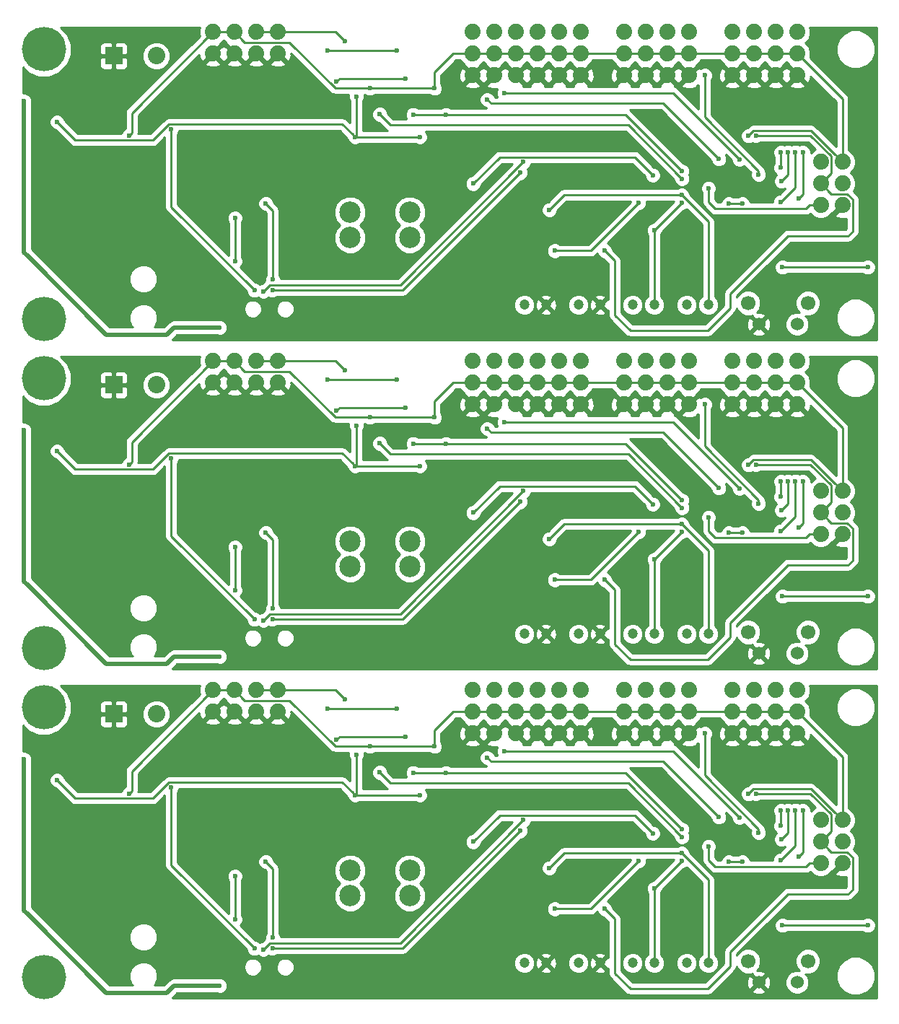
<source format=gbl>
G04 #@! TF.FileFunction,Copper,L2,Bot,Signal*
%FSLAX46Y46*%
G04 Gerber Fmt 4.6, Leading zero omitted, Abs format (unit mm)*
G04 Created by KiCad (PCBNEW 4.0.6) date 08/03/17 04:28:43*
%MOMM*%
%LPD*%
G01*
G04 APERTURE LIST*
%ADD10C,0.100000*%
%ADD11C,5.200000*%
%ADD12C,0.500000*%
%ADD13C,1.879600*%
%ADD14R,2.032000X2.032000*%
%ADD15C,2.032000*%
%ADD16C,2.500000*%
%ADD17C,1.700000*%
%ADD18C,1.524000*%
%ADD19C,1.200000*%
%ADD20C,0.600000*%
%ADD21C,0.250000*%
%ADD22C,0.508000*%
%ADD23C,0.254000*%
G04 APERTURE END LIST*
D10*
D11*
X41783000Y-155871001D03*
D12*
X43815000Y-155871001D03*
X39751000Y-155871001D03*
X41783000Y-153839001D03*
X41783000Y-157903001D03*
X43307000Y-157395001D03*
X43307000Y-154347001D03*
X40259000Y-154347001D03*
X40259000Y-157395001D03*
D11*
X41783000Y-117263001D03*
D12*
X43815000Y-117263001D03*
X39751000Y-117263001D03*
X41783000Y-115231001D03*
X41783000Y-119295001D03*
X43307000Y-118787001D03*
X43307000Y-115739001D03*
X40259000Y-115739001D03*
X40259000Y-118787001D03*
D13*
X61595000Y-124714000D03*
X64135000Y-124714000D03*
X66675000Y-124714000D03*
X69215000Y-124714000D03*
X61595000Y-86106000D03*
X64135000Y-86106000D03*
X66675000Y-86106000D03*
X69215000Y-86106000D03*
X69215000Y-122174000D03*
X66675000Y-122174000D03*
X64135000Y-122174000D03*
X61595000Y-122174000D03*
X69215000Y-83566000D03*
X66675000Y-83566000D03*
X64135000Y-83566000D03*
X61595000Y-83566000D03*
D11*
X41783000Y-124206000D03*
D12*
X43815000Y-124206000D03*
X39751000Y-124206000D03*
X41783000Y-122174000D03*
X41783000Y-126238000D03*
X43307000Y-125730000D03*
X43307000Y-122682000D03*
X40259000Y-122682000D03*
X40259000Y-125730000D03*
D11*
X41783000Y-85598000D03*
D12*
X43815000Y-85598000D03*
X39751000Y-85598000D03*
X41783000Y-83566000D03*
X41783000Y-87630000D03*
X43307000Y-87122000D03*
X43307000Y-84074000D03*
X40259000Y-84074000D03*
X40259000Y-87122000D03*
D14*
X49992280Y-124968000D03*
D15*
X54991000Y-124968000D03*
D14*
X49992280Y-86360000D03*
D15*
X54991000Y-86360000D03*
D16*
X84709000Y-143304000D03*
X77709000Y-143304000D03*
X84709000Y-146304000D03*
X77709000Y-146304000D03*
X84709000Y-104696000D03*
X77709000Y-104696000D03*
X84709000Y-107696000D03*
X77709000Y-107696000D03*
D13*
X92075000Y-127254000D03*
X94615000Y-127254000D03*
X97155000Y-127254000D03*
X99695000Y-127254000D03*
X102235000Y-127254000D03*
X104775000Y-127254000D03*
X92075000Y-88646000D03*
X94615000Y-88646000D03*
X97155000Y-88646000D03*
X99695000Y-88646000D03*
X102235000Y-88646000D03*
X104775000Y-88646000D03*
X92075000Y-124714000D03*
X94615000Y-124714000D03*
X97155000Y-124714000D03*
X99695000Y-124714000D03*
X102235000Y-124714000D03*
X104775000Y-124714000D03*
X92075000Y-86106000D03*
X94615000Y-86106000D03*
X97155000Y-86106000D03*
X99695000Y-86106000D03*
X102235000Y-86106000D03*
X104775000Y-86106000D03*
X92075000Y-122174000D03*
X94615000Y-122174000D03*
X97155000Y-122174000D03*
X99695000Y-122174000D03*
X102235000Y-122174000D03*
X104775000Y-122174000D03*
X92075000Y-83566000D03*
X94615000Y-83566000D03*
X97155000Y-83566000D03*
X99695000Y-83566000D03*
X102235000Y-83566000D03*
X104775000Y-83566000D03*
X109855000Y-124714000D03*
X112395000Y-124714000D03*
X114935000Y-124714000D03*
X117475000Y-124714000D03*
X109855000Y-86106000D03*
X112395000Y-86106000D03*
X114935000Y-86106000D03*
X117475000Y-86106000D03*
X109855000Y-127254000D03*
X112395000Y-127254000D03*
X114935000Y-127254000D03*
X117475000Y-127254000D03*
X109855000Y-88646000D03*
X112395000Y-88646000D03*
X114935000Y-88646000D03*
X117475000Y-88646000D03*
X122555000Y-122174000D03*
X125095000Y-122174000D03*
X127635000Y-122174000D03*
X130175000Y-122174000D03*
X122555000Y-83566000D03*
X125095000Y-83566000D03*
X127635000Y-83566000D03*
X130175000Y-83566000D03*
X122555000Y-124714000D03*
X125095000Y-124714000D03*
X127635000Y-124714000D03*
X130175000Y-124714000D03*
X122555000Y-86106000D03*
X125095000Y-86106000D03*
X127635000Y-86106000D03*
X130175000Y-86106000D03*
X122555000Y-127254000D03*
X125095000Y-127254000D03*
X127635000Y-127254000D03*
X130175000Y-127254000D03*
X122555000Y-88646000D03*
X125095000Y-88646000D03*
X127635000Y-88646000D03*
X130175000Y-88646000D03*
X109855000Y-122174000D03*
X112395000Y-122174000D03*
X114935000Y-122174000D03*
X117475000Y-122174000D03*
X109855000Y-83566000D03*
X112395000Y-83566000D03*
X114935000Y-83566000D03*
X117475000Y-83566000D03*
X132943600Y-137414000D03*
X135483600Y-137414000D03*
X132943600Y-139954000D03*
X135483600Y-139954000D03*
X132943600Y-142494000D03*
X135483600Y-142494000D03*
X132943600Y-98806000D03*
X135483600Y-98806000D03*
X132943600Y-101346000D03*
X135483600Y-101346000D03*
X132943600Y-103886000D03*
X135483600Y-103886000D03*
D17*
X131425000Y-153964000D03*
D18*
X130175000Y-156464000D03*
X125675000Y-156464000D03*
D17*
X124425000Y-153964000D03*
X131425000Y-115356000D03*
D18*
X130175000Y-117856000D03*
X125675000Y-117856000D03*
D17*
X124425000Y-115356000D03*
D19*
X107061000Y-154178000D03*
X104521000Y-154178000D03*
X107061000Y-115570000D03*
X104521000Y-115570000D03*
X113411000Y-154178000D03*
X110871000Y-154178000D03*
X113411000Y-115570000D03*
X110871000Y-115570000D03*
X100711000Y-154178000D03*
X98171000Y-154178000D03*
X100711000Y-115570000D03*
X98171000Y-115570000D03*
X119761000Y-154178000D03*
X117221000Y-154178000D03*
X119761000Y-115570000D03*
X117221000Y-115570000D03*
D13*
X122555000Y-50038000D03*
X125095000Y-50038000D03*
X127635000Y-50038000D03*
X130175000Y-50038000D03*
X122555000Y-47498000D03*
X125095000Y-47498000D03*
X127635000Y-47498000D03*
X130175000Y-47498000D03*
X122555000Y-44958000D03*
X125095000Y-44958000D03*
X127635000Y-44958000D03*
X130175000Y-44958000D03*
X109855000Y-50038000D03*
X112395000Y-50038000D03*
X114935000Y-50038000D03*
X117475000Y-50038000D03*
X109855000Y-47498000D03*
X112395000Y-47498000D03*
X114935000Y-47498000D03*
X117475000Y-47498000D03*
X109855000Y-44958000D03*
X112395000Y-44958000D03*
X114935000Y-44958000D03*
X117475000Y-44958000D03*
X92075000Y-50038000D03*
X94615000Y-50038000D03*
X97155000Y-50038000D03*
X99695000Y-50038000D03*
X102235000Y-50038000D03*
X104775000Y-50038000D03*
X92075000Y-47498000D03*
X94615000Y-47498000D03*
X97155000Y-47498000D03*
X99695000Y-47498000D03*
X102235000Y-47498000D03*
X104775000Y-47498000D03*
X92075000Y-44958000D03*
X94615000Y-44958000D03*
X97155000Y-44958000D03*
X99695000Y-44958000D03*
X102235000Y-44958000D03*
X104775000Y-44958000D03*
X61595000Y-47498000D03*
X64135000Y-47498000D03*
X66675000Y-47498000D03*
X69215000Y-47498000D03*
X69215000Y-44958000D03*
X66675000Y-44958000D03*
X64135000Y-44958000D03*
X61595000Y-44958000D03*
D16*
X84709000Y-66088000D03*
X77709000Y-66088000D03*
X84709000Y-69088000D03*
X77709000Y-69088000D03*
D17*
X131425000Y-76748000D03*
D18*
X130175000Y-79248000D03*
X125675000Y-79248000D03*
D17*
X124425000Y-76748000D03*
D19*
X119761000Y-76962000D03*
X117221000Y-76962000D03*
X113411000Y-76962000D03*
X110871000Y-76962000D03*
X100711000Y-76962000D03*
X98171000Y-76962000D03*
X107061000Y-76962000D03*
X104521000Y-76962000D03*
D14*
X49992280Y-47752000D03*
D15*
X54991000Y-47752000D03*
D11*
X41783000Y-46990000D03*
D12*
X43815000Y-46990000D03*
X39751000Y-46990000D03*
X41783000Y-44958000D03*
X41783000Y-49022000D03*
X43307000Y-48514000D03*
X43307000Y-45466000D03*
X40259000Y-45466000D03*
X40259000Y-48514000D03*
D11*
X41783000Y-78655001D03*
D12*
X43815000Y-78655001D03*
X39751000Y-78655001D03*
X41783000Y-76623001D03*
X41783000Y-80687001D03*
X43307000Y-80179001D03*
X43307000Y-77131001D03*
X40259000Y-77131001D03*
X40259000Y-80179001D03*
D13*
X132943600Y-60198000D03*
X135483600Y-60198000D03*
X132943600Y-62738000D03*
X135483600Y-62738000D03*
X132943600Y-65278000D03*
X135483600Y-65278000D03*
D20*
X106680000Y-139192000D03*
X106680000Y-100584000D03*
X101981000Y-139192000D03*
X101981000Y-100584000D03*
X106680000Y-61976000D03*
X101981000Y-61976000D03*
X124460000Y-134340600D03*
X124460000Y-95732600D03*
X123748800Y-142316200D03*
X123748800Y-103708200D03*
X122148600Y-142316200D03*
X122148600Y-103708200D03*
X111582200Y-142214600D03*
X111582200Y-103606600D03*
X101727000Y-147828000D03*
X101727000Y-109220000D03*
X80035400Y-128752600D03*
X80035400Y-90144600D03*
X87630000Y-128752600D03*
X87630000Y-90144600D03*
X68630800Y-151180800D03*
X68630800Y-112572800D03*
X51790600Y-134284720D03*
X51790600Y-95676720D03*
X67818000Y-142290800D03*
X67818000Y-103682800D03*
X101727000Y-70612000D03*
X111582200Y-64998600D03*
X51790600Y-57068720D03*
X124460000Y-57124600D03*
X122148600Y-65100200D03*
X123748800Y-65100200D03*
X87630000Y-51536600D03*
X80035400Y-51536600D03*
X67818000Y-65074800D03*
X68630800Y-73964800D03*
X78308200Y-134493000D03*
X78308200Y-95885000D03*
X78460600Y-129717800D03*
X78460600Y-91109800D03*
X85902800Y-134493000D03*
X85902800Y-95885000D03*
X77063600Y-123240800D03*
X77063600Y-84632800D03*
X43332400Y-132715000D03*
X43332400Y-94107000D03*
X78460600Y-52501800D03*
X43332400Y-55499000D03*
X85902800Y-57277000D03*
X78308200Y-57277000D03*
X77063600Y-46024800D03*
X113233200Y-138963400D03*
X113233200Y-100355400D03*
X92151200Y-139954000D03*
X92151200Y-101346000D03*
X113233200Y-61747400D03*
X92151200Y-62738000D03*
X119786400Y-140487400D03*
X119786400Y-101879400D03*
X119786400Y-63271400D03*
X116636800Y-141300200D03*
X116636800Y-102692200D03*
X101092000Y-143027400D03*
X101092000Y-104419400D03*
X101092000Y-65811400D03*
X116636800Y-64084200D03*
X116636800Y-142189200D03*
X116636800Y-103581200D03*
X113411000Y-145415000D03*
X113411000Y-106807000D03*
X113411000Y-68199000D03*
X116636800Y-64973200D03*
X64211200Y-149072600D03*
X64211200Y-110464600D03*
X64211200Y-143992600D03*
X64211200Y-105384600D03*
X64211200Y-66776600D03*
X64211200Y-71856600D03*
X97663000Y-138684000D03*
X97663000Y-100076000D03*
X68605400Y-152450800D03*
X68605400Y-113842800D03*
X97663000Y-61468000D03*
X68605400Y-75234800D03*
X98044000Y-137414000D03*
X98044000Y-98806000D03*
X67538600Y-152577800D03*
X67538600Y-113969800D03*
X98044000Y-60198000D03*
X67538600Y-75361800D03*
X66497200Y-152476200D03*
X66497200Y-113868200D03*
X56718200Y-133553200D03*
X56718200Y-94945200D03*
X56718200Y-56337200D03*
X66497200Y-75260200D03*
X125323600Y-134315200D03*
X125323600Y-95707200D03*
X107594400Y-147828000D03*
X107594400Y-109220000D03*
X107594400Y-70612000D03*
X125323600Y-57099200D03*
X125653800Y-138887200D03*
X125653800Y-100279200D03*
X119354600Y-127254000D03*
X119354600Y-88646000D03*
X119354600Y-50038000D03*
X125653800Y-61671200D03*
X128244600Y-136296400D03*
X128244600Y-97688400D03*
X128244600Y-138082020D03*
X128244600Y-99474020D03*
X128244600Y-60866020D03*
X128244600Y-59080400D03*
X120980200Y-137058400D03*
X120980200Y-98450400D03*
X93802200Y-130098800D03*
X93802200Y-91490800D03*
X93802200Y-52882800D03*
X120980200Y-59842400D03*
X123393200Y-137083800D03*
X123393200Y-98475800D03*
X95808800Y-129311400D03*
X95808800Y-90703400D03*
X95808800Y-52095400D03*
X123393200Y-59867800D03*
X128320800Y-139674600D03*
X128320800Y-101066600D03*
X129108200Y-136271000D03*
X129108200Y-97663000D03*
X129108200Y-59055000D03*
X128320800Y-62458600D03*
X128270000Y-142087600D03*
X128270000Y-103479600D03*
X129971800Y-136271000D03*
X129971800Y-97663000D03*
X129971800Y-59055000D03*
X128270000Y-64871600D03*
X130835400Y-136271000D03*
X130835400Y-97663000D03*
X130327400Y-141732000D03*
X130327400Y-103124000D03*
X130327400Y-64516000D03*
X130835400Y-59055000D03*
X138455400Y-149758400D03*
X138455400Y-111150400D03*
X128447800Y-149758400D03*
X128447800Y-111150400D03*
X128447800Y-72542400D03*
X138455400Y-72542400D03*
X76098400Y-128016000D03*
X76098400Y-89408000D03*
X84206080Y-127604520D03*
X84206080Y-88996520D03*
X84206080Y-50388520D03*
X76098400Y-50800000D03*
X75082400Y-124358400D03*
X75082400Y-85750400D03*
X83210400Y-124358400D03*
X83210400Y-85750400D03*
X83210400Y-47142400D03*
X75082400Y-47142400D03*
X116662200Y-139369800D03*
X116662200Y-100761800D03*
X81203800Y-131826000D03*
X81203800Y-93218000D03*
X81203800Y-54610000D03*
X116662200Y-62153800D03*
X116662200Y-138480800D03*
X116662200Y-99872800D03*
X85115400Y-131851400D03*
X85115400Y-93243400D03*
X88976200Y-131851400D03*
X88976200Y-93243400D03*
X116662200Y-61264800D03*
X88976200Y-54635400D03*
X85115400Y-54635400D03*
X62407800Y-156845000D03*
X62407800Y-118237000D03*
X39446200Y-130302000D03*
X39446200Y-91694000D03*
X39446200Y-53086000D03*
X62407800Y-79629000D03*
D21*
X101981000Y-139192000D02*
X106680000Y-139192000D01*
X101981000Y-100584000D02*
X106680000Y-100584000D01*
X101981000Y-61976000D02*
X106680000Y-61976000D01*
X122148600Y-142316200D02*
X123748800Y-142316200D01*
X122148600Y-103708200D02*
X123748800Y-103708200D01*
X124460000Y-134340600D02*
X125062801Y-133737799D01*
X124460000Y-95732600D02*
X125062801Y-95129799D01*
X94615000Y-124714000D02*
X97155000Y-124714000D01*
X94615000Y-86106000D02*
X97155000Y-86106000D01*
X97155000Y-124714000D02*
X99695000Y-124714000D01*
X97155000Y-86106000D02*
X99695000Y-86106000D01*
X101024077Y-124714000D02*
X102235000Y-124714000D01*
X101024077Y-86106000D02*
X102235000Y-86106000D01*
X99695000Y-124714000D02*
X101024077Y-124714000D01*
X99695000Y-86106000D02*
X101024077Y-86106000D01*
X102235000Y-124714000D02*
X104775000Y-124714000D01*
X102235000Y-86106000D02*
X104775000Y-86106000D01*
X105968800Y-147828000D02*
X101727000Y-147828000D01*
X105968800Y-109220000D02*
X101727000Y-109220000D01*
X111582200Y-142214600D02*
X105968800Y-147828000D01*
X111582200Y-103606600D02*
X105968800Y-109220000D01*
X68630800Y-151180800D02*
X68630800Y-143103600D01*
X68630800Y-112572800D02*
X68630800Y-104495600D01*
X68630800Y-143103600D02*
X67818000Y-142290800D01*
X68630800Y-104495600D02*
X67818000Y-103682800D01*
X80035400Y-128752600D02*
X87630000Y-128752600D01*
X80035400Y-90144600D02*
X87630000Y-90144600D01*
X87630000Y-126898400D02*
X89814400Y-124714000D01*
X87630000Y-88290400D02*
X89814400Y-86106000D01*
X87630000Y-128752600D02*
X87630000Y-126898400D01*
X87630000Y-90144600D02*
X87630000Y-88290400D01*
X89814400Y-124714000D02*
X92075000Y-124714000D01*
X89814400Y-86106000D02*
X92075000Y-86106000D01*
X92075000Y-124714000D02*
X94615000Y-124714000D01*
X92075000Y-86106000D02*
X94615000Y-86106000D01*
X80035400Y-128752600D02*
X75980446Y-128752600D01*
X80035400Y-90144600D02*
X75980446Y-90144600D01*
X52095400Y-131673600D02*
X52095400Y-133979920D01*
X52095400Y-93065600D02*
X52095400Y-95371920D01*
X52095400Y-133979920D02*
X51790600Y-134284720D01*
X52095400Y-95371920D02*
X51790600Y-95676720D01*
X61595000Y-122174000D02*
X52095400Y-131673600D01*
X61595000Y-83566000D02*
X52095400Y-93065600D01*
X70619047Y-123391201D02*
X65352201Y-123391201D01*
X70619047Y-84783201D02*
X65352201Y-84783201D01*
X75980446Y-128752600D02*
X70619047Y-123391201D01*
X75980446Y-90144600D02*
X70619047Y-84783201D01*
X64135000Y-122174000D02*
X62805923Y-122174000D01*
X64135000Y-83566000D02*
X62805923Y-83566000D01*
X65074799Y-123113799D02*
X64135000Y-122174000D01*
X65074799Y-84505799D02*
X64135000Y-83566000D01*
X65352201Y-123391201D02*
X65074799Y-123113799D01*
X65352201Y-84783201D02*
X65074799Y-84505799D01*
X62805923Y-122174000D02*
X61595000Y-122174000D01*
X62805923Y-83566000D02*
X61595000Y-83566000D01*
X109855000Y-124714000D02*
X112395000Y-124714000D01*
X109855000Y-86106000D02*
X112395000Y-86106000D01*
X112395000Y-124714000D02*
X114935000Y-124714000D01*
X112395000Y-86106000D02*
X114935000Y-86106000D01*
X114935000Y-124714000D02*
X116264077Y-124714000D01*
X114935000Y-86106000D02*
X116264077Y-86106000D01*
X104775000Y-124714000D02*
X109855000Y-124714000D01*
X104775000Y-86106000D02*
X109855000Y-86106000D01*
X116264077Y-124714000D02*
X117475000Y-124714000D01*
X116264077Y-86106000D02*
X117475000Y-86106000D01*
X118804077Y-124714000D02*
X122555000Y-124714000D01*
X118804077Y-86106000D02*
X122555000Y-86106000D01*
X117475000Y-124714000D02*
X118804077Y-124714000D01*
X117475000Y-86106000D02*
X118804077Y-86106000D01*
X122555000Y-124714000D02*
X125095000Y-124714000D01*
X122555000Y-86106000D02*
X125095000Y-86106000D01*
X125095000Y-124714000D02*
X126424077Y-124714000D01*
X125095000Y-86106000D02*
X126424077Y-86106000D01*
X134543801Y-136474201D02*
X135483600Y-137414000D01*
X134543801Y-97866201D02*
X135483600Y-98806000D01*
X131807399Y-133737799D02*
X134543801Y-136474201D01*
X131807399Y-95129799D02*
X134543801Y-97866201D01*
X135483600Y-137414000D02*
X135483600Y-130022600D01*
X135483600Y-98806000D02*
X135483600Y-91414600D01*
X127635000Y-124714000D02*
X130175000Y-124714000D01*
X127635000Y-86106000D02*
X130175000Y-86106000D01*
X135483600Y-130022600D02*
X130175000Y-124714000D01*
X135483600Y-91414600D02*
X130175000Y-86106000D01*
X125062801Y-133737799D02*
X131807399Y-133737799D01*
X125062801Y-95129799D02*
X131807399Y-95129799D01*
X126424077Y-124714000D02*
X127635000Y-124714000D01*
X126424077Y-86106000D02*
X127635000Y-86106000D01*
X111582200Y-64998600D02*
X105968800Y-70612000D01*
X105968800Y-70612000D02*
X101727000Y-70612000D01*
X124460000Y-57124600D02*
X125062801Y-56521799D01*
X125062801Y-56521799D02*
X131807399Y-56521799D01*
X131807399Y-56521799D02*
X134543801Y-59258201D01*
X134543801Y-59258201D02*
X135483600Y-60198000D01*
X135483600Y-60198000D02*
X135483600Y-52806600D01*
X135483600Y-52806600D02*
X130175000Y-47498000D01*
X80035400Y-51536600D02*
X75980446Y-51536600D01*
X75980446Y-51536600D02*
X70619047Y-46175201D01*
X70619047Y-46175201D02*
X65352201Y-46175201D01*
X65352201Y-46175201D02*
X65074799Y-45897799D01*
X65074799Y-45897799D02*
X64135000Y-44958000D01*
X61595000Y-44958000D02*
X52095400Y-54457600D01*
X52095400Y-54457600D02*
X52095400Y-56763920D01*
X52095400Y-56763920D02*
X51790600Y-57068720D01*
X64135000Y-44958000D02*
X62805923Y-44958000D01*
X62805923Y-44958000D02*
X61595000Y-44958000D01*
X122148600Y-65100200D02*
X123748800Y-65100200D01*
X127635000Y-47498000D02*
X130175000Y-47498000D01*
X125095000Y-47498000D02*
X126424077Y-47498000D01*
X126424077Y-47498000D02*
X127635000Y-47498000D01*
X122555000Y-47498000D02*
X125095000Y-47498000D01*
X117475000Y-47498000D02*
X118804077Y-47498000D01*
X118804077Y-47498000D02*
X122555000Y-47498000D01*
X114935000Y-47498000D02*
X116264077Y-47498000D01*
X116264077Y-47498000D02*
X117475000Y-47498000D01*
X112395000Y-47498000D02*
X114935000Y-47498000D01*
X109855000Y-47498000D02*
X112395000Y-47498000D01*
X104775000Y-47498000D02*
X109855000Y-47498000D01*
X102235000Y-47498000D02*
X104775000Y-47498000D01*
X99695000Y-47498000D02*
X101024077Y-47498000D01*
X101024077Y-47498000D02*
X102235000Y-47498000D01*
X97155000Y-47498000D02*
X99695000Y-47498000D01*
X94615000Y-47498000D02*
X97155000Y-47498000D01*
X92075000Y-47498000D02*
X94615000Y-47498000D01*
X89814400Y-47498000D02*
X92075000Y-47498000D01*
X87630000Y-49682400D02*
X89814400Y-47498000D01*
X87630000Y-51536600D02*
X87630000Y-49682400D01*
X80035400Y-51536600D02*
X87630000Y-51536600D01*
X68630800Y-73964800D02*
X68630800Y-65887600D01*
X68630800Y-65887600D02*
X67818000Y-65074800D01*
X43332400Y-132715000D02*
X45479521Y-134862121D01*
X43332400Y-94107000D02*
X45479521Y-96254121D01*
X45479521Y-134862121D02*
X54554725Y-134862121D01*
X45479521Y-96254121D02*
X54554725Y-96254121D01*
X78308200Y-134493000D02*
X85902800Y-134493000D01*
X78308200Y-95885000D02*
X85902800Y-95885000D01*
X76790999Y-132975799D02*
X78008201Y-134193001D01*
X76790999Y-94367799D02*
X78008201Y-95585001D01*
X78460600Y-134340600D02*
X78308200Y-134493000D01*
X78460600Y-95732600D02*
X78308200Y-95885000D01*
X78460600Y-129717800D02*
X78460600Y-134340600D01*
X78460600Y-91109800D02*
X78460600Y-95732600D01*
X78008201Y-134193001D02*
X78308200Y-134493000D01*
X78008201Y-95585001D02*
X78308200Y-95885000D01*
X54554725Y-134862121D02*
X56441047Y-132975799D01*
X54554725Y-96254121D02*
X56441047Y-94367799D01*
X75996800Y-122174000D02*
X69215000Y-122174000D01*
X75996800Y-83566000D02*
X69215000Y-83566000D01*
X69215000Y-122174000D02*
X67885923Y-122174000D01*
X69215000Y-83566000D02*
X67885923Y-83566000D01*
X77063600Y-123240800D02*
X75996800Y-122174000D01*
X77063600Y-84632800D02*
X75996800Y-83566000D01*
X67885923Y-122174000D02*
X66675000Y-122174000D01*
X67885923Y-83566000D02*
X66675000Y-83566000D01*
X56441047Y-132975799D02*
X76790999Y-132975799D01*
X56441047Y-94367799D02*
X76790999Y-94367799D01*
X78460600Y-52501800D02*
X78460600Y-57124600D01*
X78460600Y-57124600D02*
X78308200Y-57277000D01*
X43332400Y-55499000D02*
X45479521Y-57646121D01*
X45479521Y-57646121D02*
X54554725Y-57646121D01*
X56441047Y-55759799D02*
X76790999Y-55759799D01*
X54554725Y-57646121D02*
X56441047Y-55759799D01*
X76790999Y-55759799D02*
X78008201Y-56977001D01*
X78008201Y-56977001D02*
X78308200Y-57277000D01*
X69215000Y-44958000D02*
X67885923Y-44958000D01*
X67885923Y-44958000D02*
X66675000Y-44958000D01*
X78308200Y-57277000D02*
X85902800Y-57277000D01*
X77063600Y-46024800D02*
X75996800Y-44958000D01*
X75996800Y-44958000D02*
X69215000Y-44958000D01*
X111106399Y-136836599D02*
X113233200Y-138963400D01*
X111106399Y-98228599D02*
X113233200Y-100355400D01*
X95268601Y-136836599D02*
X111106399Y-136836599D01*
X95268601Y-98228599D02*
X111106399Y-98228599D01*
X92151200Y-139954000D02*
X95268601Y-136836599D01*
X92151200Y-101346000D02*
X95268601Y-98228599D01*
X92151200Y-62738000D02*
X95268601Y-59620599D01*
X95268601Y-59620599D02*
X111106399Y-59620599D01*
X111106399Y-59620599D02*
X113233200Y-61747400D01*
X119786400Y-142113000D02*
X120567001Y-142893601D01*
X119786400Y-103505000D02*
X120567001Y-104285601D01*
X119786400Y-140487400D02*
X119786400Y-142113000D01*
X119786400Y-101879400D02*
X119786400Y-103505000D01*
X131614523Y-142494000D02*
X132943600Y-142494000D01*
X131614523Y-103886000D02*
X132943600Y-103886000D01*
X131214922Y-142893601D02*
X131614523Y-142494000D01*
X131214922Y-104285601D02*
X131614523Y-103886000D01*
X120567001Y-142893601D02*
X131214922Y-142893601D01*
X120567001Y-104285601D02*
X131214922Y-104285601D01*
X119786400Y-64897000D02*
X120567001Y-65677601D01*
X131214922Y-65677601D02*
X131614523Y-65278000D01*
X120567001Y-65677601D02*
X131214922Y-65677601D01*
X131614523Y-65278000D02*
X132943600Y-65278000D01*
X119786400Y-63271400D02*
X119786400Y-64897000D01*
X119761000Y-154178000D02*
X119761000Y-144424400D01*
X119761000Y-115570000D02*
X119761000Y-105816400D01*
X119761000Y-144424400D02*
X116636800Y-141300200D01*
X119761000Y-105816400D02*
X116636800Y-102692200D01*
X102819200Y-141300200D02*
X116636800Y-141300200D01*
X102819200Y-102692200D02*
X116636800Y-102692200D01*
X101092000Y-143027400D02*
X102819200Y-141300200D01*
X101092000Y-104419400D02*
X102819200Y-102692200D01*
X101092000Y-65811400D02*
X102819200Y-64084200D01*
X102819200Y-64084200D02*
X116636800Y-64084200D01*
X119761000Y-76962000D02*
X119761000Y-67208400D01*
X119761000Y-67208400D02*
X116636800Y-64084200D01*
X113411000Y-145415000D02*
X113411000Y-154178000D01*
X113411000Y-106807000D02*
X113411000Y-115570000D01*
X116636800Y-142189200D02*
X113411000Y-145415000D01*
X116636800Y-103581200D02*
X113411000Y-106807000D01*
X116636800Y-64973200D02*
X113411000Y-68199000D01*
X113411000Y-68199000D02*
X113411000Y-76962000D01*
X64211200Y-149072600D02*
X64211200Y-143992600D01*
X64211200Y-110464600D02*
X64211200Y-105384600D01*
X64211200Y-71856600D02*
X64211200Y-66776600D01*
X83896200Y-152450800D02*
X97663000Y-138684000D01*
X83896200Y-113842800D02*
X97663000Y-100076000D01*
X68605400Y-152450800D02*
X83896200Y-152450800D01*
X68605400Y-113842800D02*
X83896200Y-113842800D01*
X68605400Y-75234800D02*
X83896200Y-75234800D01*
X83896200Y-75234800D02*
X97663000Y-61468000D01*
X83632201Y-151825799D02*
X98044000Y-137414000D01*
X83632201Y-113217799D02*
X98044000Y-98806000D01*
X67538600Y-152577800D02*
X68290601Y-151825799D01*
X67538600Y-113969800D02*
X68290601Y-113217799D01*
X68290601Y-151825799D02*
X83632201Y-151825799D01*
X68290601Y-113217799D02*
X83632201Y-113217799D01*
X67538600Y-75361800D02*
X68290601Y-74609799D01*
X68290601Y-74609799D02*
X83632201Y-74609799D01*
X83632201Y-74609799D02*
X98044000Y-60198000D01*
X56718200Y-142697200D02*
X56718200Y-133553200D01*
X56718200Y-104089200D02*
X56718200Y-94945200D01*
X66497200Y-152476200D02*
X56718200Y-142697200D01*
X66497200Y-113868200D02*
X56718200Y-104089200D01*
X66497200Y-75260200D02*
X56718200Y-65481200D01*
X56718200Y-65481200D02*
X56718200Y-56337200D01*
X129082800Y-146075400D02*
X133703658Y-146075400D01*
X129082800Y-107467400D02*
X133703658Y-107467400D01*
X133883399Y-140893799D02*
X132943600Y-139954000D01*
X133883399Y-102285799D02*
X132943600Y-101346000D01*
X134160801Y-138736799D02*
X133883399Y-139014201D01*
X134160801Y-100128799D02*
X133883399Y-100406201D01*
X134160801Y-141171201D02*
X133883399Y-140893799D01*
X134160801Y-102563201D02*
X133883399Y-102285799D01*
X133883399Y-139014201D02*
X132943600Y-139954000D01*
X133883399Y-100406201D02*
X132943600Y-101346000D01*
X133703658Y-146075400D02*
X133729058Y-146100800D01*
X133703658Y-107467400D02*
X133729058Y-107492800D01*
X133729058Y-146100800D02*
X136144000Y-146100800D01*
X133729058Y-107492800D02*
X136144000Y-107492800D01*
X136067857Y-141171201D02*
X134160801Y-141171201D01*
X136067857Y-102563201D02*
X134160801Y-102563201D01*
X136700801Y-145543999D02*
X136700801Y-141804145D01*
X136700801Y-106935999D02*
X136700801Y-103196145D01*
X136144000Y-146100800D02*
X136700801Y-145543999D01*
X136144000Y-107492800D02*
X136700801Y-106935999D01*
X136700801Y-141804145D02*
X136067857Y-141171201D01*
X136700801Y-103196145D02*
X136067857Y-102563201D01*
X108762800Y-148996400D02*
X108762800Y-155371800D01*
X108762800Y-110388400D02*
X108762800Y-116763800D01*
X108762800Y-155371800D02*
X110591600Y-157200600D01*
X108762800Y-116763800D02*
X110591600Y-118592600D01*
X119684800Y-157200600D02*
X122326400Y-154559000D01*
X119684800Y-118592600D02*
X122326400Y-115951000D01*
X110591600Y-157200600D02*
X119684800Y-157200600D01*
X110591600Y-118592600D02*
X119684800Y-118592600D01*
X125323600Y-134315200D02*
X131751856Y-134315200D01*
X125323600Y-95707200D02*
X131751856Y-95707200D01*
X122326400Y-154559000D02*
X122326400Y-152831800D01*
X122326400Y-115951000D02*
X122326400Y-114223800D01*
X122326400Y-152831800D02*
X129082800Y-146075400D01*
X122326400Y-114223800D02*
X129082800Y-107467400D01*
X107594400Y-147828000D02*
X108762800Y-148996400D01*
X107594400Y-109220000D02*
X108762800Y-110388400D01*
X134160801Y-136724145D02*
X134160801Y-138736799D01*
X134160801Y-98116145D02*
X134160801Y-100128799D01*
X131751856Y-134315200D02*
X134160801Y-136724145D01*
X131751856Y-95707200D02*
X134160801Y-98116145D01*
X125323600Y-57099200D02*
X131751856Y-57099200D01*
X133883399Y-61798201D02*
X132943600Y-62738000D01*
X131751856Y-57099200D02*
X134160801Y-59508145D01*
X134160801Y-59508145D02*
X134160801Y-61520799D01*
X134160801Y-61520799D02*
X133883399Y-61798201D01*
X136144000Y-68884800D02*
X136700801Y-68327999D01*
X134160801Y-63955201D02*
X133883399Y-63677799D01*
X136700801Y-68327999D02*
X136700801Y-64588145D01*
X136700801Y-64588145D02*
X136067857Y-63955201D01*
X136067857Y-63955201D02*
X134160801Y-63955201D01*
X133883399Y-63677799D02*
X132943600Y-62738000D01*
X133729058Y-68884800D02*
X136144000Y-68884800D01*
X129082800Y-68859400D02*
X133703658Y-68859400D01*
X133703658Y-68859400D02*
X133729058Y-68884800D01*
X122326400Y-75615800D02*
X129082800Y-68859400D01*
X122326400Y-77343000D02*
X122326400Y-75615800D01*
X119684800Y-79984600D02*
X122326400Y-77343000D01*
X110591600Y-79984600D02*
X119684800Y-79984600D01*
X108762800Y-78155800D02*
X110591600Y-79984600D01*
X108762800Y-71780400D02*
X108762800Y-78155800D01*
X107594400Y-70612000D02*
X108762800Y-71780400D01*
X125653800Y-138887200D02*
X125653800Y-138462936D01*
X125653800Y-100279200D02*
X125653800Y-99854936D01*
X119354600Y-132163736D02*
X119354600Y-127254000D01*
X119354600Y-93555736D02*
X119354600Y-88646000D01*
X125653800Y-138462936D02*
X119354600Y-132163736D01*
X125653800Y-99854936D02*
X119354600Y-93555736D01*
X125653800Y-61671200D02*
X125653800Y-61246936D01*
X125653800Y-61246936D02*
X119354600Y-54947736D01*
X119354600Y-54947736D02*
X119354600Y-50038000D01*
X128244600Y-136296400D02*
X128244600Y-138082020D01*
X128244600Y-97688400D02*
X128244600Y-99474020D01*
X128244600Y-59080400D02*
X128244600Y-60866020D01*
X93802200Y-130098800D02*
X94259400Y-130556000D01*
X93802200Y-91490800D02*
X94259400Y-91948000D01*
X94259400Y-130556000D02*
X114477800Y-130556000D01*
X94259400Y-91948000D02*
X114477800Y-91948000D01*
X114477800Y-130556000D02*
X120980200Y-137058400D01*
X114477800Y-91948000D02*
X120980200Y-98450400D01*
X94259400Y-53340000D02*
X114477800Y-53340000D01*
X114477800Y-53340000D02*
X120980200Y-59842400D01*
X93802200Y-52882800D02*
X94259400Y-53340000D01*
X115620800Y-129311400D02*
X123393200Y-137083800D01*
X115620800Y-90703400D02*
X123393200Y-98475800D01*
X95808800Y-129311400D02*
X115620800Y-129311400D01*
X95808800Y-90703400D02*
X115620800Y-90703400D01*
X95808800Y-52095400D02*
X115620800Y-52095400D01*
X115620800Y-52095400D02*
X123393200Y-59867800D01*
X129108200Y-138887200D02*
X128320800Y-139674600D01*
X129108200Y-100279200D02*
X128320800Y-101066600D01*
X129108200Y-136271000D02*
X129108200Y-138887200D01*
X129108200Y-97663000D02*
X129108200Y-100279200D01*
X129108200Y-59055000D02*
X129108200Y-61671200D01*
X129108200Y-61671200D02*
X128320800Y-62458600D01*
X129971800Y-136271000D02*
X129971800Y-140385800D01*
X129971800Y-97663000D02*
X129971800Y-101777800D01*
X129971800Y-140385800D02*
X128270000Y-142087600D01*
X129971800Y-101777800D02*
X128270000Y-103479600D01*
X129971800Y-59055000D02*
X129971800Y-63169800D01*
X129971800Y-63169800D02*
X128270000Y-64871600D01*
X130835400Y-141224000D02*
X130327400Y-141732000D01*
X130835400Y-102616000D02*
X130327400Y-103124000D01*
X130835400Y-136271000D02*
X130835400Y-141224000D01*
X130835400Y-97663000D02*
X130835400Y-102616000D01*
X130835400Y-59055000D02*
X130835400Y-64008000D01*
X130835400Y-64008000D02*
X130327400Y-64516000D01*
X138455400Y-149758400D02*
X128447800Y-149758400D01*
X138455400Y-111150400D02*
X128447800Y-111150400D01*
X138455400Y-72542400D02*
X128447800Y-72542400D01*
X76509880Y-127604520D02*
X84206080Y-127604520D01*
X76509880Y-88996520D02*
X84206080Y-88996520D01*
X76098400Y-128016000D02*
X76509880Y-127604520D01*
X76098400Y-89408000D02*
X76509880Y-88996520D01*
X76098400Y-50800000D02*
X76509880Y-50388520D01*
X76509880Y-50388520D02*
X84206080Y-50388520D01*
X75082400Y-124358400D02*
X83210400Y-124358400D01*
X75082400Y-85750400D02*
X83210400Y-85750400D01*
X75082400Y-47142400D02*
X83210400Y-47142400D01*
X110388400Y-133096000D02*
X116662200Y-139369800D01*
X110388400Y-94488000D02*
X116662200Y-100761800D01*
X82473800Y-133096000D02*
X110388400Y-133096000D01*
X82473800Y-94488000D02*
X110388400Y-94488000D01*
X81203800Y-131826000D02*
X82473800Y-133096000D01*
X81203800Y-93218000D02*
X82473800Y-94488000D01*
X82473800Y-55880000D02*
X110388400Y-55880000D01*
X110388400Y-55880000D02*
X116662200Y-62153800D01*
X81203800Y-54610000D02*
X82473800Y-55880000D01*
X116662200Y-138480800D02*
X110032800Y-131851400D01*
X116662200Y-99872800D02*
X110032800Y-93243400D01*
X110032800Y-131851400D02*
X88976200Y-131851400D01*
X110032800Y-93243400D02*
X88976200Y-93243400D01*
X85115400Y-131851400D02*
X88976200Y-131851400D01*
X85115400Y-93243400D02*
X88976200Y-93243400D01*
X116662200Y-61264800D02*
X110032800Y-54635400D01*
X110032800Y-54635400D02*
X88976200Y-54635400D01*
X85115400Y-54635400D02*
X88976200Y-54635400D01*
D22*
X62407800Y-156845000D02*
X57023000Y-156845000D01*
X62407800Y-118237000D02*
X57023000Y-118237000D01*
X57023000Y-156845000D02*
X56210200Y-157657800D01*
X57023000Y-118237000D02*
X56210200Y-119049800D01*
X39446200Y-148005800D02*
X39446200Y-130302000D01*
X39446200Y-109397800D02*
X39446200Y-91694000D01*
X56210200Y-157657800D02*
X49098200Y-157657800D01*
X56210200Y-119049800D02*
X49098200Y-119049800D01*
X49098200Y-157657800D02*
X39852600Y-148412200D01*
X49098200Y-119049800D02*
X39852600Y-109804200D01*
X39852600Y-148412200D02*
X39446200Y-148005800D01*
X39852600Y-109804200D02*
X39446200Y-109397800D01*
X39852600Y-71196200D02*
X39446200Y-70789800D01*
X39446200Y-70789800D02*
X39446200Y-53086000D01*
X49098200Y-80441800D02*
X39852600Y-71196200D01*
X56210200Y-80441800D02*
X49098200Y-80441800D01*
X57023000Y-79629000D02*
X56210200Y-80441800D01*
X62407800Y-79629000D02*
X57023000Y-79629000D01*
D23*
G36*
X60020474Y-44643379D02*
X60019927Y-45269873D01*
X60075011Y-45403187D01*
X51557999Y-53920199D01*
X51393252Y-54166761D01*
X51335400Y-54457600D01*
X51335400Y-56245133D01*
X51261657Y-56275603D01*
X50998408Y-56538393D01*
X50855762Y-56881921D01*
X50855758Y-56886121D01*
X45794323Y-56886121D01*
X44267522Y-55359320D01*
X44267562Y-55313833D01*
X44125517Y-54970057D01*
X43862727Y-54706808D01*
X43519199Y-54564162D01*
X43147233Y-54563838D01*
X42803457Y-54705883D01*
X42540208Y-54968673D01*
X42397562Y-55312201D01*
X42397238Y-55684167D01*
X42539283Y-56027943D01*
X42802073Y-56291192D01*
X43145601Y-56433838D01*
X43192477Y-56433879D01*
X44942120Y-58183522D01*
X45188682Y-58348269D01*
X45479521Y-58406121D01*
X54554725Y-58406121D01*
X54845564Y-58348269D01*
X55092126Y-58183522D01*
X55958200Y-57317448D01*
X55958200Y-65481200D01*
X56016052Y-65772039D01*
X56180799Y-66018601D01*
X65562078Y-75399880D01*
X65562038Y-75445367D01*
X65704083Y-75789143D01*
X65966873Y-76052392D01*
X66310401Y-76195038D01*
X66682367Y-76195362D01*
X66942340Y-76087944D01*
X67008273Y-76153992D01*
X67351801Y-76296638D01*
X67723767Y-76296962D01*
X68067543Y-76154917D01*
X68160258Y-76062364D01*
X68418601Y-76169638D01*
X68790567Y-76169962D01*
X69134343Y-76027917D01*
X69167518Y-75994800D01*
X83896200Y-75994800D01*
X84187039Y-75936948D01*
X84433601Y-75772201D01*
X97802680Y-62403122D01*
X97848167Y-62403162D01*
X98191943Y-62261117D01*
X98455192Y-61998327D01*
X98597838Y-61654799D01*
X98598162Y-61282833D01*
X98491527Y-61024757D01*
X98572943Y-60991117D01*
X98836192Y-60728327D01*
X98978838Y-60384799D01*
X98978842Y-60380599D01*
X110791597Y-60380599D01*
X112298078Y-61887080D01*
X112298038Y-61932567D01*
X112440083Y-62276343D01*
X112702873Y-62539592D01*
X113046401Y-62682238D01*
X113418367Y-62682562D01*
X113762143Y-62540517D01*
X114025392Y-62277727D01*
X114168038Y-61934199D01*
X114168362Y-61562233D01*
X114026317Y-61218457D01*
X113763527Y-60955208D01*
X113419999Y-60812562D01*
X113373123Y-60812521D01*
X111643800Y-59083198D01*
X111397238Y-58918451D01*
X111106399Y-58860599D01*
X95268601Y-58860599D01*
X94977762Y-58918451D01*
X94731200Y-59083198D01*
X92011520Y-61802878D01*
X91966033Y-61802838D01*
X91622257Y-61944883D01*
X91359008Y-62207673D01*
X91216362Y-62551201D01*
X91216038Y-62923167D01*
X91358083Y-63266943D01*
X91620873Y-63530192D01*
X91964401Y-63672838D01*
X92336367Y-63673162D01*
X92680143Y-63531117D01*
X92943392Y-63268327D01*
X93086038Y-62924799D01*
X93086079Y-62877923D01*
X95583403Y-60380599D01*
X96786599Y-60380599D01*
X83317399Y-73849799D01*
X69565901Y-73849799D01*
X69565962Y-73779633D01*
X69423917Y-73435857D01*
X69390800Y-73402682D01*
X69390800Y-66461305D01*
X75823674Y-66461305D01*
X76110043Y-67154372D01*
X76543206Y-67588292D01*
X76111907Y-68018839D01*
X75824328Y-68711405D01*
X75823674Y-69461305D01*
X76110043Y-70154372D01*
X76639839Y-70685093D01*
X77332405Y-70972672D01*
X78082305Y-70973326D01*
X78775372Y-70686957D01*
X79306093Y-70157161D01*
X79593672Y-69464595D01*
X79594326Y-68714695D01*
X79307957Y-68021628D01*
X78874794Y-67587708D01*
X79306093Y-67157161D01*
X79593672Y-66464595D01*
X79593674Y-66461305D01*
X82823674Y-66461305D01*
X83110043Y-67154372D01*
X83543206Y-67588292D01*
X83111907Y-68018839D01*
X82824328Y-68711405D01*
X82823674Y-69461305D01*
X83110043Y-70154372D01*
X83639839Y-70685093D01*
X84332405Y-70972672D01*
X85082305Y-70973326D01*
X85775372Y-70686957D01*
X86306093Y-70157161D01*
X86593672Y-69464595D01*
X86594326Y-68714695D01*
X86307957Y-68021628D01*
X85874794Y-67587708D01*
X86306093Y-67157161D01*
X86593672Y-66464595D01*
X86594326Y-65714695D01*
X86307957Y-65021628D01*
X85778161Y-64490907D01*
X85085595Y-64203328D01*
X84335695Y-64202674D01*
X83642628Y-64489043D01*
X83111907Y-65018839D01*
X82824328Y-65711405D01*
X82823674Y-66461305D01*
X79593674Y-66461305D01*
X79594326Y-65714695D01*
X79307957Y-65021628D01*
X78778161Y-64490907D01*
X78085595Y-64203328D01*
X77335695Y-64202674D01*
X76642628Y-64489043D01*
X76111907Y-65018839D01*
X75824328Y-65711405D01*
X75823674Y-66461305D01*
X69390800Y-66461305D01*
X69390800Y-65887600D01*
X69332948Y-65596761D01*
X69168201Y-65350199D01*
X68753122Y-64935120D01*
X68753162Y-64889633D01*
X68611117Y-64545857D01*
X68348327Y-64282608D01*
X68004799Y-64139962D01*
X67632833Y-64139638D01*
X67289057Y-64281683D01*
X67025808Y-64544473D01*
X66883162Y-64888001D01*
X66882838Y-65259967D01*
X67024883Y-65603743D01*
X67287673Y-65866992D01*
X67631201Y-66009638D01*
X67678077Y-66009679D01*
X67870800Y-66202402D01*
X67870800Y-73402337D01*
X67838608Y-73434473D01*
X67695962Y-73778001D01*
X67695655Y-74129943D01*
X67398920Y-74426678D01*
X67353433Y-74426638D01*
X67093460Y-74534056D01*
X67027527Y-74468008D01*
X66683999Y-74325362D01*
X66637123Y-74325321D01*
X64850928Y-72539126D01*
X65003392Y-72386927D01*
X65146038Y-72043399D01*
X65146362Y-71671433D01*
X65004317Y-71327657D01*
X64971200Y-71294482D01*
X64971200Y-67339063D01*
X65003392Y-67306927D01*
X65146038Y-66963399D01*
X65146362Y-66591433D01*
X65004317Y-66247657D01*
X64741527Y-65984408D01*
X64397999Y-65841762D01*
X64026033Y-65841438D01*
X63682257Y-65983483D01*
X63419008Y-66246273D01*
X63276362Y-66589801D01*
X63276038Y-66961767D01*
X63418083Y-67305543D01*
X63451200Y-67338718D01*
X63451200Y-71139398D01*
X57478200Y-65166398D01*
X57478200Y-56899663D01*
X57510392Y-56867527D01*
X57653038Y-56523999D01*
X57653042Y-56519799D01*
X76476197Y-56519799D01*
X77373078Y-57416680D01*
X77373038Y-57462167D01*
X77515083Y-57805943D01*
X77777873Y-58069192D01*
X78121401Y-58211838D01*
X78493367Y-58212162D01*
X78837143Y-58070117D01*
X78870318Y-58037000D01*
X85340337Y-58037000D01*
X85372473Y-58069192D01*
X85716001Y-58211838D01*
X86087967Y-58212162D01*
X86431743Y-58070117D01*
X86694992Y-57807327D01*
X86837638Y-57463799D01*
X86837962Y-57091833D01*
X86695917Y-56748057D01*
X86588048Y-56640000D01*
X110073598Y-56640000D01*
X115727078Y-62293480D01*
X115727038Y-62338967D01*
X115869083Y-62682743D01*
X116131873Y-62945992D01*
X116475401Y-63088638D01*
X116847367Y-63088962D01*
X117191143Y-62946917D01*
X117454392Y-62684127D01*
X117597038Y-62340599D01*
X117597362Y-61968633D01*
X117490120Y-61709086D01*
X117597038Y-61451599D01*
X117597362Y-61079633D01*
X117455317Y-60735857D01*
X117192527Y-60472608D01*
X116848999Y-60329962D01*
X116802123Y-60329921D01*
X110572202Y-54100000D01*
X114162998Y-54100000D01*
X120045078Y-59982080D01*
X120045038Y-60027567D01*
X120187083Y-60371343D01*
X120449873Y-60634592D01*
X120793401Y-60777238D01*
X121165367Y-60777562D01*
X121509143Y-60635517D01*
X121772392Y-60372727D01*
X121915038Y-60029199D01*
X121915362Y-59657233D01*
X121779839Y-59329242D01*
X122458078Y-60007481D01*
X122458038Y-60052967D01*
X122600083Y-60396743D01*
X122862873Y-60659992D01*
X123206401Y-60802638D01*
X123578367Y-60802962D01*
X123922143Y-60660917D01*
X123957592Y-60625530D01*
X124747569Y-61415507D01*
X124718962Y-61484401D01*
X124718638Y-61856367D01*
X124860683Y-62200143D01*
X125123473Y-62463392D01*
X125467001Y-62606038D01*
X125838967Y-62606362D01*
X126182743Y-62464317D01*
X126445992Y-62201527D01*
X126588638Y-61857999D01*
X126588962Y-61486033D01*
X126446917Y-61142257D01*
X126379555Y-61074778D01*
X126355948Y-60956097D01*
X126191201Y-60709535D01*
X120114600Y-54632934D01*
X120114600Y-51146968D01*
X121625637Y-51146968D01*
X121716923Y-51407580D01*
X122304833Y-51624045D01*
X122930828Y-51599049D01*
X123393077Y-51407580D01*
X123484363Y-51146968D01*
X124165637Y-51146968D01*
X124256923Y-51407580D01*
X124844833Y-51624045D01*
X125470828Y-51599049D01*
X125933077Y-51407580D01*
X126024363Y-51146968D01*
X126705637Y-51146968D01*
X126796923Y-51407580D01*
X127384833Y-51624045D01*
X128010828Y-51599049D01*
X128473077Y-51407580D01*
X128564363Y-51146968D01*
X129245637Y-51146968D01*
X129336923Y-51407580D01*
X129924833Y-51624045D01*
X130550828Y-51599049D01*
X131013077Y-51407580D01*
X131104363Y-51146968D01*
X130175000Y-50217605D01*
X129245637Y-51146968D01*
X128564363Y-51146968D01*
X127635000Y-50217605D01*
X126705637Y-51146968D01*
X126024363Y-51146968D01*
X125095000Y-50217605D01*
X124165637Y-51146968D01*
X123484363Y-51146968D01*
X122555000Y-50217605D01*
X121625637Y-51146968D01*
X120114600Y-51146968D01*
X120114600Y-50600463D01*
X120146792Y-50568327D01*
X120289438Y-50224799D01*
X120289762Y-49852833D01*
X120262905Y-49787833D01*
X120968955Y-49787833D01*
X120993951Y-50413828D01*
X121185420Y-50876077D01*
X121446032Y-50967363D01*
X122375395Y-50038000D01*
X122734605Y-50038000D01*
X123663968Y-50967363D01*
X123825000Y-50910957D01*
X123986032Y-50967363D01*
X124915395Y-50038000D01*
X125274605Y-50038000D01*
X126203968Y-50967363D01*
X126365000Y-50910957D01*
X126526032Y-50967363D01*
X127455395Y-50038000D01*
X127814605Y-50038000D01*
X128743968Y-50967363D01*
X128905000Y-50910957D01*
X129066032Y-50967363D01*
X129995395Y-50038000D01*
X129066032Y-49108637D01*
X128905000Y-49165043D01*
X128743968Y-49108637D01*
X127814605Y-50038000D01*
X127455395Y-50038000D01*
X126526032Y-49108637D01*
X126365000Y-49165043D01*
X126203968Y-49108637D01*
X125274605Y-50038000D01*
X124915395Y-50038000D01*
X123986032Y-49108637D01*
X123825000Y-49165043D01*
X123663968Y-49108637D01*
X122734605Y-50038000D01*
X122375395Y-50038000D01*
X121446032Y-49108637D01*
X121185420Y-49199923D01*
X120968955Y-49787833D01*
X120262905Y-49787833D01*
X120147717Y-49509057D01*
X119884927Y-49245808D01*
X119541399Y-49103162D01*
X119169433Y-49102838D01*
X118857716Y-49231636D01*
X118844580Y-49199923D01*
X118583968Y-49108637D01*
X117654605Y-50038000D01*
X117668748Y-50052143D01*
X117489143Y-50231748D01*
X117475000Y-50217605D01*
X116545637Y-51146968D01*
X116636923Y-51407580D01*
X117224833Y-51624045D01*
X117850828Y-51599049D01*
X118313077Y-51407580D01*
X118404362Y-51146970D01*
X118518804Y-51261412D01*
X118594600Y-51185616D01*
X118594600Y-53994398D01*
X116158201Y-51557999D01*
X115911639Y-51393252D01*
X115786794Y-51368419D01*
X115864363Y-51146968D01*
X114935000Y-50217605D01*
X114005637Y-51146968D01*
X114071640Y-51335400D01*
X113258360Y-51335400D01*
X113324363Y-51146968D01*
X112395000Y-50217605D01*
X111465637Y-51146968D01*
X111531640Y-51335400D01*
X110718360Y-51335400D01*
X110784363Y-51146968D01*
X109855000Y-50217605D01*
X108925637Y-51146968D01*
X108991640Y-51335400D01*
X105638360Y-51335400D01*
X105704363Y-51146968D01*
X104775000Y-50217605D01*
X103845637Y-51146968D01*
X103911640Y-51335400D01*
X103098360Y-51335400D01*
X103164363Y-51146968D01*
X102235000Y-50217605D01*
X101305637Y-51146968D01*
X101371640Y-51335400D01*
X100558360Y-51335400D01*
X100624363Y-51146968D01*
X99695000Y-50217605D01*
X98765637Y-51146968D01*
X98831640Y-51335400D01*
X98018360Y-51335400D01*
X98084363Y-51146968D01*
X97155000Y-50217605D01*
X97140858Y-50231748D01*
X96961253Y-50052143D01*
X96975395Y-50038000D01*
X97334605Y-50038000D01*
X98263968Y-50967363D01*
X98425000Y-50910957D01*
X98586032Y-50967363D01*
X99515395Y-50038000D01*
X99874605Y-50038000D01*
X100803968Y-50967363D01*
X100965000Y-50910957D01*
X101126032Y-50967363D01*
X102055395Y-50038000D01*
X102414605Y-50038000D01*
X103343968Y-50967363D01*
X103505000Y-50910957D01*
X103666032Y-50967363D01*
X104595395Y-50038000D01*
X104954605Y-50038000D01*
X105883968Y-50967363D01*
X106144580Y-50876077D01*
X106361045Y-50288167D01*
X106341067Y-49787833D01*
X108268955Y-49787833D01*
X108293951Y-50413828D01*
X108485420Y-50876077D01*
X108746032Y-50967363D01*
X109675395Y-50038000D01*
X110034605Y-50038000D01*
X110963968Y-50967363D01*
X111125000Y-50910957D01*
X111286032Y-50967363D01*
X112215395Y-50038000D01*
X112574605Y-50038000D01*
X113503968Y-50967363D01*
X113665000Y-50910957D01*
X113826032Y-50967363D01*
X114755395Y-50038000D01*
X115114605Y-50038000D01*
X116043968Y-50967363D01*
X116205000Y-50910957D01*
X116366032Y-50967363D01*
X117295395Y-50038000D01*
X116366032Y-49108637D01*
X116205000Y-49165043D01*
X116043968Y-49108637D01*
X115114605Y-50038000D01*
X114755395Y-50038000D01*
X113826032Y-49108637D01*
X113665000Y-49165043D01*
X113503968Y-49108637D01*
X112574605Y-50038000D01*
X112215395Y-50038000D01*
X111286032Y-49108637D01*
X111125000Y-49165043D01*
X110963968Y-49108637D01*
X110034605Y-50038000D01*
X109675395Y-50038000D01*
X108746032Y-49108637D01*
X108485420Y-49199923D01*
X108268955Y-49787833D01*
X106341067Y-49787833D01*
X106336049Y-49662172D01*
X106144580Y-49199923D01*
X105883968Y-49108637D01*
X104954605Y-50038000D01*
X104595395Y-50038000D01*
X103666032Y-49108637D01*
X103505000Y-49165043D01*
X103343968Y-49108637D01*
X102414605Y-50038000D01*
X102055395Y-50038000D01*
X101126032Y-49108637D01*
X100965000Y-49165043D01*
X100803968Y-49108637D01*
X99874605Y-50038000D01*
X99515395Y-50038000D01*
X98586032Y-49108637D01*
X98425000Y-49165043D01*
X98263968Y-49108637D01*
X97334605Y-50038000D01*
X96975395Y-50038000D01*
X96046032Y-49108637D01*
X95885000Y-49165043D01*
X95723968Y-49108637D01*
X94794605Y-50038000D01*
X94808748Y-50052143D01*
X94629143Y-50231748D01*
X94615000Y-50217605D01*
X93685637Y-51146968D01*
X93776923Y-51407580D01*
X94364833Y-51624045D01*
X94990828Y-51599049D01*
X95004924Y-51593210D01*
X94873962Y-51908601D01*
X94873638Y-52280567D01*
X94997361Y-52580000D01*
X94688757Y-52580000D01*
X94595317Y-52353857D01*
X94332527Y-52090608D01*
X93988999Y-51947962D01*
X93617033Y-51947638D01*
X93273257Y-52089683D01*
X93010008Y-52352473D01*
X92867362Y-52696001D01*
X92867038Y-53067967D01*
X93009083Y-53411743D01*
X93271873Y-53674992D01*
X93615401Y-53817638D01*
X93662277Y-53817679D01*
X93719998Y-53875400D01*
X89538663Y-53875400D01*
X89506527Y-53843208D01*
X89162999Y-53700562D01*
X88791033Y-53700238D01*
X88447257Y-53842283D01*
X88414082Y-53875400D01*
X85677863Y-53875400D01*
X85645727Y-53843208D01*
X85302199Y-53700562D01*
X84930233Y-53700238D01*
X84586457Y-53842283D01*
X84323208Y-54105073D01*
X84180562Y-54448601D01*
X84180238Y-54820567D01*
X84303961Y-55120000D01*
X82788602Y-55120000D01*
X82138922Y-54470320D01*
X82138962Y-54424833D01*
X81996917Y-54081057D01*
X81734127Y-53817808D01*
X81390599Y-53675162D01*
X81018633Y-53674838D01*
X80674857Y-53816883D01*
X80411608Y-54079673D01*
X80268962Y-54423201D01*
X80268638Y-54795167D01*
X80410683Y-55138943D01*
X80673473Y-55402192D01*
X81017001Y-55544838D01*
X81063877Y-55544879D01*
X81936399Y-56417401D01*
X82085459Y-56517000D01*
X79220600Y-56517000D01*
X79220600Y-53064263D01*
X79252792Y-53032127D01*
X79395438Y-52688599D01*
X79395762Y-52316633D01*
X79387485Y-52296600D01*
X79472937Y-52296600D01*
X79505073Y-52328792D01*
X79848601Y-52471438D01*
X80220567Y-52471762D01*
X80564343Y-52329717D01*
X80597518Y-52296600D01*
X87067537Y-52296600D01*
X87099673Y-52328792D01*
X87443201Y-52471438D01*
X87815167Y-52471762D01*
X88158943Y-52329717D01*
X88422192Y-52066927D01*
X88564838Y-51723399D01*
X88565162Y-51351433D01*
X88480679Y-51146968D01*
X91145637Y-51146968D01*
X91236923Y-51407580D01*
X91824833Y-51624045D01*
X92450828Y-51599049D01*
X92913077Y-51407580D01*
X93004363Y-51146968D01*
X92075000Y-50217605D01*
X91145637Y-51146968D01*
X88480679Y-51146968D01*
X88423117Y-51007657D01*
X88390000Y-50974482D01*
X88390000Y-49997202D01*
X88599369Y-49787833D01*
X90488955Y-49787833D01*
X90513951Y-50413828D01*
X90705420Y-50876077D01*
X90966032Y-50967363D01*
X91895395Y-50038000D01*
X92254605Y-50038000D01*
X93183968Y-50967363D01*
X93345000Y-50910957D01*
X93506032Y-50967363D01*
X94435395Y-50038000D01*
X93506032Y-49108637D01*
X93345000Y-49165043D01*
X93183968Y-49108637D01*
X92254605Y-50038000D01*
X91895395Y-50038000D01*
X90966032Y-49108637D01*
X90705420Y-49199923D01*
X90488955Y-49787833D01*
X88599369Y-49787833D01*
X90129202Y-48258000D01*
X90685090Y-48258000D01*
X90739171Y-48388887D01*
X91180115Y-48830601D01*
X91145637Y-48929032D01*
X92075000Y-49858395D01*
X93004363Y-48929032D01*
X92969687Y-48830036D01*
X93345273Y-48455104D01*
X93720115Y-48830601D01*
X93685637Y-48929032D01*
X94615000Y-49858395D01*
X95544363Y-48929032D01*
X95509687Y-48830036D01*
X95885273Y-48455104D01*
X96260115Y-48830601D01*
X96225637Y-48929032D01*
X97155000Y-49858395D01*
X98084363Y-48929032D01*
X98049687Y-48830036D01*
X98425273Y-48455104D01*
X98800115Y-48830601D01*
X98765637Y-48929032D01*
X99695000Y-49858395D01*
X100624363Y-48929032D01*
X100589687Y-48830036D01*
X100965273Y-48455104D01*
X101340115Y-48830601D01*
X101305637Y-48929032D01*
X102235000Y-49858395D01*
X103164363Y-48929032D01*
X103129687Y-48830036D01*
X103505273Y-48455104D01*
X103880115Y-48830601D01*
X103845637Y-48929032D01*
X104775000Y-49858395D01*
X105704363Y-48929032D01*
X105669687Y-48830036D01*
X106109272Y-48391217D01*
X106164589Y-48258000D01*
X108465090Y-48258000D01*
X108519171Y-48388887D01*
X108960115Y-48830601D01*
X108925637Y-48929032D01*
X109855000Y-49858395D01*
X110784363Y-48929032D01*
X110749687Y-48830036D01*
X111125273Y-48455104D01*
X111500115Y-48830601D01*
X111465637Y-48929032D01*
X112395000Y-49858395D01*
X113324363Y-48929032D01*
X113289687Y-48830036D01*
X113665273Y-48455104D01*
X114040115Y-48830601D01*
X114005637Y-48929032D01*
X114935000Y-49858395D01*
X115864363Y-48929032D01*
X115829687Y-48830036D01*
X116205273Y-48455104D01*
X116580115Y-48830601D01*
X116545637Y-48929032D01*
X117475000Y-49858395D01*
X118404363Y-48929032D01*
X118369687Y-48830036D01*
X118809272Y-48391217D01*
X118864589Y-48258000D01*
X121165090Y-48258000D01*
X121219171Y-48388887D01*
X121660115Y-48830601D01*
X121625637Y-48929032D01*
X122555000Y-49858395D01*
X123484363Y-48929032D01*
X123449687Y-48830036D01*
X123825273Y-48455104D01*
X124200115Y-48830601D01*
X124165637Y-48929032D01*
X125095000Y-49858395D01*
X126024363Y-48929032D01*
X125989687Y-48830036D01*
X126365273Y-48455104D01*
X126740115Y-48830601D01*
X126705637Y-48929032D01*
X127635000Y-49858395D01*
X128564363Y-48929032D01*
X128529687Y-48830036D01*
X128905273Y-48455104D01*
X129280115Y-48830601D01*
X129245637Y-48929032D01*
X130175000Y-49858395D01*
X130189143Y-49844253D01*
X130368748Y-50023858D01*
X130354605Y-50038000D01*
X131283968Y-50967363D01*
X131544580Y-50876077D01*
X131761045Y-50288167D01*
X131755666Y-50153468D01*
X134723600Y-53121402D01*
X134723600Y-58363198D01*
X132344800Y-55984398D01*
X132098238Y-55819651D01*
X131807399Y-55761799D01*
X125062801Y-55761799D01*
X124771961Y-55819651D01*
X124525400Y-55984398D01*
X124320320Y-56189478D01*
X124274833Y-56189438D01*
X123931057Y-56331483D01*
X123667808Y-56594273D01*
X123525162Y-56937801D01*
X123524838Y-57309767D01*
X123666883Y-57653543D01*
X123929673Y-57916792D01*
X124273201Y-58059438D01*
X124645167Y-58059762D01*
X124922643Y-57945111D01*
X125136801Y-58034038D01*
X125508767Y-58034362D01*
X125852543Y-57892317D01*
X125885718Y-57859200D01*
X131437054Y-57859200D01*
X132326782Y-58748928D01*
X132052713Y-58862171D01*
X131770323Y-59144069D01*
X131770562Y-58869833D01*
X131628517Y-58526057D01*
X131365727Y-58262808D01*
X131022199Y-58120162D01*
X130650233Y-58119838D01*
X130403417Y-58221820D01*
X130158599Y-58120162D01*
X129786633Y-58119838D01*
X129539817Y-58221820D01*
X129294999Y-58120162D01*
X128923033Y-58119838D01*
X128645557Y-58234489D01*
X128431399Y-58145562D01*
X128059433Y-58145238D01*
X127715657Y-58287283D01*
X127452408Y-58550073D01*
X127309762Y-58893601D01*
X127309438Y-59265567D01*
X127451483Y-59609343D01*
X127484600Y-59642518D01*
X127484600Y-60303557D01*
X127452408Y-60335693D01*
X127309762Y-60679221D01*
X127309438Y-61051187D01*
X127451483Y-61394963D01*
X127714273Y-61658212D01*
X127774209Y-61683100D01*
X127528608Y-61928273D01*
X127385962Y-62271801D01*
X127385638Y-62643767D01*
X127527683Y-62987543D01*
X127790473Y-63250792D01*
X128134001Y-63393438D01*
X128505967Y-63393762D01*
X128790674Y-63276124D01*
X128130320Y-63936478D01*
X128084833Y-63936438D01*
X127741057Y-64078483D01*
X127477808Y-64341273D01*
X127335162Y-64684801D01*
X127334959Y-64917601D01*
X124683960Y-64917601D01*
X124683962Y-64915033D01*
X124541917Y-64571257D01*
X124279127Y-64308008D01*
X123935599Y-64165362D01*
X123563633Y-64165038D01*
X123219857Y-64307083D01*
X123186682Y-64340200D01*
X122711063Y-64340200D01*
X122678927Y-64308008D01*
X122335399Y-64165362D01*
X121963433Y-64165038D01*
X121619657Y-64307083D01*
X121356408Y-64569873D01*
X121213762Y-64913401D01*
X121213758Y-64917601D01*
X120881803Y-64917601D01*
X120546400Y-64582198D01*
X120546400Y-63833863D01*
X120578592Y-63801727D01*
X120721238Y-63458199D01*
X120721562Y-63086233D01*
X120579517Y-62742457D01*
X120316727Y-62479208D01*
X119973199Y-62336562D01*
X119601233Y-62336238D01*
X119257457Y-62478283D01*
X118994208Y-62741073D01*
X118851562Y-63084601D01*
X118851238Y-63456567D01*
X118993283Y-63800343D01*
X119026400Y-63833518D01*
X119026400Y-64897000D01*
X119084252Y-65187839D01*
X119248999Y-65434401D01*
X120029600Y-66215002D01*
X120276162Y-66379749D01*
X120567001Y-66437601D01*
X131214922Y-66437601D01*
X131505761Y-66379749D01*
X131693225Y-66254490D01*
X132050383Y-66612272D01*
X132628979Y-66852526D01*
X133255473Y-66853073D01*
X133834487Y-66613829D01*
X134276201Y-66172885D01*
X134374632Y-66207363D01*
X135303995Y-65278000D01*
X135289853Y-65263858D01*
X135469458Y-65084253D01*
X135483600Y-65098395D01*
X135497743Y-65084253D01*
X135677348Y-65263858D01*
X135663205Y-65278000D01*
X135677348Y-65292143D01*
X135497743Y-65471748D01*
X135483600Y-65457605D01*
X134554237Y-66386968D01*
X134645523Y-66647580D01*
X135233433Y-66864045D01*
X135859428Y-66839049D01*
X135940801Y-66805343D01*
X135940801Y-68013197D01*
X135829198Y-68124800D01*
X133831351Y-68124800D01*
X133703658Y-68099400D01*
X129082800Y-68099400D01*
X128791961Y-68157252D01*
X128545399Y-68321999D01*
X121788999Y-75078399D01*
X121624252Y-75324961D01*
X121566400Y-75615800D01*
X121566400Y-77028198D01*
X119369998Y-79224600D01*
X110906402Y-79224600D01*
X109522800Y-77840998D01*
X109522800Y-77206579D01*
X109635786Y-77206579D01*
X109823408Y-77660657D01*
X110170515Y-78008371D01*
X110624266Y-78196785D01*
X111115579Y-78197214D01*
X111569657Y-78009592D01*
X111917371Y-77662485D01*
X112105785Y-77208734D01*
X112106214Y-76717421D01*
X111918592Y-76263343D01*
X111571485Y-75915629D01*
X111117734Y-75727215D01*
X110626421Y-75726786D01*
X110172343Y-75914408D01*
X109824629Y-76261515D01*
X109636215Y-76715266D01*
X109635786Y-77206579D01*
X109522800Y-77206579D01*
X109522800Y-71780400D01*
X109464948Y-71489561D01*
X109300201Y-71242999D01*
X108529522Y-70472320D01*
X108529562Y-70426833D01*
X108387517Y-70083057D01*
X108124727Y-69819808D01*
X107920568Y-69735034D01*
X111721880Y-65933722D01*
X111767367Y-65933762D01*
X112111143Y-65791717D01*
X112374392Y-65528927D01*
X112517038Y-65185399D01*
X112517335Y-64844200D01*
X115690998Y-64844200D01*
X113271320Y-67263878D01*
X113225833Y-67263838D01*
X112882057Y-67405883D01*
X112618808Y-67668673D01*
X112476162Y-68012201D01*
X112475838Y-68384167D01*
X112617883Y-68727943D01*
X112651000Y-68761118D01*
X112651000Y-75975644D01*
X112364629Y-76261515D01*
X112176215Y-76715266D01*
X112175786Y-77206579D01*
X112363408Y-77660657D01*
X112710515Y-78008371D01*
X113164266Y-78196785D01*
X113655579Y-78197214D01*
X114109657Y-78009592D01*
X114457371Y-77662485D01*
X114645785Y-77208734D01*
X114645786Y-77206579D01*
X115985786Y-77206579D01*
X116173408Y-77660657D01*
X116520515Y-78008371D01*
X116974266Y-78196785D01*
X117465579Y-78197214D01*
X117919657Y-78009592D01*
X118267371Y-77662485D01*
X118455785Y-77208734D01*
X118456214Y-76717421D01*
X118268592Y-76263343D01*
X117921485Y-75915629D01*
X117467734Y-75727215D01*
X116976421Y-75726786D01*
X116522343Y-75914408D01*
X116174629Y-76261515D01*
X115986215Y-76715266D01*
X115985786Y-77206579D01*
X114645786Y-77206579D01*
X114646214Y-76717421D01*
X114458592Y-76263343D01*
X114171000Y-75975248D01*
X114171000Y-68761463D01*
X114203192Y-68729327D01*
X114345838Y-68385799D01*
X114345879Y-68338923D01*
X116776480Y-65908322D01*
X116821967Y-65908362D01*
X117165743Y-65766317D01*
X117204963Y-65727165D01*
X119001000Y-67523202D01*
X119001000Y-75975644D01*
X118714629Y-76261515D01*
X118526215Y-76715266D01*
X118525786Y-77206579D01*
X118713408Y-77660657D01*
X119060515Y-78008371D01*
X119514266Y-78196785D01*
X120005579Y-78197214D01*
X120459657Y-78009592D01*
X120807371Y-77662485D01*
X120995785Y-77208734D01*
X120996214Y-76717421D01*
X120808592Y-76263343D01*
X120521000Y-75975248D01*
X120521000Y-67208400D01*
X120463148Y-66917561D01*
X120298401Y-66670999D01*
X117571922Y-63944520D01*
X117571962Y-63899033D01*
X117429917Y-63555257D01*
X117167127Y-63292008D01*
X116823599Y-63149362D01*
X116451633Y-63149038D01*
X116107857Y-63291083D01*
X116074682Y-63324200D01*
X102819200Y-63324200D01*
X102528361Y-63382052D01*
X102281799Y-63546799D01*
X100952320Y-64876278D01*
X100906833Y-64876238D01*
X100563057Y-65018283D01*
X100299808Y-65281073D01*
X100157162Y-65624601D01*
X100156838Y-65996567D01*
X100298883Y-66340343D01*
X100561673Y-66603592D01*
X100905201Y-66746238D01*
X101277167Y-66746562D01*
X101620943Y-66604517D01*
X101884192Y-66341727D01*
X102026838Y-65998199D01*
X102026879Y-65951323D01*
X103134002Y-64844200D01*
X110647334Y-64844200D01*
X110647321Y-64858677D01*
X105653998Y-69852000D01*
X102289463Y-69852000D01*
X102257327Y-69819808D01*
X101913799Y-69677162D01*
X101541833Y-69676838D01*
X101198057Y-69818883D01*
X100934808Y-70081673D01*
X100792162Y-70425201D01*
X100791838Y-70797167D01*
X100933883Y-71140943D01*
X101196673Y-71404192D01*
X101540201Y-71546838D01*
X101912167Y-71547162D01*
X102255943Y-71405117D01*
X102289118Y-71372000D01*
X105968800Y-71372000D01*
X106259639Y-71314148D01*
X106506201Y-71149401D01*
X106717479Y-70938123D01*
X106801283Y-71140943D01*
X107064073Y-71404192D01*
X107407601Y-71546838D01*
X107454477Y-71546879D01*
X108002800Y-72095202D01*
X108002800Y-76296236D01*
X107923735Y-76278870D01*
X107240605Y-76962000D01*
X107923735Y-77645130D01*
X108002800Y-77627764D01*
X108002800Y-78155800D01*
X108060652Y-78446639D01*
X108225399Y-78693201D01*
X110054199Y-80522001D01*
X110300761Y-80686748D01*
X110591600Y-80744600D01*
X119684800Y-80744600D01*
X119975639Y-80686748D01*
X120222201Y-80522001D01*
X120515989Y-80228213D01*
X124874392Y-80228213D01*
X124943857Y-80470397D01*
X125467302Y-80657144D01*
X126022368Y-80629362D01*
X126406143Y-80470397D01*
X126475608Y-80228213D01*
X125675000Y-79427605D01*
X124874392Y-80228213D01*
X120515989Y-80228213D01*
X121703900Y-79040302D01*
X124265856Y-79040302D01*
X124293638Y-79595368D01*
X124452603Y-79979143D01*
X124694787Y-80048608D01*
X125495395Y-79248000D01*
X125854605Y-79248000D01*
X126655213Y-80048608D01*
X126897397Y-79979143D01*
X127059540Y-79524661D01*
X128777758Y-79524661D01*
X128989990Y-80038303D01*
X129382630Y-80431629D01*
X129895900Y-80644757D01*
X130451661Y-80645242D01*
X130965303Y-80433010D01*
X131358629Y-80040370D01*
X131571757Y-79527100D01*
X131572242Y-78971339D01*
X131558764Y-78938719D01*
X134746604Y-78938719D01*
X135093894Y-79779223D01*
X135736395Y-80422846D01*
X136576292Y-80771602D01*
X137485719Y-80772396D01*
X138326223Y-80425106D01*
X138969846Y-79782605D01*
X139318602Y-78942708D01*
X139319396Y-78033281D01*
X138972106Y-77192777D01*
X138329605Y-76549154D01*
X137489708Y-76200398D01*
X136580281Y-76199604D01*
X135739777Y-76546894D01*
X135096154Y-77189395D01*
X134747398Y-78029292D01*
X134746604Y-78938719D01*
X131558764Y-78938719D01*
X131360010Y-78457697D01*
X131135454Y-78232748D01*
X131719089Y-78233257D01*
X132265086Y-78007656D01*
X132683188Y-77590283D01*
X132909742Y-77044681D01*
X132910257Y-76453911D01*
X132684656Y-75907914D01*
X132267283Y-75489812D01*
X131721681Y-75263258D01*
X131130911Y-75262743D01*
X130584914Y-75488344D01*
X130166812Y-75905717D01*
X129940258Y-76451319D01*
X129939743Y-77042089D01*
X130165344Y-77588086D01*
X130428019Y-77851220D01*
X129898339Y-77850758D01*
X129384697Y-78062990D01*
X128991371Y-78455630D01*
X128778243Y-78968900D01*
X128777758Y-79524661D01*
X127059540Y-79524661D01*
X127084144Y-79455698D01*
X127056362Y-78900632D01*
X126897397Y-78516857D01*
X126655213Y-78447392D01*
X125854605Y-79248000D01*
X125495395Y-79248000D01*
X124694787Y-78447392D01*
X124452603Y-78516857D01*
X124265856Y-79040302D01*
X121703900Y-79040302D01*
X122863801Y-77880401D01*
X123028548Y-77633839D01*
X123079146Y-77379470D01*
X123165344Y-77588086D01*
X123582717Y-78006188D01*
X124128319Y-78232742D01*
X124719089Y-78233257D01*
X124906508Y-78155817D01*
X124874392Y-78267787D01*
X125675000Y-79068395D01*
X126475608Y-78267787D01*
X126406143Y-78025603D01*
X125882698Y-77838856D01*
X125410506Y-77862490D01*
X125683188Y-77590283D01*
X125909742Y-77044681D01*
X125910257Y-76453911D01*
X125684656Y-75907914D01*
X125267283Y-75489812D01*
X124721681Y-75263258D01*
X124130911Y-75262743D01*
X123584914Y-75488344D01*
X123166812Y-75905717D01*
X123086400Y-76099370D01*
X123086400Y-75930602D01*
X126289435Y-72727567D01*
X127512638Y-72727567D01*
X127654683Y-73071343D01*
X127917473Y-73334592D01*
X128261001Y-73477238D01*
X128632967Y-73477562D01*
X128976743Y-73335517D01*
X129009918Y-73302400D01*
X137892937Y-73302400D01*
X137925073Y-73334592D01*
X138268601Y-73477238D01*
X138640567Y-73477562D01*
X138984343Y-73335517D01*
X139247592Y-73072727D01*
X139390238Y-72729199D01*
X139390562Y-72357233D01*
X139248517Y-72013457D01*
X138985727Y-71750208D01*
X138642199Y-71607562D01*
X138270233Y-71607238D01*
X137926457Y-71749283D01*
X137893282Y-71782400D01*
X129010263Y-71782400D01*
X128978127Y-71750208D01*
X128634599Y-71607562D01*
X128262633Y-71607238D01*
X127918857Y-71749283D01*
X127655608Y-72012073D01*
X127512962Y-72355601D01*
X127512638Y-72727567D01*
X126289435Y-72727567D01*
X129397602Y-69619400D01*
X133601365Y-69619400D01*
X133729058Y-69644800D01*
X136144000Y-69644800D01*
X136434839Y-69586948D01*
X136681401Y-69422201D01*
X137238202Y-68865400D01*
X137402949Y-68618838D01*
X137460801Y-68327999D01*
X137460801Y-64588145D01*
X137402949Y-64297306D01*
X137238202Y-64050744D01*
X136818108Y-63630650D01*
X137058126Y-63052621D01*
X137058673Y-62426127D01*
X136819429Y-61847113D01*
X136440704Y-61467727D01*
X136817872Y-61091217D01*
X137058126Y-60512621D01*
X137058673Y-59886127D01*
X136819429Y-59307113D01*
X136376817Y-58863728D01*
X136243600Y-58808411D01*
X136243600Y-52806600D01*
X136185748Y-52515761D01*
X136021001Y-52269199D01*
X131695216Y-47943414D01*
X131749526Y-47812621D01*
X131749848Y-47442719D01*
X134746604Y-47442719D01*
X135093894Y-48283223D01*
X135736395Y-48926846D01*
X136576292Y-49275602D01*
X137485719Y-49276396D01*
X138326223Y-48929106D01*
X138969846Y-48286605D01*
X139318602Y-47446708D01*
X139319396Y-46537281D01*
X138972106Y-45696777D01*
X138329605Y-45053154D01*
X137489708Y-44704398D01*
X136580281Y-44703604D01*
X135739777Y-45050894D01*
X135096154Y-45693395D01*
X134747398Y-46533292D01*
X134746604Y-47442719D01*
X131749848Y-47442719D01*
X131750073Y-47186127D01*
X131510829Y-46607113D01*
X131132104Y-46227727D01*
X131509272Y-45851217D01*
X131749526Y-45272621D01*
X131750073Y-44646127D01*
X131647549Y-44398000D01*
X139498000Y-44398000D01*
X139498000Y-81078000D01*
X56827471Y-81078000D01*
X56838818Y-81070418D01*
X57391236Y-80518000D01*
X62110611Y-80518000D01*
X62221001Y-80563838D01*
X62592967Y-80564162D01*
X62936743Y-80422117D01*
X63199992Y-80159327D01*
X63342638Y-79815799D01*
X63342962Y-79443833D01*
X63200917Y-79100057D01*
X62938127Y-78836808D01*
X62594599Y-78694162D01*
X62222633Y-78693838D01*
X62110912Y-78740000D01*
X57023000Y-78740000D01*
X56682794Y-78807671D01*
X56520968Y-78915800D01*
X56394382Y-79000382D01*
X55841964Y-79552800D01*
X54735243Y-79552800D01*
X54865834Y-79422437D01*
X55117713Y-78815845D01*
X55118286Y-78159037D01*
X54903462Y-77639120D01*
X65227016Y-77639120D01*
X65387927Y-78028554D01*
X65685619Y-78326766D01*
X66074772Y-78488356D01*
X66496140Y-78488724D01*
X66885574Y-78327813D01*
X67183786Y-78030121D01*
X67345376Y-77640968D01*
X67345377Y-77639120D01*
X69026856Y-77639120D01*
X69187767Y-78028554D01*
X69485459Y-78326766D01*
X69874612Y-78488356D01*
X70295980Y-78488724D01*
X70685414Y-78327813D01*
X70983626Y-78030121D01*
X71145216Y-77640968D01*
X71145584Y-77219600D01*
X71140204Y-77206579D01*
X96935786Y-77206579D01*
X97123408Y-77660657D01*
X97470515Y-78008371D01*
X97924266Y-78196785D01*
X98415579Y-78197214D01*
X98869657Y-78009592D01*
X99054837Y-77824735D01*
X100027870Y-77824735D01*
X100077383Y-78050164D01*
X100542036Y-78209807D01*
X101032413Y-78179482D01*
X101344617Y-78050164D01*
X101394130Y-77824735D01*
X100711000Y-77141605D01*
X100027870Y-77824735D01*
X99054837Y-77824735D01*
X99217371Y-77662485D01*
X99405785Y-77208734D01*
X99406147Y-76793036D01*
X99463193Y-76793036D01*
X99493518Y-77283413D01*
X99622836Y-77595617D01*
X99848265Y-77645130D01*
X100531395Y-76962000D01*
X100890605Y-76962000D01*
X101573735Y-77645130D01*
X101799164Y-77595617D01*
X101932827Y-77206579D01*
X103285786Y-77206579D01*
X103473408Y-77660657D01*
X103820515Y-78008371D01*
X104274266Y-78196785D01*
X104765579Y-78197214D01*
X105219657Y-78009592D01*
X105404837Y-77824735D01*
X106377870Y-77824735D01*
X106427383Y-78050164D01*
X106892036Y-78209807D01*
X107382413Y-78179482D01*
X107694617Y-78050164D01*
X107744130Y-77824735D01*
X107061000Y-77141605D01*
X106377870Y-77824735D01*
X105404837Y-77824735D01*
X105567371Y-77662485D01*
X105755785Y-77208734D01*
X105756147Y-76793036D01*
X105813193Y-76793036D01*
X105843518Y-77283413D01*
X105972836Y-77595617D01*
X106198265Y-77645130D01*
X106881395Y-76962000D01*
X106198265Y-76278870D01*
X105972836Y-76328383D01*
X105813193Y-76793036D01*
X105756147Y-76793036D01*
X105756214Y-76717421D01*
X105568592Y-76263343D01*
X105404801Y-76099265D01*
X106377870Y-76099265D01*
X107061000Y-76782395D01*
X107744130Y-76099265D01*
X107694617Y-75873836D01*
X107229964Y-75714193D01*
X106739587Y-75744518D01*
X106427383Y-75873836D01*
X106377870Y-76099265D01*
X105404801Y-76099265D01*
X105221485Y-75915629D01*
X104767734Y-75727215D01*
X104276421Y-75726786D01*
X103822343Y-75914408D01*
X103474629Y-76261515D01*
X103286215Y-76715266D01*
X103285786Y-77206579D01*
X101932827Y-77206579D01*
X101958807Y-77130964D01*
X101928482Y-76640587D01*
X101799164Y-76328383D01*
X101573735Y-76278870D01*
X100890605Y-76962000D01*
X100531395Y-76962000D01*
X99848265Y-76278870D01*
X99622836Y-76328383D01*
X99463193Y-76793036D01*
X99406147Y-76793036D01*
X99406214Y-76717421D01*
X99218592Y-76263343D01*
X99054801Y-76099265D01*
X100027870Y-76099265D01*
X100711000Y-76782395D01*
X101394130Y-76099265D01*
X101344617Y-75873836D01*
X100879964Y-75714193D01*
X100389587Y-75744518D01*
X100077383Y-75873836D01*
X100027870Y-76099265D01*
X99054801Y-76099265D01*
X98871485Y-75915629D01*
X98417734Y-75727215D01*
X97926421Y-75726786D01*
X97472343Y-75914408D01*
X97124629Y-76261515D01*
X96936215Y-76715266D01*
X96935786Y-77206579D01*
X71140204Y-77206579D01*
X70984673Y-76830166D01*
X70686981Y-76531954D01*
X70297828Y-76370364D01*
X69876460Y-76369996D01*
X69487026Y-76530907D01*
X69188814Y-76828599D01*
X69027224Y-77217752D01*
X69026856Y-77639120D01*
X67345377Y-77639120D01*
X67345744Y-77219600D01*
X67184833Y-76830166D01*
X66887141Y-76531954D01*
X66497988Y-76370364D01*
X66076620Y-76369996D01*
X65687186Y-76530907D01*
X65388974Y-76828599D01*
X65227384Y-77217752D01*
X65227016Y-77639120D01*
X54903462Y-77639120D01*
X54867466Y-77552005D01*
X54403437Y-77087166D01*
X53796845Y-76835287D01*
X53140037Y-76834714D01*
X52533005Y-77085534D01*
X52068166Y-77549563D01*
X51816287Y-78156155D01*
X51815714Y-78812963D01*
X52066534Y-79419995D01*
X52199108Y-79552800D01*
X49466436Y-79552800D01*
X44154599Y-74240963D01*
X51815714Y-74240963D01*
X52066534Y-74847995D01*
X52530563Y-75312834D01*
X53137155Y-75564713D01*
X53793963Y-75565286D01*
X54400995Y-75314466D01*
X54865834Y-74850437D01*
X55117713Y-74243845D01*
X55118286Y-73587037D01*
X54867466Y-72980005D01*
X54403437Y-72515166D01*
X53796845Y-72263287D01*
X53140037Y-72262714D01*
X52533005Y-72513534D01*
X52068166Y-72977563D01*
X51816287Y-73584155D01*
X51815714Y-74240963D01*
X44154599Y-74240963D01*
X40335200Y-70421564D01*
X40335200Y-53383189D01*
X40381038Y-53272799D01*
X40381362Y-52900833D01*
X40239317Y-52557057D01*
X39976527Y-52293808D01*
X39632999Y-52151162D01*
X39318000Y-52150888D01*
X39318000Y-49099672D01*
X39948127Y-49730900D01*
X41136696Y-50224437D01*
X42423658Y-50225560D01*
X43613086Y-49734098D01*
X44523900Y-48824873D01*
X44850742Y-48037750D01*
X48341280Y-48037750D01*
X48341280Y-48894310D01*
X48437953Y-49127699D01*
X48616582Y-49306327D01*
X48849971Y-49403000D01*
X49706530Y-49403000D01*
X49865280Y-49244250D01*
X49865280Y-47879000D01*
X50119280Y-47879000D01*
X50119280Y-49244250D01*
X50278030Y-49403000D01*
X51134589Y-49403000D01*
X51367978Y-49306327D01*
X51546607Y-49127699D01*
X51643280Y-48894310D01*
X51643280Y-48078963D01*
X53339714Y-48078963D01*
X53590534Y-48685995D01*
X54054563Y-49150834D01*
X54661155Y-49402713D01*
X55317963Y-49403286D01*
X55924995Y-49152466D01*
X56389834Y-48688437D01*
X56641713Y-48081845D01*
X56642286Y-47425037D01*
X56391466Y-46818005D01*
X55927437Y-46353166D01*
X55320845Y-46101287D01*
X54664037Y-46100714D01*
X54057005Y-46351534D01*
X53592166Y-46815563D01*
X53340287Y-47422155D01*
X53339714Y-48078963D01*
X51643280Y-48078963D01*
X51643280Y-48037750D01*
X51484530Y-47879000D01*
X50119280Y-47879000D01*
X49865280Y-47879000D01*
X48500030Y-47879000D01*
X48341280Y-48037750D01*
X44850742Y-48037750D01*
X45017437Y-47636304D01*
X45018332Y-46609690D01*
X48341280Y-46609690D01*
X48341280Y-47466250D01*
X48500030Y-47625000D01*
X49865280Y-47625000D01*
X49865280Y-46259750D01*
X50119280Y-46259750D01*
X50119280Y-47625000D01*
X51484530Y-47625000D01*
X51643280Y-47466250D01*
X51643280Y-46609690D01*
X51546607Y-46376301D01*
X51367978Y-46197673D01*
X51134589Y-46101000D01*
X50278030Y-46101000D01*
X50119280Y-46259750D01*
X49865280Y-46259750D01*
X49706530Y-46101000D01*
X48849971Y-46101000D01*
X48616582Y-46197673D01*
X48437953Y-46376301D01*
X48341280Y-46609690D01*
X45018332Y-46609690D01*
X45018560Y-46349342D01*
X44527098Y-45159914D01*
X43766513Y-44398000D01*
X60122364Y-44398000D01*
X60020474Y-44643379D01*
X60020474Y-44643379D01*
G37*
X60020474Y-44643379D02*
X60019927Y-45269873D01*
X60075011Y-45403187D01*
X51557999Y-53920199D01*
X51393252Y-54166761D01*
X51335400Y-54457600D01*
X51335400Y-56245133D01*
X51261657Y-56275603D01*
X50998408Y-56538393D01*
X50855762Y-56881921D01*
X50855758Y-56886121D01*
X45794323Y-56886121D01*
X44267522Y-55359320D01*
X44267562Y-55313833D01*
X44125517Y-54970057D01*
X43862727Y-54706808D01*
X43519199Y-54564162D01*
X43147233Y-54563838D01*
X42803457Y-54705883D01*
X42540208Y-54968673D01*
X42397562Y-55312201D01*
X42397238Y-55684167D01*
X42539283Y-56027943D01*
X42802073Y-56291192D01*
X43145601Y-56433838D01*
X43192477Y-56433879D01*
X44942120Y-58183522D01*
X45188682Y-58348269D01*
X45479521Y-58406121D01*
X54554725Y-58406121D01*
X54845564Y-58348269D01*
X55092126Y-58183522D01*
X55958200Y-57317448D01*
X55958200Y-65481200D01*
X56016052Y-65772039D01*
X56180799Y-66018601D01*
X65562078Y-75399880D01*
X65562038Y-75445367D01*
X65704083Y-75789143D01*
X65966873Y-76052392D01*
X66310401Y-76195038D01*
X66682367Y-76195362D01*
X66942340Y-76087944D01*
X67008273Y-76153992D01*
X67351801Y-76296638D01*
X67723767Y-76296962D01*
X68067543Y-76154917D01*
X68160258Y-76062364D01*
X68418601Y-76169638D01*
X68790567Y-76169962D01*
X69134343Y-76027917D01*
X69167518Y-75994800D01*
X83896200Y-75994800D01*
X84187039Y-75936948D01*
X84433601Y-75772201D01*
X97802680Y-62403122D01*
X97848167Y-62403162D01*
X98191943Y-62261117D01*
X98455192Y-61998327D01*
X98597838Y-61654799D01*
X98598162Y-61282833D01*
X98491527Y-61024757D01*
X98572943Y-60991117D01*
X98836192Y-60728327D01*
X98978838Y-60384799D01*
X98978842Y-60380599D01*
X110791597Y-60380599D01*
X112298078Y-61887080D01*
X112298038Y-61932567D01*
X112440083Y-62276343D01*
X112702873Y-62539592D01*
X113046401Y-62682238D01*
X113418367Y-62682562D01*
X113762143Y-62540517D01*
X114025392Y-62277727D01*
X114168038Y-61934199D01*
X114168362Y-61562233D01*
X114026317Y-61218457D01*
X113763527Y-60955208D01*
X113419999Y-60812562D01*
X113373123Y-60812521D01*
X111643800Y-59083198D01*
X111397238Y-58918451D01*
X111106399Y-58860599D01*
X95268601Y-58860599D01*
X94977762Y-58918451D01*
X94731200Y-59083198D01*
X92011520Y-61802878D01*
X91966033Y-61802838D01*
X91622257Y-61944883D01*
X91359008Y-62207673D01*
X91216362Y-62551201D01*
X91216038Y-62923167D01*
X91358083Y-63266943D01*
X91620873Y-63530192D01*
X91964401Y-63672838D01*
X92336367Y-63673162D01*
X92680143Y-63531117D01*
X92943392Y-63268327D01*
X93086038Y-62924799D01*
X93086079Y-62877923D01*
X95583403Y-60380599D01*
X96786599Y-60380599D01*
X83317399Y-73849799D01*
X69565901Y-73849799D01*
X69565962Y-73779633D01*
X69423917Y-73435857D01*
X69390800Y-73402682D01*
X69390800Y-66461305D01*
X75823674Y-66461305D01*
X76110043Y-67154372D01*
X76543206Y-67588292D01*
X76111907Y-68018839D01*
X75824328Y-68711405D01*
X75823674Y-69461305D01*
X76110043Y-70154372D01*
X76639839Y-70685093D01*
X77332405Y-70972672D01*
X78082305Y-70973326D01*
X78775372Y-70686957D01*
X79306093Y-70157161D01*
X79593672Y-69464595D01*
X79594326Y-68714695D01*
X79307957Y-68021628D01*
X78874794Y-67587708D01*
X79306093Y-67157161D01*
X79593672Y-66464595D01*
X79593674Y-66461305D01*
X82823674Y-66461305D01*
X83110043Y-67154372D01*
X83543206Y-67588292D01*
X83111907Y-68018839D01*
X82824328Y-68711405D01*
X82823674Y-69461305D01*
X83110043Y-70154372D01*
X83639839Y-70685093D01*
X84332405Y-70972672D01*
X85082305Y-70973326D01*
X85775372Y-70686957D01*
X86306093Y-70157161D01*
X86593672Y-69464595D01*
X86594326Y-68714695D01*
X86307957Y-68021628D01*
X85874794Y-67587708D01*
X86306093Y-67157161D01*
X86593672Y-66464595D01*
X86594326Y-65714695D01*
X86307957Y-65021628D01*
X85778161Y-64490907D01*
X85085595Y-64203328D01*
X84335695Y-64202674D01*
X83642628Y-64489043D01*
X83111907Y-65018839D01*
X82824328Y-65711405D01*
X82823674Y-66461305D01*
X79593674Y-66461305D01*
X79594326Y-65714695D01*
X79307957Y-65021628D01*
X78778161Y-64490907D01*
X78085595Y-64203328D01*
X77335695Y-64202674D01*
X76642628Y-64489043D01*
X76111907Y-65018839D01*
X75824328Y-65711405D01*
X75823674Y-66461305D01*
X69390800Y-66461305D01*
X69390800Y-65887600D01*
X69332948Y-65596761D01*
X69168201Y-65350199D01*
X68753122Y-64935120D01*
X68753162Y-64889633D01*
X68611117Y-64545857D01*
X68348327Y-64282608D01*
X68004799Y-64139962D01*
X67632833Y-64139638D01*
X67289057Y-64281683D01*
X67025808Y-64544473D01*
X66883162Y-64888001D01*
X66882838Y-65259967D01*
X67024883Y-65603743D01*
X67287673Y-65866992D01*
X67631201Y-66009638D01*
X67678077Y-66009679D01*
X67870800Y-66202402D01*
X67870800Y-73402337D01*
X67838608Y-73434473D01*
X67695962Y-73778001D01*
X67695655Y-74129943D01*
X67398920Y-74426678D01*
X67353433Y-74426638D01*
X67093460Y-74534056D01*
X67027527Y-74468008D01*
X66683999Y-74325362D01*
X66637123Y-74325321D01*
X64850928Y-72539126D01*
X65003392Y-72386927D01*
X65146038Y-72043399D01*
X65146362Y-71671433D01*
X65004317Y-71327657D01*
X64971200Y-71294482D01*
X64971200Y-67339063D01*
X65003392Y-67306927D01*
X65146038Y-66963399D01*
X65146362Y-66591433D01*
X65004317Y-66247657D01*
X64741527Y-65984408D01*
X64397999Y-65841762D01*
X64026033Y-65841438D01*
X63682257Y-65983483D01*
X63419008Y-66246273D01*
X63276362Y-66589801D01*
X63276038Y-66961767D01*
X63418083Y-67305543D01*
X63451200Y-67338718D01*
X63451200Y-71139398D01*
X57478200Y-65166398D01*
X57478200Y-56899663D01*
X57510392Y-56867527D01*
X57653038Y-56523999D01*
X57653042Y-56519799D01*
X76476197Y-56519799D01*
X77373078Y-57416680D01*
X77373038Y-57462167D01*
X77515083Y-57805943D01*
X77777873Y-58069192D01*
X78121401Y-58211838D01*
X78493367Y-58212162D01*
X78837143Y-58070117D01*
X78870318Y-58037000D01*
X85340337Y-58037000D01*
X85372473Y-58069192D01*
X85716001Y-58211838D01*
X86087967Y-58212162D01*
X86431743Y-58070117D01*
X86694992Y-57807327D01*
X86837638Y-57463799D01*
X86837962Y-57091833D01*
X86695917Y-56748057D01*
X86588048Y-56640000D01*
X110073598Y-56640000D01*
X115727078Y-62293480D01*
X115727038Y-62338967D01*
X115869083Y-62682743D01*
X116131873Y-62945992D01*
X116475401Y-63088638D01*
X116847367Y-63088962D01*
X117191143Y-62946917D01*
X117454392Y-62684127D01*
X117597038Y-62340599D01*
X117597362Y-61968633D01*
X117490120Y-61709086D01*
X117597038Y-61451599D01*
X117597362Y-61079633D01*
X117455317Y-60735857D01*
X117192527Y-60472608D01*
X116848999Y-60329962D01*
X116802123Y-60329921D01*
X110572202Y-54100000D01*
X114162998Y-54100000D01*
X120045078Y-59982080D01*
X120045038Y-60027567D01*
X120187083Y-60371343D01*
X120449873Y-60634592D01*
X120793401Y-60777238D01*
X121165367Y-60777562D01*
X121509143Y-60635517D01*
X121772392Y-60372727D01*
X121915038Y-60029199D01*
X121915362Y-59657233D01*
X121779839Y-59329242D01*
X122458078Y-60007481D01*
X122458038Y-60052967D01*
X122600083Y-60396743D01*
X122862873Y-60659992D01*
X123206401Y-60802638D01*
X123578367Y-60802962D01*
X123922143Y-60660917D01*
X123957592Y-60625530D01*
X124747569Y-61415507D01*
X124718962Y-61484401D01*
X124718638Y-61856367D01*
X124860683Y-62200143D01*
X125123473Y-62463392D01*
X125467001Y-62606038D01*
X125838967Y-62606362D01*
X126182743Y-62464317D01*
X126445992Y-62201527D01*
X126588638Y-61857999D01*
X126588962Y-61486033D01*
X126446917Y-61142257D01*
X126379555Y-61074778D01*
X126355948Y-60956097D01*
X126191201Y-60709535D01*
X120114600Y-54632934D01*
X120114600Y-51146968D01*
X121625637Y-51146968D01*
X121716923Y-51407580D01*
X122304833Y-51624045D01*
X122930828Y-51599049D01*
X123393077Y-51407580D01*
X123484363Y-51146968D01*
X124165637Y-51146968D01*
X124256923Y-51407580D01*
X124844833Y-51624045D01*
X125470828Y-51599049D01*
X125933077Y-51407580D01*
X126024363Y-51146968D01*
X126705637Y-51146968D01*
X126796923Y-51407580D01*
X127384833Y-51624045D01*
X128010828Y-51599049D01*
X128473077Y-51407580D01*
X128564363Y-51146968D01*
X129245637Y-51146968D01*
X129336923Y-51407580D01*
X129924833Y-51624045D01*
X130550828Y-51599049D01*
X131013077Y-51407580D01*
X131104363Y-51146968D01*
X130175000Y-50217605D01*
X129245637Y-51146968D01*
X128564363Y-51146968D01*
X127635000Y-50217605D01*
X126705637Y-51146968D01*
X126024363Y-51146968D01*
X125095000Y-50217605D01*
X124165637Y-51146968D01*
X123484363Y-51146968D01*
X122555000Y-50217605D01*
X121625637Y-51146968D01*
X120114600Y-51146968D01*
X120114600Y-50600463D01*
X120146792Y-50568327D01*
X120289438Y-50224799D01*
X120289762Y-49852833D01*
X120262905Y-49787833D01*
X120968955Y-49787833D01*
X120993951Y-50413828D01*
X121185420Y-50876077D01*
X121446032Y-50967363D01*
X122375395Y-50038000D01*
X122734605Y-50038000D01*
X123663968Y-50967363D01*
X123825000Y-50910957D01*
X123986032Y-50967363D01*
X124915395Y-50038000D01*
X125274605Y-50038000D01*
X126203968Y-50967363D01*
X126365000Y-50910957D01*
X126526032Y-50967363D01*
X127455395Y-50038000D01*
X127814605Y-50038000D01*
X128743968Y-50967363D01*
X128905000Y-50910957D01*
X129066032Y-50967363D01*
X129995395Y-50038000D01*
X129066032Y-49108637D01*
X128905000Y-49165043D01*
X128743968Y-49108637D01*
X127814605Y-50038000D01*
X127455395Y-50038000D01*
X126526032Y-49108637D01*
X126365000Y-49165043D01*
X126203968Y-49108637D01*
X125274605Y-50038000D01*
X124915395Y-50038000D01*
X123986032Y-49108637D01*
X123825000Y-49165043D01*
X123663968Y-49108637D01*
X122734605Y-50038000D01*
X122375395Y-50038000D01*
X121446032Y-49108637D01*
X121185420Y-49199923D01*
X120968955Y-49787833D01*
X120262905Y-49787833D01*
X120147717Y-49509057D01*
X119884927Y-49245808D01*
X119541399Y-49103162D01*
X119169433Y-49102838D01*
X118857716Y-49231636D01*
X118844580Y-49199923D01*
X118583968Y-49108637D01*
X117654605Y-50038000D01*
X117668748Y-50052143D01*
X117489143Y-50231748D01*
X117475000Y-50217605D01*
X116545637Y-51146968D01*
X116636923Y-51407580D01*
X117224833Y-51624045D01*
X117850828Y-51599049D01*
X118313077Y-51407580D01*
X118404362Y-51146970D01*
X118518804Y-51261412D01*
X118594600Y-51185616D01*
X118594600Y-53994398D01*
X116158201Y-51557999D01*
X115911639Y-51393252D01*
X115786794Y-51368419D01*
X115864363Y-51146968D01*
X114935000Y-50217605D01*
X114005637Y-51146968D01*
X114071640Y-51335400D01*
X113258360Y-51335400D01*
X113324363Y-51146968D01*
X112395000Y-50217605D01*
X111465637Y-51146968D01*
X111531640Y-51335400D01*
X110718360Y-51335400D01*
X110784363Y-51146968D01*
X109855000Y-50217605D01*
X108925637Y-51146968D01*
X108991640Y-51335400D01*
X105638360Y-51335400D01*
X105704363Y-51146968D01*
X104775000Y-50217605D01*
X103845637Y-51146968D01*
X103911640Y-51335400D01*
X103098360Y-51335400D01*
X103164363Y-51146968D01*
X102235000Y-50217605D01*
X101305637Y-51146968D01*
X101371640Y-51335400D01*
X100558360Y-51335400D01*
X100624363Y-51146968D01*
X99695000Y-50217605D01*
X98765637Y-51146968D01*
X98831640Y-51335400D01*
X98018360Y-51335400D01*
X98084363Y-51146968D01*
X97155000Y-50217605D01*
X97140858Y-50231748D01*
X96961253Y-50052143D01*
X96975395Y-50038000D01*
X97334605Y-50038000D01*
X98263968Y-50967363D01*
X98425000Y-50910957D01*
X98586032Y-50967363D01*
X99515395Y-50038000D01*
X99874605Y-50038000D01*
X100803968Y-50967363D01*
X100965000Y-50910957D01*
X101126032Y-50967363D01*
X102055395Y-50038000D01*
X102414605Y-50038000D01*
X103343968Y-50967363D01*
X103505000Y-50910957D01*
X103666032Y-50967363D01*
X104595395Y-50038000D01*
X104954605Y-50038000D01*
X105883968Y-50967363D01*
X106144580Y-50876077D01*
X106361045Y-50288167D01*
X106341067Y-49787833D01*
X108268955Y-49787833D01*
X108293951Y-50413828D01*
X108485420Y-50876077D01*
X108746032Y-50967363D01*
X109675395Y-50038000D01*
X110034605Y-50038000D01*
X110963968Y-50967363D01*
X111125000Y-50910957D01*
X111286032Y-50967363D01*
X112215395Y-50038000D01*
X112574605Y-50038000D01*
X113503968Y-50967363D01*
X113665000Y-50910957D01*
X113826032Y-50967363D01*
X114755395Y-50038000D01*
X115114605Y-50038000D01*
X116043968Y-50967363D01*
X116205000Y-50910957D01*
X116366032Y-50967363D01*
X117295395Y-50038000D01*
X116366032Y-49108637D01*
X116205000Y-49165043D01*
X116043968Y-49108637D01*
X115114605Y-50038000D01*
X114755395Y-50038000D01*
X113826032Y-49108637D01*
X113665000Y-49165043D01*
X113503968Y-49108637D01*
X112574605Y-50038000D01*
X112215395Y-50038000D01*
X111286032Y-49108637D01*
X111125000Y-49165043D01*
X110963968Y-49108637D01*
X110034605Y-50038000D01*
X109675395Y-50038000D01*
X108746032Y-49108637D01*
X108485420Y-49199923D01*
X108268955Y-49787833D01*
X106341067Y-49787833D01*
X106336049Y-49662172D01*
X106144580Y-49199923D01*
X105883968Y-49108637D01*
X104954605Y-50038000D01*
X104595395Y-50038000D01*
X103666032Y-49108637D01*
X103505000Y-49165043D01*
X103343968Y-49108637D01*
X102414605Y-50038000D01*
X102055395Y-50038000D01*
X101126032Y-49108637D01*
X100965000Y-49165043D01*
X100803968Y-49108637D01*
X99874605Y-50038000D01*
X99515395Y-50038000D01*
X98586032Y-49108637D01*
X98425000Y-49165043D01*
X98263968Y-49108637D01*
X97334605Y-50038000D01*
X96975395Y-50038000D01*
X96046032Y-49108637D01*
X95885000Y-49165043D01*
X95723968Y-49108637D01*
X94794605Y-50038000D01*
X94808748Y-50052143D01*
X94629143Y-50231748D01*
X94615000Y-50217605D01*
X93685637Y-51146968D01*
X93776923Y-51407580D01*
X94364833Y-51624045D01*
X94990828Y-51599049D01*
X95004924Y-51593210D01*
X94873962Y-51908601D01*
X94873638Y-52280567D01*
X94997361Y-52580000D01*
X94688757Y-52580000D01*
X94595317Y-52353857D01*
X94332527Y-52090608D01*
X93988999Y-51947962D01*
X93617033Y-51947638D01*
X93273257Y-52089683D01*
X93010008Y-52352473D01*
X92867362Y-52696001D01*
X92867038Y-53067967D01*
X93009083Y-53411743D01*
X93271873Y-53674992D01*
X93615401Y-53817638D01*
X93662277Y-53817679D01*
X93719998Y-53875400D01*
X89538663Y-53875400D01*
X89506527Y-53843208D01*
X89162999Y-53700562D01*
X88791033Y-53700238D01*
X88447257Y-53842283D01*
X88414082Y-53875400D01*
X85677863Y-53875400D01*
X85645727Y-53843208D01*
X85302199Y-53700562D01*
X84930233Y-53700238D01*
X84586457Y-53842283D01*
X84323208Y-54105073D01*
X84180562Y-54448601D01*
X84180238Y-54820567D01*
X84303961Y-55120000D01*
X82788602Y-55120000D01*
X82138922Y-54470320D01*
X82138962Y-54424833D01*
X81996917Y-54081057D01*
X81734127Y-53817808D01*
X81390599Y-53675162D01*
X81018633Y-53674838D01*
X80674857Y-53816883D01*
X80411608Y-54079673D01*
X80268962Y-54423201D01*
X80268638Y-54795167D01*
X80410683Y-55138943D01*
X80673473Y-55402192D01*
X81017001Y-55544838D01*
X81063877Y-55544879D01*
X81936399Y-56417401D01*
X82085459Y-56517000D01*
X79220600Y-56517000D01*
X79220600Y-53064263D01*
X79252792Y-53032127D01*
X79395438Y-52688599D01*
X79395762Y-52316633D01*
X79387485Y-52296600D01*
X79472937Y-52296600D01*
X79505073Y-52328792D01*
X79848601Y-52471438D01*
X80220567Y-52471762D01*
X80564343Y-52329717D01*
X80597518Y-52296600D01*
X87067537Y-52296600D01*
X87099673Y-52328792D01*
X87443201Y-52471438D01*
X87815167Y-52471762D01*
X88158943Y-52329717D01*
X88422192Y-52066927D01*
X88564838Y-51723399D01*
X88565162Y-51351433D01*
X88480679Y-51146968D01*
X91145637Y-51146968D01*
X91236923Y-51407580D01*
X91824833Y-51624045D01*
X92450828Y-51599049D01*
X92913077Y-51407580D01*
X93004363Y-51146968D01*
X92075000Y-50217605D01*
X91145637Y-51146968D01*
X88480679Y-51146968D01*
X88423117Y-51007657D01*
X88390000Y-50974482D01*
X88390000Y-49997202D01*
X88599369Y-49787833D01*
X90488955Y-49787833D01*
X90513951Y-50413828D01*
X90705420Y-50876077D01*
X90966032Y-50967363D01*
X91895395Y-50038000D01*
X92254605Y-50038000D01*
X93183968Y-50967363D01*
X93345000Y-50910957D01*
X93506032Y-50967363D01*
X94435395Y-50038000D01*
X93506032Y-49108637D01*
X93345000Y-49165043D01*
X93183968Y-49108637D01*
X92254605Y-50038000D01*
X91895395Y-50038000D01*
X90966032Y-49108637D01*
X90705420Y-49199923D01*
X90488955Y-49787833D01*
X88599369Y-49787833D01*
X90129202Y-48258000D01*
X90685090Y-48258000D01*
X90739171Y-48388887D01*
X91180115Y-48830601D01*
X91145637Y-48929032D01*
X92075000Y-49858395D01*
X93004363Y-48929032D01*
X92969687Y-48830036D01*
X93345273Y-48455104D01*
X93720115Y-48830601D01*
X93685637Y-48929032D01*
X94615000Y-49858395D01*
X95544363Y-48929032D01*
X95509687Y-48830036D01*
X95885273Y-48455104D01*
X96260115Y-48830601D01*
X96225637Y-48929032D01*
X97155000Y-49858395D01*
X98084363Y-48929032D01*
X98049687Y-48830036D01*
X98425273Y-48455104D01*
X98800115Y-48830601D01*
X98765637Y-48929032D01*
X99695000Y-49858395D01*
X100624363Y-48929032D01*
X100589687Y-48830036D01*
X100965273Y-48455104D01*
X101340115Y-48830601D01*
X101305637Y-48929032D01*
X102235000Y-49858395D01*
X103164363Y-48929032D01*
X103129687Y-48830036D01*
X103505273Y-48455104D01*
X103880115Y-48830601D01*
X103845637Y-48929032D01*
X104775000Y-49858395D01*
X105704363Y-48929032D01*
X105669687Y-48830036D01*
X106109272Y-48391217D01*
X106164589Y-48258000D01*
X108465090Y-48258000D01*
X108519171Y-48388887D01*
X108960115Y-48830601D01*
X108925637Y-48929032D01*
X109855000Y-49858395D01*
X110784363Y-48929032D01*
X110749687Y-48830036D01*
X111125273Y-48455104D01*
X111500115Y-48830601D01*
X111465637Y-48929032D01*
X112395000Y-49858395D01*
X113324363Y-48929032D01*
X113289687Y-48830036D01*
X113665273Y-48455104D01*
X114040115Y-48830601D01*
X114005637Y-48929032D01*
X114935000Y-49858395D01*
X115864363Y-48929032D01*
X115829687Y-48830036D01*
X116205273Y-48455104D01*
X116580115Y-48830601D01*
X116545637Y-48929032D01*
X117475000Y-49858395D01*
X118404363Y-48929032D01*
X118369687Y-48830036D01*
X118809272Y-48391217D01*
X118864589Y-48258000D01*
X121165090Y-48258000D01*
X121219171Y-48388887D01*
X121660115Y-48830601D01*
X121625637Y-48929032D01*
X122555000Y-49858395D01*
X123484363Y-48929032D01*
X123449687Y-48830036D01*
X123825273Y-48455104D01*
X124200115Y-48830601D01*
X124165637Y-48929032D01*
X125095000Y-49858395D01*
X126024363Y-48929032D01*
X125989687Y-48830036D01*
X126365273Y-48455104D01*
X126740115Y-48830601D01*
X126705637Y-48929032D01*
X127635000Y-49858395D01*
X128564363Y-48929032D01*
X128529687Y-48830036D01*
X128905273Y-48455104D01*
X129280115Y-48830601D01*
X129245637Y-48929032D01*
X130175000Y-49858395D01*
X130189143Y-49844253D01*
X130368748Y-50023858D01*
X130354605Y-50038000D01*
X131283968Y-50967363D01*
X131544580Y-50876077D01*
X131761045Y-50288167D01*
X131755666Y-50153468D01*
X134723600Y-53121402D01*
X134723600Y-58363198D01*
X132344800Y-55984398D01*
X132098238Y-55819651D01*
X131807399Y-55761799D01*
X125062801Y-55761799D01*
X124771961Y-55819651D01*
X124525400Y-55984398D01*
X124320320Y-56189478D01*
X124274833Y-56189438D01*
X123931057Y-56331483D01*
X123667808Y-56594273D01*
X123525162Y-56937801D01*
X123524838Y-57309767D01*
X123666883Y-57653543D01*
X123929673Y-57916792D01*
X124273201Y-58059438D01*
X124645167Y-58059762D01*
X124922643Y-57945111D01*
X125136801Y-58034038D01*
X125508767Y-58034362D01*
X125852543Y-57892317D01*
X125885718Y-57859200D01*
X131437054Y-57859200D01*
X132326782Y-58748928D01*
X132052713Y-58862171D01*
X131770323Y-59144069D01*
X131770562Y-58869833D01*
X131628517Y-58526057D01*
X131365727Y-58262808D01*
X131022199Y-58120162D01*
X130650233Y-58119838D01*
X130403417Y-58221820D01*
X130158599Y-58120162D01*
X129786633Y-58119838D01*
X129539817Y-58221820D01*
X129294999Y-58120162D01*
X128923033Y-58119838D01*
X128645557Y-58234489D01*
X128431399Y-58145562D01*
X128059433Y-58145238D01*
X127715657Y-58287283D01*
X127452408Y-58550073D01*
X127309762Y-58893601D01*
X127309438Y-59265567D01*
X127451483Y-59609343D01*
X127484600Y-59642518D01*
X127484600Y-60303557D01*
X127452408Y-60335693D01*
X127309762Y-60679221D01*
X127309438Y-61051187D01*
X127451483Y-61394963D01*
X127714273Y-61658212D01*
X127774209Y-61683100D01*
X127528608Y-61928273D01*
X127385962Y-62271801D01*
X127385638Y-62643767D01*
X127527683Y-62987543D01*
X127790473Y-63250792D01*
X128134001Y-63393438D01*
X128505967Y-63393762D01*
X128790674Y-63276124D01*
X128130320Y-63936478D01*
X128084833Y-63936438D01*
X127741057Y-64078483D01*
X127477808Y-64341273D01*
X127335162Y-64684801D01*
X127334959Y-64917601D01*
X124683960Y-64917601D01*
X124683962Y-64915033D01*
X124541917Y-64571257D01*
X124279127Y-64308008D01*
X123935599Y-64165362D01*
X123563633Y-64165038D01*
X123219857Y-64307083D01*
X123186682Y-64340200D01*
X122711063Y-64340200D01*
X122678927Y-64308008D01*
X122335399Y-64165362D01*
X121963433Y-64165038D01*
X121619657Y-64307083D01*
X121356408Y-64569873D01*
X121213762Y-64913401D01*
X121213758Y-64917601D01*
X120881803Y-64917601D01*
X120546400Y-64582198D01*
X120546400Y-63833863D01*
X120578592Y-63801727D01*
X120721238Y-63458199D01*
X120721562Y-63086233D01*
X120579517Y-62742457D01*
X120316727Y-62479208D01*
X119973199Y-62336562D01*
X119601233Y-62336238D01*
X119257457Y-62478283D01*
X118994208Y-62741073D01*
X118851562Y-63084601D01*
X118851238Y-63456567D01*
X118993283Y-63800343D01*
X119026400Y-63833518D01*
X119026400Y-64897000D01*
X119084252Y-65187839D01*
X119248999Y-65434401D01*
X120029600Y-66215002D01*
X120276162Y-66379749D01*
X120567001Y-66437601D01*
X131214922Y-66437601D01*
X131505761Y-66379749D01*
X131693225Y-66254490D01*
X132050383Y-66612272D01*
X132628979Y-66852526D01*
X133255473Y-66853073D01*
X133834487Y-66613829D01*
X134276201Y-66172885D01*
X134374632Y-66207363D01*
X135303995Y-65278000D01*
X135289853Y-65263858D01*
X135469458Y-65084253D01*
X135483600Y-65098395D01*
X135497743Y-65084253D01*
X135677348Y-65263858D01*
X135663205Y-65278000D01*
X135677348Y-65292143D01*
X135497743Y-65471748D01*
X135483600Y-65457605D01*
X134554237Y-66386968D01*
X134645523Y-66647580D01*
X135233433Y-66864045D01*
X135859428Y-66839049D01*
X135940801Y-66805343D01*
X135940801Y-68013197D01*
X135829198Y-68124800D01*
X133831351Y-68124800D01*
X133703658Y-68099400D01*
X129082800Y-68099400D01*
X128791961Y-68157252D01*
X128545399Y-68321999D01*
X121788999Y-75078399D01*
X121624252Y-75324961D01*
X121566400Y-75615800D01*
X121566400Y-77028198D01*
X119369998Y-79224600D01*
X110906402Y-79224600D01*
X109522800Y-77840998D01*
X109522800Y-77206579D01*
X109635786Y-77206579D01*
X109823408Y-77660657D01*
X110170515Y-78008371D01*
X110624266Y-78196785D01*
X111115579Y-78197214D01*
X111569657Y-78009592D01*
X111917371Y-77662485D01*
X112105785Y-77208734D01*
X112106214Y-76717421D01*
X111918592Y-76263343D01*
X111571485Y-75915629D01*
X111117734Y-75727215D01*
X110626421Y-75726786D01*
X110172343Y-75914408D01*
X109824629Y-76261515D01*
X109636215Y-76715266D01*
X109635786Y-77206579D01*
X109522800Y-77206579D01*
X109522800Y-71780400D01*
X109464948Y-71489561D01*
X109300201Y-71242999D01*
X108529522Y-70472320D01*
X108529562Y-70426833D01*
X108387517Y-70083057D01*
X108124727Y-69819808D01*
X107920568Y-69735034D01*
X111721880Y-65933722D01*
X111767367Y-65933762D01*
X112111143Y-65791717D01*
X112374392Y-65528927D01*
X112517038Y-65185399D01*
X112517335Y-64844200D01*
X115690998Y-64844200D01*
X113271320Y-67263878D01*
X113225833Y-67263838D01*
X112882057Y-67405883D01*
X112618808Y-67668673D01*
X112476162Y-68012201D01*
X112475838Y-68384167D01*
X112617883Y-68727943D01*
X112651000Y-68761118D01*
X112651000Y-75975644D01*
X112364629Y-76261515D01*
X112176215Y-76715266D01*
X112175786Y-77206579D01*
X112363408Y-77660657D01*
X112710515Y-78008371D01*
X113164266Y-78196785D01*
X113655579Y-78197214D01*
X114109657Y-78009592D01*
X114457371Y-77662485D01*
X114645785Y-77208734D01*
X114645786Y-77206579D01*
X115985786Y-77206579D01*
X116173408Y-77660657D01*
X116520515Y-78008371D01*
X116974266Y-78196785D01*
X117465579Y-78197214D01*
X117919657Y-78009592D01*
X118267371Y-77662485D01*
X118455785Y-77208734D01*
X118456214Y-76717421D01*
X118268592Y-76263343D01*
X117921485Y-75915629D01*
X117467734Y-75727215D01*
X116976421Y-75726786D01*
X116522343Y-75914408D01*
X116174629Y-76261515D01*
X115986215Y-76715266D01*
X115985786Y-77206579D01*
X114645786Y-77206579D01*
X114646214Y-76717421D01*
X114458592Y-76263343D01*
X114171000Y-75975248D01*
X114171000Y-68761463D01*
X114203192Y-68729327D01*
X114345838Y-68385799D01*
X114345879Y-68338923D01*
X116776480Y-65908322D01*
X116821967Y-65908362D01*
X117165743Y-65766317D01*
X117204963Y-65727165D01*
X119001000Y-67523202D01*
X119001000Y-75975644D01*
X118714629Y-76261515D01*
X118526215Y-76715266D01*
X118525786Y-77206579D01*
X118713408Y-77660657D01*
X119060515Y-78008371D01*
X119514266Y-78196785D01*
X120005579Y-78197214D01*
X120459657Y-78009592D01*
X120807371Y-77662485D01*
X120995785Y-77208734D01*
X120996214Y-76717421D01*
X120808592Y-76263343D01*
X120521000Y-75975248D01*
X120521000Y-67208400D01*
X120463148Y-66917561D01*
X120298401Y-66670999D01*
X117571922Y-63944520D01*
X117571962Y-63899033D01*
X117429917Y-63555257D01*
X117167127Y-63292008D01*
X116823599Y-63149362D01*
X116451633Y-63149038D01*
X116107857Y-63291083D01*
X116074682Y-63324200D01*
X102819200Y-63324200D01*
X102528361Y-63382052D01*
X102281799Y-63546799D01*
X100952320Y-64876278D01*
X100906833Y-64876238D01*
X100563057Y-65018283D01*
X100299808Y-65281073D01*
X100157162Y-65624601D01*
X100156838Y-65996567D01*
X100298883Y-66340343D01*
X100561673Y-66603592D01*
X100905201Y-66746238D01*
X101277167Y-66746562D01*
X101620943Y-66604517D01*
X101884192Y-66341727D01*
X102026838Y-65998199D01*
X102026879Y-65951323D01*
X103134002Y-64844200D01*
X110647334Y-64844200D01*
X110647321Y-64858677D01*
X105653998Y-69852000D01*
X102289463Y-69852000D01*
X102257327Y-69819808D01*
X101913799Y-69677162D01*
X101541833Y-69676838D01*
X101198057Y-69818883D01*
X100934808Y-70081673D01*
X100792162Y-70425201D01*
X100791838Y-70797167D01*
X100933883Y-71140943D01*
X101196673Y-71404192D01*
X101540201Y-71546838D01*
X101912167Y-71547162D01*
X102255943Y-71405117D01*
X102289118Y-71372000D01*
X105968800Y-71372000D01*
X106259639Y-71314148D01*
X106506201Y-71149401D01*
X106717479Y-70938123D01*
X106801283Y-71140943D01*
X107064073Y-71404192D01*
X107407601Y-71546838D01*
X107454477Y-71546879D01*
X108002800Y-72095202D01*
X108002800Y-76296236D01*
X107923735Y-76278870D01*
X107240605Y-76962000D01*
X107923735Y-77645130D01*
X108002800Y-77627764D01*
X108002800Y-78155800D01*
X108060652Y-78446639D01*
X108225399Y-78693201D01*
X110054199Y-80522001D01*
X110300761Y-80686748D01*
X110591600Y-80744600D01*
X119684800Y-80744600D01*
X119975639Y-80686748D01*
X120222201Y-80522001D01*
X120515989Y-80228213D01*
X124874392Y-80228213D01*
X124943857Y-80470397D01*
X125467302Y-80657144D01*
X126022368Y-80629362D01*
X126406143Y-80470397D01*
X126475608Y-80228213D01*
X125675000Y-79427605D01*
X124874392Y-80228213D01*
X120515989Y-80228213D01*
X121703900Y-79040302D01*
X124265856Y-79040302D01*
X124293638Y-79595368D01*
X124452603Y-79979143D01*
X124694787Y-80048608D01*
X125495395Y-79248000D01*
X125854605Y-79248000D01*
X126655213Y-80048608D01*
X126897397Y-79979143D01*
X127059540Y-79524661D01*
X128777758Y-79524661D01*
X128989990Y-80038303D01*
X129382630Y-80431629D01*
X129895900Y-80644757D01*
X130451661Y-80645242D01*
X130965303Y-80433010D01*
X131358629Y-80040370D01*
X131571757Y-79527100D01*
X131572242Y-78971339D01*
X131558764Y-78938719D01*
X134746604Y-78938719D01*
X135093894Y-79779223D01*
X135736395Y-80422846D01*
X136576292Y-80771602D01*
X137485719Y-80772396D01*
X138326223Y-80425106D01*
X138969846Y-79782605D01*
X139318602Y-78942708D01*
X139319396Y-78033281D01*
X138972106Y-77192777D01*
X138329605Y-76549154D01*
X137489708Y-76200398D01*
X136580281Y-76199604D01*
X135739777Y-76546894D01*
X135096154Y-77189395D01*
X134747398Y-78029292D01*
X134746604Y-78938719D01*
X131558764Y-78938719D01*
X131360010Y-78457697D01*
X131135454Y-78232748D01*
X131719089Y-78233257D01*
X132265086Y-78007656D01*
X132683188Y-77590283D01*
X132909742Y-77044681D01*
X132910257Y-76453911D01*
X132684656Y-75907914D01*
X132267283Y-75489812D01*
X131721681Y-75263258D01*
X131130911Y-75262743D01*
X130584914Y-75488344D01*
X130166812Y-75905717D01*
X129940258Y-76451319D01*
X129939743Y-77042089D01*
X130165344Y-77588086D01*
X130428019Y-77851220D01*
X129898339Y-77850758D01*
X129384697Y-78062990D01*
X128991371Y-78455630D01*
X128778243Y-78968900D01*
X128777758Y-79524661D01*
X127059540Y-79524661D01*
X127084144Y-79455698D01*
X127056362Y-78900632D01*
X126897397Y-78516857D01*
X126655213Y-78447392D01*
X125854605Y-79248000D01*
X125495395Y-79248000D01*
X124694787Y-78447392D01*
X124452603Y-78516857D01*
X124265856Y-79040302D01*
X121703900Y-79040302D01*
X122863801Y-77880401D01*
X123028548Y-77633839D01*
X123079146Y-77379470D01*
X123165344Y-77588086D01*
X123582717Y-78006188D01*
X124128319Y-78232742D01*
X124719089Y-78233257D01*
X124906508Y-78155817D01*
X124874392Y-78267787D01*
X125675000Y-79068395D01*
X126475608Y-78267787D01*
X126406143Y-78025603D01*
X125882698Y-77838856D01*
X125410506Y-77862490D01*
X125683188Y-77590283D01*
X125909742Y-77044681D01*
X125910257Y-76453911D01*
X125684656Y-75907914D01*
X125267283Y-75489812D01*
X124721681Y-75263258D01*
X124130911Y-75262743D01*
X123584914Y-75488344D01*
X123166812Y-75905717D01*
X123086400Y-76099370D01*
X123086400Y-75930602D01*
X126289435Y-72727567D01*
X127512638Y-72727567D01*
X127654683Y-73071343D01*
X127917473Y-73334592D01*
X128261001Y-73477238D01*
X128632967Y-73477562D01*
X128976743Y-73335517D01*
X129009918Y-73302400D01*
X137892937Y-73302400D01*
X137925073Y-73334592D01*
X138268601Y-73477238D01*
X138640567Y-73477562D01*
X138984343Y-73335517D01*
X139247592Y-73072727D01*
X139390238Y-72729199D01*
X139390562Y-72357233D01*
X139248517Y-72013457D01*
X138985727Y-71750208D01*
X138642199Y-71607562D01*
X138270233Y-71607238D01*
X137926457Y-71749283D01*
X137893282Y-71782400D01*
X129010263Y-71782400D01*
X128978127Y-71750208D01*
X128634599Y-71607562D01*
X128262633Y-71607238D01*
X127918857Y-71749283D01*
X127655608Y-72012073D01*
X127512962Y-72355601D01*
X127512638Y-72727567D01*
X126289435Y-72727567D01*
X129397602Y-69619400D01*
X133601365Y-69619400D01*
X133729058Y-69644800D01*
X136144000Y-69644800D01*
X136434839Y-69586948D01*
X136681401Y-69422201D01*
X137238202Y-68865400D01*
X137402949Y-68618838D01*
X137460801Y-68327999D01*
X137460801Y-64588145D01*
X137402949Y-64297306D01*
X137238202Y-64050744D01*
X136818108Y-63630650D01*
X137058126Y-63052621D01*
X137058673Y-62426127D01*
X136819429Y-61847113D01*
X136440704Y-61467727D01*
X136817872Y-61091217D01*
X137058126Y-60512621D01*
X137058673Y-59886127D01*
X136819429Y-59307113D01*
X136376817Y-58863728D01*
X136243600Y-58808411D01*
X136243600Y-52806600D01*
X136185748Y-52515761D01*
X136021001Y-52269199D01*
X131695216Y-47943414D01*
X131749526Y-47812621D01*
X131749848Y-47442719D01*
X134746604Y-47442719D01*
X135093894Y-48283223D01*
X135736395Y-48926846D01*
X136576292Y-49275602D01*
X137485719Y-49276396D01*
X138326223Y-48929106D01*
X138969846Y-48286605D01*
X139318602Y-47446708D01*
X139319396Y-46537281D01*
X138972106Y-45696777D01*
X138329605Y-45053154D01*
X137489708Y-44704398D01*
X136580281Y-44703604D01*
X135739777Y-45050894D01*
X135096154Y-45693395D01*
X134747398Y-46533292D01*
X134746604Y-47442719D01*
X131749848Y-47442719D01*
X131750073Y-47186127D01*
X131510829Y-46607113D01*
X131132104Y-46227727D01*
X131509272Y-45851217D01*
X131749526Y-45272621D01*
X131750073Y-44646127D01*
X131647549Y-44398000D01*
X139498000Y-44398000D01*
X139498000Y-81078000D01*
X56827471Y-81078000D01*
X56838818Y-81070418D01*
X57391236Y-80518000D01*
X62110611Y-80518000D01*
X62221001Y-80563838D01*
X62592967Y-80564162D01*
X62936743Y-80422117D01*
X63199992Y-80159327D01*
X63342638Y-79815799D01*
X63342962Y-79443833D01*
X63200917Y-79100057D01*
X62938127Y-78836808D01*
X62594599Y-78694162D01*
X62222633Y-78693838D01*
X62110912Y-78740000D01*
X57023000Y-78740000D01*
X56682794Y-78807671D01*
X56520968Y-78915800D01*
X56394382Y-79000382D01*
X55841964Y-79552800D01*
X54735243Y-79552800D01*
X54865834Y-79422437D01*
X55117713Y-78815845D01*
X55118286Y-78159037D01*
X54903462Y-77639120D01*
X65227016Y-77639120D01*
X65387927Y-78028554D01*
X65685619Y-78326766D01*
X66074772Y-78488356D01*
X66496140Y-78488724D01*
X66885574Y-78327813D01*
X67183786Y-78030121D01*
X67345376Y-77640968D01*
X67345377Y-77639120D01*
X69026856Y-77639120D01*
X69187767Y-78028554D01*
X69485459Y-78326766D01*
X69874612Y-78488356D01*
X70295980Y-78488724D01*
X70685414Y-78327813D01*
X70983626Y-78030121D01*
X71145216Y-77640968D01*
X71145584Y-77219600D01*
X71140204Y-77206579D01*
X96935786Y-77206579D01*
X97123408Y-77660657D01*
X97470515Y-78008371D01*
X97924266Y-78196785D01*
X98415579Y-78197214D01*
X98869657Y-78009592D01*
X99054837Y-77824735D01*
X100027870Y-77824735D01*
X100077383Y-78050164D01*
X100542036Y-78209807D01*
X101032413Y-78179482D01*
X101344617Y-78050164D01*
X101394130Y-77824735D01*
X100711000Y-77141605D01*
X100027870Y-77824735D01*
X99054837Y-77824735D01*
X99217371Y-77662485D01*
X99405785Y-77208734D01*
X99406147Y-76793036D01*
X99463193Y-76793036D01*
X99493518Y-77283413D01*
X99622836Y-77595617D01*
X99848265Y-77645130D01*
X100531395Y-76962000D01*
X100890605Y-76962000D01*
X101573735Y-77645130D01*
X101799164Y-77595617D01*
X101932827Y-77206579D01*
X103285786Y-77206579D01*
X103473408Y-77660657D01*
X103820515Y-78008371D01*
X104274266Y-78196785D01*
X104765579Y-78197214D01*
X105219657Y-78009592D01*
X105404837Y-77824735D01*
X106377870Y-77824735D01*
X106427383Y-78050164D01*
X106892036Y-78209807D01*
X107382413Y-78179482D01*
X107694617Y-78050164D01*
X107744130Y-77824735D01*
X107061000Y-77141605D01*
X106377870Y-77824735D01*
X105404837Y-77824735D01*
X105567371Y-77662485D01*
X105755785Y-77208734D01*
X105756147Y-76793036D01*
X105813193Y-76793036D01*
X105843518Y-77283413D01*
X105972836Y-77595617D01*
X106198265Y-77645130D01*
X106881395Y-76962000D01*
X106198265Y-76278870D01*
X105972836Y-76328383D01*
X105813193Y-76793036D01*
X105756147Y-76793036D01*
X105756214Y-76717421D01*
X105568592Y-76263343D01*
X105404801Y-76099265D01*
X106377870Y-76099265D01*
X107061000Y-76782395D01*
X107744130Y-76099265D01*
X107694617Y-75873836D01*
X107229964Y-75714193D01*
X106739587Y-75744518D01*
X106427383Y-75873836D01*
X106377870Y-76099265D01*
X105404801Y-76099265D01*
X105221485Y-75915629D01*
X104767734Y-75727215D01*
X104276421Y-75726786D01*
X103822343Y-75914408D01*
X103474629Y-76261515D01*
X103286215Y-76715266D01*
X103285786Y-77206579D01*
X101932827Y-77206579D01*
X101958807Y-77130964D01*
X101928482Y-76640587D01*
X101799164Y-76328383D01*
X101573735Y-76278870D01*
X100890605Y-76962000D01*
X100531395Y-76962000D01*
X99848265Y-76278870D01*
X99622836Y-76328383D01*
X99463193Y-76793036D01*
X99406147Y-76793036D01*
X99406214Y-76717421D01*
X99218592Y-76263343D01*
X99054801Y-76099265D01*
X100027870Y-76099265D01*
X100711000Y-76782395D01*
X101394130Y-76099265D01*
X101344617Y-75873836D01*
X100879964Y-75714193D01*
X100389587Y-75744518D01*
X100077383Y-75873836D01*
X100027870Y-76099265D01*
X99054801Y-76099265D01*
X98871485Y-75915629D01*
X98417734Y-75727215D01*
X97926421Y-75726786D01*
X97472343Y-75914408D01*
X97124629Y-76261515D01*
X96936215Y-76715266D01*
X96935786Y-77206579D01*
X71140204Y-77206579D01*
X70984673Y-76830166D01*
X70686981Y-76531954D01*
X70297828Y-76370364D01*
X69876460Y-76369996D01*
X69487026Y-76530907D01*
X69188814Y-76828599D01*
X69027224Y-77217752D01*
X69026856Y-77639120D01*
X67345377Y-77639120D01*
X67345744Y-77219600D01*
X67184833Y-76830166D01*
X66887141Y-76531954D01*
X66497988Y-76370364D01*
X66076620Y-76369996D01*
X65687186Y-76530907D01*
X65388974Y-76828599D01*
X65227384Y-77217752D01*
X65227016Y-77639120D01*
X54903462Y-77639120D01*
X54867466Y-77552005D01*
X54403437Y-77087166D01*
X53796845Y-76835287D01*
X53140037Y-76834714D01*
X52533005Y-77085534D01*
X52068166Y-77549563D01*
X51816287Y-78156155D01*
X51815714Y-78812963D01*
X52066534Y-79419995D01*
X52199108Y-79552800D01*
X49466436Y-79552800D01*
X44154599Y-74240963D01*
X51815714Y-74240963D01*
X52066534Y-74847995D01*
X52530563Y-75312834D01*
X53137155Y-75564713D01*
X53793963Y-75565286D01*
X54400995Y-75314466D01*
X54865834Y-74850437D01*
X55117713Y-74243845D01*
X55118286Y-73587037D01*
X54867466Y-72980005D01*
X54403437Y-72515166D01*
X53796845Y-72263287D01*
X53140037Y-72262714D01*
X52533005Y-72513534D01*
X52068166Y-72977563D01*
X51816287Y-73584155D01*
X51815714Y-74240963D01*
X44154599Y-74240963D01*
X40335200Y-70421564D01*
X40335200Y-53383189D01*
X40381038Y-53272799D01*
X40381362Y-52900833D01*
X40239317Y-52557057D01*
X39976527Y-52293808D01*
X39632999Y-52151162D01*
X39318000Y-52150888D01*
X39318000Y-49099672D01*
X39948127Y-49730900D01*
X41136696Y-50224437D01*
X42423658Y-50225560D01*
X43613086Y-49734098D01*
X44523900Y-48824873D01*
X44850742Y-48037750D01*
X48341280Y-48037750D01*
X48341280Y-48894310D01*
X48437953Y-49127699D01*
X48616582Y-49306327D01*
X48849971Y-49403000D01*
X49706530Y-49403000D01*
X49865280Y-49244250D01*
X49865280Y-47879000D01*
X50119280Y-47879000D01*
X50119280Y-49244250D01*
X50278030Y-49403000D01*
X51134589Y-49403000D01*
X51367978Y-49306327D01*
X51546607Y-49127699D01*
X51643280Y-48894310D01*
X51643280Y-48078963D01*
X53339714Y-48078963D01*
X53590534Y-48685995D01*
X54054563Y-49150834D01*
X54661155Y-49402713D01*
X55317963Y-49403286D01*
X55924995Y-49152466D01*
X56389834Y-48688437D01*
X56641713Y-48081845D01*
X56642286Y-47425037D01*
X56391466Y-46818005D01*
X55927437Y-46353166D01*
X55320845Y-46101287D01*
X54664037Y-46100714D01*
X54057005Y-46351534D01*
X53592166Y-46815563D01*
X53340287Y-47422155D01*
X53339714Y-48078963D01*
X51643280Y-48078963D01*
X51643280Y-48037750D01*
X51484530Y-47879000D01*
X50119280Y-47879000D01*
X49865280Y-47879000D01*
X48500030Y-47879000D01*
X48341280Y-48037750D01*
X44850742Y-48037750D01*
X45017437Y-47636304D01*
X45018332Y-46609690D01*
X48341280Y-46609690D01*
X48341280Y-47466250D01*
X48500030Y-47625000D01*
X49865280Y-47625000D01*
X49865280Y-46259750D01*
X50119280Y-46259750D01*
X50119280Y-47625000D01*
X51484530Y-47625000D01*
X51643280Y-47466250D01*
X51643280Y-46609690D01*
X51546607Y-46376301D01*
X51367978Y-46197673D01*
X51134589Y-46101000D01*
X50278030Y-46101000D01*
X50119280Y-46259750D01*
X49865280Y-46259750D01*
X49706530Y-46101000D01*
X48849971Y-46101000D01*
X48616582Y-46197673D01*
X48437953Y-46376301D01*
X48341280Y-46609690D01*
X45018332Y-46609690D01*
X45018560Y-46349342D01*
X44527098Y-45159914D01*
X43766513Y-44398000D01*
X60122364Y-44398000D01*
X60020474Y-44643379D01*
G36*
X63240115Y-46290601D02*
X63205637Y-46389032D01*
X64135000Y-47318395D01*
X64149143Y-47304253D01*
X64328748Y-47483858D01*
X64314605Y-47498000D01*
X65243968Y-48427363D01*
X65405000Y-48370957D01*
X65566032Y-48427363D01*
X66495395Y-47498000D01*
X66481253Y-47483858D01*
X66660858Y-47304253D01*
X66675000Y-47318395D01*
X66689143Y-47304253D01*
X66868748Y-47483858D01*
X66854605Y-47498000D01*
X67783968Y-48427363D01*
X67945000Y-48370957D01*
X68106032Y-48427363D01*
X69035395Y-47498000D01*
X69021253Y-47483858D01*
X69200858Y-47304253D01*
X69215000Y-47318395D01*
X69229143Y-47304253D01*
X69408748Y-47483858D01*
X69394605Y-47498000D01*
X70323968Y-48427363D01*
X70584580Y-48336077D01*
X70801045Y-47748167D01*
X70787895Y-47418851D01*
X75443045Y-52074001D01*
X75689606Y-52238748D01*
X75980446Y-52296600D01*
X77533403Y-52296600D01*
X77525762Y-52315001D01*
X77525438Y-52686967D01*
X77667483Y-53030743D01*
X77700600Y-53063918D01*
X77700600Y-55594598D01*
X77328400Y-55222398D01*
X77081838Y-55057651D01*
X76790999Y-54999799D01*
X56441047Y-54999799D01*
X56150208Y-55057651D01*
X55903646Y-55222398D01*
X54239923Y-56886121D01*
X52831093Y-56886121D01*
X52855400Y-56763920D01*
X52855400Y-54772402D01*
X59020834Y-48606968D01*
X60665637Y-48606968D01*
X60756923Y-48867580D01*
X61344833Y-49084045D01*
X61970828Y-49059049D01*
X62433077Y-48867580D01*
X62524363Y-48606968D01*
X63205637Y-48606968D01*
X63296923Y-48867580D01*
X63884833Y-49084045D01*
X64510828Y-49059049D01*
X64973077Y-48867580D01*
X65064363Y-48606968D01*
X65745637Y-48606968D01*
X65836923Y-48867580D01*
X66424833Y-49084045D01*
X67050828Y-49059049D01*
X67513077Y-48867580D01*
X67604363Y-48606968D01*
X68285637Y-48606968D01*
X68376923Y-48867580D01*
X68964833Y-49084045D01*
X69590828Y-49059049D01*
X70053077Y-48867580D01*
X70144363Y-48606968D01*
X69215000Y-47677605D01*
X68285637Y-48606968D01*
X67604363Y-48606968D01*
X66675000Y-47677605D01*
X65745637Y-48606968D01*
X65064363Y-48606968D01*
X64135000Y-47677605D01*
X63205637Y-48606968D01*
X62524363Y-48606968D01*
X61595000Y-47677605D01*
X60665637Y-48606968D01*
X59020834Y-48606968D01*
X60023201Y-47604601D01*
X60033951Y-47873828D01*
X60225420Y-48336077D01*
X60486032Y-48427363D01*
X61415395Y-47498000D01*
X61774605Y-47498000D01*
X62703968Y-48427363D01*
X62865000Y-48370957D01*
X63026032Y-48427363D01*
X63955395Y-47498000D01*
X63026032Y-46568637D01*
X62865000Y-46625043D01*
X62703968Y-46568637D01*
X61774605Y-47498000D01*
X61415395Y-47498000D01*
X61401253Y-47483858D01*
X61580858Y-47304253D01*
X61595000Y-47318395D01*
X62524363Y-46389032D01*
X62489687Y-46290036D01*
X62865273Y-45915104D01*
X63240115Y-46290601D01*
X63240115Y-46290601D01*
G37*
X63240115Y-46290601D02*
X63205637Y-46389032D01*
X64135000Y-47318395D01*
X64149143Y-47304253D01*
X64328748Y-47483858D01*
X64314605Y-47498000D01*
X65243968Y-48427363D01*
X65405000Y-48370957D01*
X65566032Y-48427363D01*
X66495395Y-47498000D01*
X66481253Y-47483858D01*
X66660858Y-47304253D01*
X66675000Y-47318395D01*
X66689143Y-47304253D01*
X66868748Y-47483858D01*
X66854605Y-47498000D01*
X67783968Y-48427363D01*
X67945000Y-48370957D01*
X68106032Y-48427363D01*
X69035395Y-47498000D01*
X69021253Y-47483858D01*
X69200858Y-47304253D01*
X69215000Y-47318395D01*
X69229143Y-47304253D01*
X69408748Y-47483858D01*
X69394605Y-47498000D01*
X70323968Y-48427363D01*
X70584580Y-48336077D01*
X70801045Y-47748167D01*
X70787895Y-47418851D01*
X75443045Y-52074001D01*
X75689606Y-52238748D01*
X75980446Y-52296600D01*
X77533403Y-52296600D01*
X77525762Y-52315001D01*
X77525438Y-52686967D01*
X77667483Y-53030743D01*
X77700600Y-53063918D01*
X77700600Y-55594598D01*
X77328400Y-55222398D01*
X77081838Y-55057651D01*
X76790999Y-54999799D01*
X56441047Y-54999799D01*
X56150208Y-55057651D01*
X55903646Y-55222398D01*
X54239923Y-56886121D01*
X52831093Y-56886121D01*
X52855400Y-56763920D01*
X52855400Y-54772402D01*
X59020834Y-48606968D01*
X60665637Y-48606968D01*
X60756923Y-48867580D01*
X61344833Y-49084045D01*
X61970828Y-49059049D01*
X62433077Y-48867580D01*
X62524363Y-48606968D01*
X63205637Y-48606968D01*
X63296923Y-48867580D01*
X63884833Y-49084045D01*
X64510828Y-49059049D01*
X64973077Y-48867580D01*
X65064363Y-48606968D01*
X65745637Y-48606968D01*
X65836923Y-48867580D01*
X66424833Y-49084045D01*
X67050828Y-49059049D01*
X67513077Y-48867580D01*
X67604363Y-48606968D01*
X68285637Y-48606968D01*
X68376923Y-48867580D01*
X68964833Y-49084045D01*
X69590828Y-49059049D01*
X70053077Y-48867580D01*
X70144363Y-48606968D01*
X69215000Y-47677605D01*
X68285637Y-48606968D01*
X67604363Y-48606968D01*
X66675000Y-47677605D01*
X65745637Y-48606968D01*
X65064363Y-48606968D01*
X64135000Y-47677605D01*
X63205637Y-48606968D01*
X62524363Y-48606968D01*
X61595000Y-47677605D01*
X60665637Y-48606968D01*
X59020834Y-48606968D01*
X60023201Y-47604601D01*
X60033951Y-47873828D01*
X60225420Y-48336077D01*
X60486032Y-48427363D01*
X61415395Y-47498000D01*
X61774605Y-47498000D01*
X62703968Y-48427363D01*
X62865000Y-48370957D01*
X63026032Y-48427363D01*
X63955395Y-47498000D01*
X63026032Y-46568637D01*
X62865000Y-46625043D01*
X62703968Y-46568637D01*
X61774605Y-47498000D01*
X61415395Y-47498000D01*
X61401253Y-47483858D01*
X61580858Y-47304253D01*
X61595000Y-47318395D01*
X62524363Y-46389032D01*
X62489687Y-46290036D01*
X62865273Y-45915104D01*
X63240115Y-46290601D01*
G36*
X60020474Y-83251379D02*
X60019927Y-83877873D01*
X60075011Y-84011187D01*
X51557999Y-92528199D01*
X51393252Y-92774761D01*
X51335400Y-93065600D01*
X51335400Y-94853133D01*
X51261657Y-94883603D01*
X50998408Y-95146393D01*
X50855762Y-95489921D01*
X50855758Y-95494121D01*
X45794323Y-95494121D01*
X44267522Y-93967320D01*
X44267562Y-93921833D01*
X44125517Y-93578057D01*
X43862727Y-93314808D01*
X43519199Y-93172162D01*
X43147233Y-93171838D01*
X42803457Y-93313883D01*
X42540208Y-93576673D01*
X42397562Y-93920201D01*
X42397238Y-94292167D01*
X42539283Y-94635943D01*
X42802073Y-94899192D01*
X43145601Y-95041838D01*
X43192477Y-95041879D01*
X44942120Y-96791522D01*
X45188682Y-96956269D01*
X45479521Y-97014121D01*
X54554725Y-97014121D01*
X54845564Y-96956269D01*
X55092126Y-96791522D01*
X55958200Y-95925448D01*
X55958200Y-104089200D01*
X56016052Y-104380039D01*
X56180799Y-104626601D01*
X65562078Y-114007880D01*
X65562038Y-114053367D01*
X65704083Y-114397143D01*
X65966873Y-114660392D01*
X66310401Y-114803038D01*
X66682367Y-114803362D01*
X66942340Y-114695944D01*
X67008273Y-114761992D01*
X67351801Y-114904638D01*
X67723767Y-114904962D01*
X68067543Y-114762917D01*
X68160258Y-114670364D01*
X68418601Y-114777638D01*
X68790567Y-114777962D01*
X69134343Y-114635917D01*
X69167518Y-114602800D01*
X83896200Y-114602800D01*
X84187039Y-114544948D01*
X84433601Y-114380201D01*
X97802680Y-101011122D01*
X97848167Y-101011162D01*
X98191943Y-100869117D01*
X98455192Y-100606327D01*
X98597838Y-100262799D01*
X98598162Y-99890833D01*
X98491527Y-99632757D01*
X98572943Y-99599117D01*
X98836192Y-99336327D01*
X98978838Y-98992799D01*
X98978842Y-98988599D01*
X110791597Y-98988599D01*
X112298078Y-100495080D01*
X112298038Y-100540567D01*
X112440083Y-100884343D01*
X112702873Y-101147592D01*
X113046401Y-101290238D01*
X113418367Y-101290562D01*
X113762143Y-101148517D01*
X114025392Y-100885727D01*
X114168038Y-100542199D01*
X114168362Y-100170233D01*
X114026317Y-99826457D01*
X113763527Y-99563208D01*
X113419999Y-99420562D01*
X113373123Y-99420521D01*
X111643800Y-97691198D01*
X111397238Y-97526451D01*
X111106399Y-97468599D01*
X95268601Y-97468599D01*
X94977762Y-97526451D01*
X94731200Y-97691198D01*
X92011520Y-100410878D01*
X91966033Y-100410838D01*
X91622257Y-100552883D01*
X91359008Y-100815673D01*
X91216362Y-101159201D01*
X91216038Y-101531167D01*
X91358083Y-101874943D01*
X91620873Y-102138192D01*
X91964401Y-102280838D01*
X92336367Y-102281162D01*
X92680143Y-102139117D01*
X92943392Y-101876327D01*
X93086038Y-101532799D01*
X93086079Y-101485923D01*
X95583403Y-98988599D01*
X96786599Y-98988599D01*
X83317399Y-112457799D01*
X69565901Y-112457799D01*
X69565962Y-112387633D01*
X69423917Y-112043857D01*
X69390800Y-112010682D01*
X69390800Y-105069305D01*
X75823674Y-105069305D01*
X76110043Y-105762372D01*
X76543206Y-106196292D01*
X76111907Y-106626839D01*
X75824328Y-107319405D01*
X75823674Y-108069305D01*
X76110043Y-108762372D01*
X76639839Y-109293093D01*
X77332405Y-109580672D01*
X78082305Y-109581326D01*
X78775372Y-109294957D01*
X79306093Y-108765161D01*
X79593672Y-108072595D01*
X79594326Y-107322695D01*
X79307957Y-106629628D01*
X78874794Y-106195708D01*
X79306093Y-105765161D01*
X79593672Y-105072595D01*
X79593674Y-105069305D01*
X82823674Y-105069305D01*
X83110043Y-105762372D01*
X83543206Y-106196292D01*
X83111907Y-106626839D01*
X82824328Y-107319405D01*
X82823674Y-108069305D01*
X83110043Y-108762372D01*
X83639839Y-109293093D01*
X84332405Y-109580672D01*
X85082305Y-109581326D01*
X85775372Y-109294957D01*
X86306093Y-108765161D01*
X86593672Y-108072595D01*
X86594326Y-107322695D01*
X86307957Y-106629628D01*
X85874794Y-106195708D01*
X86306093Y-105765161D01*
X86593672Y-105072595D01*
X86594326Y-104322695D01*
X86307957Y-103629628D01*
X85778161Y-103098907D01*
X85085595Y-102811328D01*
X84335695Y-102810674D01*
X83642628Y-103097043D01*
X83111907Y-103626839D01*
X82824328Y-104319405D01*
X82823674Y-105069305D01*
X79593674Y-105069305D01*
X79594326Y-104322695D01*
X79307957Y-103629628D01*
X78778161Y-103098907D01*
X78085595Y-102811328D01*
X77335695Y-102810674D01*
X76642628Y-103097043D01*
X76111907Y-103626839D01*
X75824328Y-104319405D01*
X75823674Y-105069305D01*
X69390800Y-105069305D01*
X69390800Y-104495600D01*
X69332948Y-104204761D01*
X69168201Y-103958199D01*
X68753122Y-103543120D01*
X68753162Y-103497633D01*
X68611117Y-103153857D01*
X68348327Y-102890608D01*
X68004799Y-102747962D01*
X67632833Y-102747638D01*
X67289057Y-102889683D01*
X67025808Y-103152473D01*
X66883162Y-103496001D01*
X66882838Y-103867967D01*
X67024883Y-104211743D01*
X67287673Y-104474992D01*
X67631201Y-104617638D01*
X67678077Y-104617679D01*
X67870800Y-104810402D01*
X67870800Y-112010337D01*
X67838608Y-112042473D01*
X67695962Y-112386001D01*
X67695655Y-112737943D01*
X67398920Y-113034678D01*
X67353433Y-113034638D01*
X67093460Y-113142056D01*
X67027527Y-113076008D01*
X66683999Y-112933362D01*
X66637123Y-112933321D01*
X64850928Y-111147126D01*
X65003392Y-110994927D01*
X65146038Y-110651399D01*
X65146362Y-110279433D01*
X65004317Y-109935657D01*
X64971200Y-109902482D01*
X64971200Y-105947063D01*
X65003392Y-105914927D01*
X65146038Y-105571399D01*
X65146362Y-105199433D01*
X65004317Y-104855657D01*
X64741527Y-104592408D01*
X64397999Y-104449762D01*
X64026033Y-104449438D01*
X63682257Y-104591483D01*
X63419008Y-104854273D01*
X63276362Y-105197801D01*
X63276038Y-105569767D01*
X63418083Y-105913543D01*
X63451200Y-105946718D01*
X63451200Y-109747398D01*
X57478200Y-103774398D01*
X57478200Y-95507663D01*
X57510392Y-95475527D01*
X57653038Y-95131999D01*
X57653042Y-95127799D01*
X76476197Y-95127799D01*
X77373078Y-96024680D01*
X77373038Y-96070167D01*
X77515083Y-96413943D01*
X77777873Y-96677192D01*
X78121401Y-96819838D01*
X78493367Y-96820162D01*
X78837143Y-96678117D01*
X78870318Y-96645000D01*
X85340337Y-96645000D01*
X85372473Y-96677192D01*
X85716001Y-96819838D01*
X86087967Y-96820162D01*
X86431743Y-96678117D01*
X86694992Y-96415327D01*
X86837638Y-96071799D01*
X86837962Y-95699833D01*
X86695917Y-95356057D01*
X86588048Y-95248000D01*
X110073598Y-95248000D01*
X115727078Y-100901480D01*
X115727038Y-100946967D01*
X115869083Y-101290743D01*
X116131873Y-101553992D01*
X116475401Y-101696638D01*
X116847367Y-101696962D01*
X117191143Y-101554917D01*
X117454392Y-101292127D01*
X117597038Y-100948599D01*
X117597362Y-100576633D01*
X117490120Y-100317086D01*
X117597038Y-100059599D01*
X117597362Y-99687633D01*
X117455317Y-99343857D01*
X117192527Y-99080608D01*
X116848999Y-98937962D01*
X116802123Y-98937921D01*
X110572202Y-92708000D01*
X114162998Y-92708000D01*
X120045078Y-98590080D01*
X120045038Y-98635567D01*
X120187083Y-98979343D01*
X120449873Y-99242592D01*
X120793401Y-99385238D01*
X121165367Y-99385562D01*
X121509143Y-99243517D01*
X121772392Y-98980727D01*
X121915038Y-98637199D01*
X121915362Y-98265233D01*
X121779839Y-97937242D01*
X122458078Y-98615481D01*
X122458038Y-98660967D01*
X122600083Y-99004743D01*
X122862873Y-99267992D01*
X123206401Y-99410638D01*
X123578367Y-99410962D01*
X123922143Y-99268917D01*
X123957592Y-99233530D01*
X124747569Y-100023507D01*
X124718962Y-100092401D01*
X124718638Y-100464367D01*
X124860683Y-100808143D01*
X125123473Y-101071392D01*
X125467001Y-101214038D01*
X125838967Y-101214362D01*
X126182743Y-101072317D01*
X126445992Y-100809527D01*
X126588638Y-100465999D01*
X126588962Y-100094033D01*
X126446917Y-99750257D01*
X126379555Y-99682778D01*
X126355948Y-99564097D01*
X126191201Y-99317535D01*
X120114600Y-93240934D01*
X120114600Y-89754968D01*
X121625637Y-89754968D01*
X121716923Y-90015580D01*
X122304833Y-90232045D01*
X122930828Y-90207049D01*
X123393077Y-90015580D01*
X123484363Y-89754968D01*
X124165637Y-89754968D01*
X124256923Y-90015580D01*
X124844833Y-90232045D01*
X125470828Y-90207049D01*
X125933077Y-90015580D01*
X126024363Y-89754968D01*
X126705637Y-89754968D01*
X126796923Y-90015580D01*
X127384833Y-90232045D01*
X128010828Y-90207049D01*
X128473077Y-90015580D01*
X128564363Y-89754968D01*
X129245637Y-89754968D01*
X129336923Y-90015580D01*
X129924833Y-90232045D01*
X130550828Y-90207049D01*
X131013077Y-90015580D01*
X131104363Y-89754968D01*
X130175000Y-88825605D01*
X129245637Y-89754968D01*
X128564363Y-89754968D01*
X127635000Y-88825605D01*
X126705637Y-89754968D01*
X126024363Y-89754968D01*
X125095000Y-88825605D01*
X124165637Y-89754968D01*
X123484363Y-89754968D01*
X122555000Y-88825605D01*
X121625637Y-89754968D01*
X120114600Y-89754968D01*
X120114600Y-89208463D01*
X120146792Y-89176327D01*
X120289438Y-88832799D01*
X120289762Y-88460833D01*
X120262905Y-88395833D01*
X120968955Y-88395833D01*
X120993951Y-89021828D01*
X121185420Y-89484077D01*
X121446032Y-89575363D01*
X122375395Y-88646000D01*
X122734605Y-88646000D01*
X123663968Y-89575363D01*
X123825000Y-89518957D01*
X123986032Y-89575363D01*
X124915395Y-88646000D01*
X125274605Y-88646000D01*
X126203968Y-89575363D01*
X126365000Y-89518957D01*
X126526032Y-89575363D01*
X127455395Y-88646000D01*
X127814605Y-88646000D01*
X128743968Y-89575363D01*
X128905000Y-89518957D01*
X129066032Y-89575363D01*
X129995395Y-88646000D01*
X129066032Y-87716637D01*
X128905000Y-87773043D01*
X128743968Y-87716637D01*
X127814605Y-88646000D01*
X127455395Y-88646000D01*
X126526032Y-87716637D01*
X126365000Y-87773043D01*
X126203968Y-87716637D01*
X125274605Y-88646000D01*
X124915395Y-88646000D01*
X123986032Y-87716637D01*
X123825000Y-87773043D01*
X123663968Y-87716637D01*
X122734605Y-88646000D01*
X122375395Y-88646000D01*
X121446032Y-87716637D01*
X121185420Y-87807923D01*
X120968955Y-88395833D01*
X120262905Y-88395833D01*
X120147717Y-88117057D01*
X119884927Y-87853808D01*
X119541399Y-87711162D01*
X119169433Y-87710838D01*
X118857716Y-87839636D01*
X118844580Y-87807923D01*
X118583968Y-87716637D01*
X117654605Y-88646000D01*
X117668748Y-88660143D01*
X117489143Y-88839748D01*
X117475000Y-88825605D01*
X116545637Y-89754968D01*
X116636923Y-90015580D01*
X117224833Y-90232045D01*
X117850828Y-90207049D01*
X118313077Y-90015580D01*
X118404362Y-89754970D01*
X118518804Y-89869412D01*
X118594600Y-89793616D01*
X118594600Y-92602398D01*
X116158201Y-90165999D01*
X115911639Y-90001252D01*
X115786794Y-89976419D01*
X115864363Y-89754968D01*
X114935000Y-88825605D01*
X114005637Y-89754968D01*
X114071640Y-89943400D01*
X113258360Y-89943400D01*
X113324363Y-89754968D01*
X112395000Y-88825605D01*
X111465637Y-89754968D01*
X111531640Y-89943400D01*
X110718360Y-89943400D01*
X110784363Y-89754968D01*
X109855000Y-88825605D01*
X108925637Y-89754968D01*
X108991640Y-89943400D01*
X105638360Y-89943400D01*
X105704363Y-89754968D01*
X104775000Y-88825605D01*
X103845637Y-89754968D01*
X103911640Y-89943400D01*
X103098360Y-89943400D01*
X103164363Y-89754968D01*
X102235000Y-88825605D01*
X101305637Y-89754968D01*
X101371640Y-89943400D01*
X100558360Y-89943400D01*
X100624363Y-89754968D01*
X99695000Y-88825605D01*
X98765637Y-89754968D01*
X98831640Y-89943400D01*
X98018360Y-89943400D01*
X98084363Y-89754968D01*
X97155000Y-88825605D01*
X97140858Y-88839748D01*
X96961253Y-88660143D01*
X96975395Y-88646000D01*
X97334605Y-88646000D01*
X98263968Y-89575363D01*
X98425000Y-89518957D01*
X98586032Y-89575363D01*
X99515395Y-88646000D01*
X99874605Y-88646000D01*
X100803968Y-89575363D01*
X100965000Y-89518957D01*
X101126032Y-89575363D01*
X102055395Y-88646000D01*
X102414605Y-88646000D01*
X103343968Y-89575363D01*
X103505000Y-89518957D01*
X103666032Y-89575363D01*
X104595395Y-88646000D01*
X104954605Y-88646000D01*
X105883968Y-89575363D01*
X106144580Y-89484077D01*
X106361045Y-88896167D01*
X106341067Y-88395833D01*
X108268955Y-88395833D01*
X108293951Y-89021828D01*
X108485420Y-89484077D01*
X108746032Y-89575363D01*
X109675395Y-88646000D01*
X110034605Y-88646000D01*
X110963968Y-89575363D01*
X111125000Y-89518957D01*
X111286032Y-89575363D01*
X112215395Y-88646000D01*
X112574605Y-88646000D01*
X113503968Y-89575363D01*
X113665000Y-89518957D01*
X113826032Y-89575363D01*
X114755395Y-88646000D01*
X115114605Y-88646000D01*
X116043968Y-89575363D01*
X116205000Y-89518957D01*
X116366032Y-89575363D01*
X117295395Y-88646000D01*
X116366032Y-87716637D01*
X116205000Y-87773043D01*
X116043968Y-87716637D01*
X115114605Y-88646000D01*
X114755395Y-88646000D01*
X113826032Y-87716637D01*
X113665000Y-87773043D01*
X113503968Y-87716637D01*
X112574605Y-88646000D01*
X112215395Y-88646000D01*
X111286032Y-87716637D01*
X111125000Y-87773043D01*
X110963968Y-87716637D01*
X110034605Y-88646000D01*
X109675395Y-88646000D01*
X108746032Y-87716637D01*
X108485420Y-87807923D01*
X108268955Y-88395833D01*
X106341067Y-88395833D01*
X106336049Y-88270172D01*
X106144580Y-87807923D01*
X105883968Y-87716637D01*
X104954605Y-88646000D01*
X104595395Y-88646000D01*
X103666032Y-87716637D01*
X103505000Y-87773043D01*
X103343968Y-87716637D01*
X102414605Y-88646000D01*
X102055395Y-88646000D01*
X101126032Y-87716637D01*
X100965000Y-87773043D01*
X100803968Y-87716637D01*
X99874605Y-88646000D01*
X99515395Y-88646000D01*
X98586032Y-87716637D01*
X98425000Y-87773043D01*
X98263968Y-87716637D01*
X97334605Y-88646000D01*
X96975395Y-88646000D01*
X96046032Y-87716637D01*
X95885000Y-87773043D01*
X95723968Y-87716637D01*
X94794605Y-88646000D01*
X94808748Y-88660143D01*
X94629143Y-88839748D01*
X94615000Y-88825605D01*
X93685637Y-89754968D01*
X93776923Y-90015580D01*
X94364833Y-90232045D01*
X94990828Y-90207049D01*
X95004924Y-90201210D01*
X94873962Y-90516601D01*
X94873638Y-90888567D01*
X94997361Y-91188000D01*
X94688757Y-91188000D01*
X94595317Y-90961857D01*
X94332527Y-90698608D01*
X93988999Y-90555962D01*
X93617033Y-90555638D01*
X93273257Y-90697683D01*
X93010008Y-90960473D01*
X92867362Y-91304001D01*
X92867038Y-91675967D01*
X93009083Y-92019743D01*
X93271873Y-92282992D01*
X93615401Y-92425638D01*
X93662277Y-92425679D01*
X93719998Y-92483400D01*
X89538663Y-92483400D01*
X89506527Y-92451208D01*
X89162999Y-92308562D01*
X88791033Y-92308238D01*
X88447257Y-92450283D01*
X88414082Y-92483400D01*
X85677863Y-92483400D01*
X85645727Y-92451208D01*
X85302199Y-92308562D01*
X84930233Y-92308238D01*
X84586457Y-92450283D01*
X84323208Y-92713073D01*
X84180562Y-93056601D01*
X84180238Y-93428567D01*
X84303961Y-93728000D01*
X82788602Y-93728000D01*
X82138922Y-93078320D01*
X82138962Y-93032833D01*
X81996917Y-92689057D01*
X81734127Y-92425808D01*
X81390599Y-92283162D01*
X81018633Y-92282838D01*
X80674857Y-92424883D01*
X80411608Y-92687673D01*
X80268962Y-93031201D01*
X80268638Y-93403167D01*
X80410683Y-93746943D01*
X80673473Y-94010192D01*
X81017001Y-94152838D01*
X81063877Y-94152879D01*
X81936399Y-95025401D01*
X82085459Y-95125000D01*
X79220600Y-95125000D01*
X79220600Y-91672263D01*
X79252792Y-91640127D01*
X79395438Y-91296599D01*
X79395762Y-90924633D01*
X79387485Y-90904600D01*
X79472937Y-90904600D01*
X79505073Y-90936792D01*
X79848601Y-91079438D01*
X80220567Y-91079762D01*
X80564343Y-90937717D01*
X80597518Y-90904600D01*
X87067537Y-90904600D01*
X87099673Y-90936792D01*
X87443201Y-91079438D01*
X87815167Y-91079762D01*
X88158943Y-90937717D01*
X88422192Y-90674927D01*
X88564838Y-90331399D01*
X88565162Y-89959433D01*
X88480679Y-89754968D01*
X91145637Y-89754968D01*
X91236923Y-90015580D01*
X91824833Y-90232045D01*
X92450828Y-90207049D01*
X92913077Y-90015580D01*
X93004363Y-89754968D01*
X92075000Y-88825605D01*
X91145637Y-89754968D01*
X88480679Y-89754968D01*
X88423117Y-89615657D01*
X88390000Y-89582482D01*
X88390000Y-88605202D01*
X88599369Y-88395833D01*
X90488955Y-88395833D01*
X90513951Y-89021828D01*
X90705420Y-89484077D01*
X90966032Y-89575363D01*
X91895395Y-88646000D01*
X92254605Y-88646000D01*
X93183968Y-89575363D01*
X93345000Y-89518957D01*
X93506032Y-89575363D01*
X94435395Y-88646000D01*
X93506032Y-87716637D01*
X93345000Y-87773043D01*
X93183968Y-87716637D01*
X92254605Y-88646000D01*
X91895395Y-88646000D01*
X90966032Y-87716637D01*
X90705420Y-87807923D01*
X90488955Y-88395833D01*
X88599369Y-88395833D01*
X90129202Y-86866000D01*
X90685090Y-86866000D01*
X90739171Y-86996887D01*
X91180115Y-87438601D01*
X91145637Y-87537032D01*
X92075000Y-88466395D01*
X93004363Y-87537032D01*
X92969687Y-87438036D01*
X93345273Y-87063104D01*
X93720115Y-87438601D01*
X93685637Y-87537032D01*
X94615000Y-88466395D01*
X95544363Y-87537032D01*
X95509687Y-87438036D01*
X95885273Y-87063104D01*
X96260115Y-87438601D01*
X96225637Y-87537032D01*
X97155000Y-88466395D01*
X98084363Y-87537032D01*
X98049687Y-87438036D01*
X98425273Y-87063104D01*
X98800115Y-87438601D01*
X98765637Y-87537032D01*
X99695000Y-88466395D01*
X100624363Y-87537032D01*
X100589687Y-87438036D01*
X100965273Y-87063104D01*
X101340115Y-87438601D01*
X101305637Y-87537032D01*
X102235000Y-88466395D01*
X103164363Y-87537032D01*
X103129687Y-87438036D01*
X103505273Y-87063104D01*
X103880115Y-87438601D01*
X103845637Y-87537032D01*
X104775000Y-88466395D01*
X105704363Y-87537032D01*
X105669687Y-87438036D01*
X106109272Y-86999217D01*
X106164589Y-86866000D01*
X108465090Y-86866000D01*
X108519171Y-86996887D01*
X108960115Y-87438601D01*
X108925637Y-87537032D01*
X109855000Y-88466395D01*
X110784363Y-87537032D01*
X110749687Y-87438036D01*
X111125273Y-87063104D01*
X111500115Y-87438601D01*
X111465637Y-87537032D01*
X112395000Y-88466395D01*
X113324363Y-87537032D01*
X113289687Y-87438036D01*
X113665273Y-87063104D01*
X114040115Y-87438601D01*
X114005637Y-87537032D01*
X114935000Y-88466395D01*
X115864363Y-87537032D01*
X115829687Y-87438036D01*
X116205273Y-87063104D01*
X116580115Y-87438601D01*
X116545637Y-87537032D01*
X117475000Y-88466395D01*
X118404363Y-87537032D01*
X118369687Y-87438036D01*
X118809272Y-86999217D01*
X118864589Y-86866000D01*
X121165090Y-86866000D01*
X121219171Y-86996887D01*
X121660115Y-87438601D01*
X121625637Y-87537032D01*
X122555000Y-88466395D01*
X123484363Y-87537032D01*
X123449687Y-87438036D01*
X123825273Y-87063104D01*
X124200115Y-87438601D01*
X124165637Y-87537032D01*
X125095000Y-88466395D01*
X126024363Y-87537032D01*
X125989687Y-87438036D01*
X126365273Y-87063104D01*
X126740115Y-87438601D01*
X126705637Y-87537032D01*
X127635000Y-88466395D01*
X128564363Y-87537032D01*
X128529687Y-87438036D01*
X128905273Y-87063104D01*
X129280115Y-87438601D01*
X129245637Y-87537032D01*
X130175000Y-88466395D01*
X130189143Y-88452253D01*
X130368748Y-88631858D01*
X130354605Y-88646000D01*
X131283968Y-89575363D01*
X131544580Y-89484077D01*
X131761045Y-88896167D01*
X131755666Y-88761468D01*
X134723600Y-91729402D01*
X134723600Y-96971198D01*
X132344800Y-94592398D01*
X132098238Y-94427651D01*
X131807399Y-94369799D01*
X125062801Y-94369799D01*
X124771961Y-94427651D01*
X124525400Y-94592398D01*
X124320320Y-94797478D01*
X124274833Y-94797438D01*
X123931057Y-94939483D01*
X123667808Y-95202273D01*
X123525162Y-95545801D01*
X123524838Y-95917767D01*
X123666883Y-96261543D01*
X123929673Y-96524792D01*
X124273201Y-96667438D01*
X124645167Y-96667762D01*
X124922643Y-96553111D01*
X125136801Y-96642038D01*
X125508767Y-96642362D01*
X125852543Y-96500317D01*
X125885718Y-96467200D01*
X131437054Y-96467200D01*
X132326782Y-97356928D01*
X132052713Y-97470171D01*
X131770323Y-97752069D01*
X131770562Y-97477833D01*
X131628517Y-97134057D01*
X131365727Y-96870808D01*
X131022199Y-96728162D01*
X130650233Y-96727838D01*
X130403417Y-96829820D01*
X130158599Y-96728162D01*
X129786633Y-96727838D01*
X129539817Y-96829820D01*
X129294999Y-96728162D01*
X128923033Y-96727838D01*
X128645557Y-96842489D01*
X128431399Y-96753562D01*
X128059433Y-96753238D01*
X127715657Y-96895283D01*
X127452408Y-97158073D01*
X127309762Y-97501601D01*
X127309438Y-97873567D01*
X127451483Y-98217343D01*
X127484600Y-98250518D01*
X127484600Y-98911557D01*
X127452408Y-98943693D01*
X127309762Y-99287221D01*
X127309438Y-99659187D01*
X127451483Y-100002963D01*
X127714273Y-100266212D01*
X127774209Y-100291100D01*
X127528608Y-100536273D01*
X127385962Y-100879801D01*
X127385638Y-101251767D01*
X127527683Y-101595543D01*
X127790473Y-101858792D01*
X128134001Y-102001438D01*
X128505967Y-102001762D01*
X128790674Y-101884124D01*
X128130320Y-102544478D01*
X128084833Y-102544438D01*
X127741057Y-102686483D01*
X127477808Y-102949273D01*
X127335162Y-103292801D01*
X127334959Y-103525601D01*
X124683960Y-103525601D01*
X124683962Y-103523033D01*
X124541917Y-103179257D01*
X124279127Y-102916008D01*
X123935599Y-102773362D01*
X123563633Y-102773038D01*
X123219857Y-102915083D01*
X123186682Y-102948200D01*
X122711063Y-102948200D01*
X122678927Y-102916008D01*
X122335399Y-102773362D01*
X121963433Y-102773038D01*
X121619657Y-102915083D01*
X121356408Y-103177873D01*
X121213762Y-103521401D01*
X121213758Y-103525601D01*
X120881803Y-103525601D01*
X120546400Y-103190198D01*
X120546400Y-102441863D01*
X120578592Y-102409727D01*
X120721238Y-102066199D01*
X120721562Y-101694233D01*
X120579517Y-101350457D01*
X120316727Y-101087208D01*
X119973199Y-100944562D01*
X119601233Y-100944238D01*
X119257457Y-101086283D01*
X118994208Y-101349073D01*
X118851562Y-101692601D01*
X118851238Y-102064567D01*
X118993283Y-102408343D01*
X119026400Y-102441518D01*
X119026400Y-103505000D01*
X119084252Y-103795839D01*
X119248999Y-104042401D01*
X120029600Y-104823002D01*
X120276162Y-104987749D01*
X120567001Y-105045601D01*
X131214922Y-105045601D01*
X131505761Y-104987749D01*
X131693225Y-104862490D01*
X132050383Y-105220272D01*
X132628979Y-105460526D01*
X133255473Y-105461073D01*
X133834487Y-105221829D01*
X134276201Y-104780885D01*
X134374632Y-104815363D01*
X135303995Y-103886000D01*
X135289853Y-103871858D01*
X135469458Y-103692253D01*
X135483600Y-103706395D01*
X135497743Y-103692253D01*
X135677348Y-103871858D01*
X135663205Y-103886000D01*
X135677348Y-103900143D01*
X135497743Y-104079748D01*
X135483600Y-104065605D01*
X134554237Y-104994968D01*
X134645523Y-105255580D01*
X135233433Y-105472045D01*
X135859428Y-105447049D01*
X135940801Y-105413343D01*
X135940801Y-106621197D01*
X135829198Y-106732800D01*
X133831351Y-106732800D01*
X133703658Y-106707400D01*
X129082800Y-106707400D01*
X128791961Y-106765252D01*
X128545399Y-106929999D01*
X121788999Y-113686399D01*
X121624252Y-113932961D01*
X121566400Y-114223800D01*
X121566400Y-115636198D01*
X119369998Y-117832600D01*
X110906402Y-117832600D01*
X109522800Y-116448998D01*
X109522800Y-115814579D01*
X109635786Y-115814579D01*
X109823408Y-116268657D01*
X110170515Y-116616371D01*
X110624266Y-116804785D01*
X111115579Y-116805214D01*
X111569657Y-116617592D01*
X111917371Y-116270485D01*
X112105785Y-115816734D01*
X112106214Y-115325421D01*
X111918592Y-114871343D01*
X111571485Y-114523629D01*
X111117734Y-114335215D01*
X110626421Y-114334786D01*
X110172343Y-114522408D01*
X109824629Y-114869515D01*
X109636215Y-115323266D01*
X109635786Y-115814579D01*
X109522800Y-115814579D01*
X109522800Y-110388400D01*
X109464948Y-110097561D01*
X109300201Y-109850999D01*
X108529522Y-109080320D01*
X108529562Y-109034833D01*
X108387517Y-108691057D01*
X108124727Y-108427808D01*
X107920568Y-108343034D01*
X111721880Y-104541722D01*
X111767367Y-104541762D01*
X112111143Y-104399717D01*
X112374392Y-104136927D01*
X112517038Y-103793399D01*
X112517335Y-103452200D01*
X115690998Y-103452200D01*
X113271320Y-105871878D01*
X113225833Y-105871838D01*
X112882057Y-106013883D01*
X112618808Y-106276673D01*
X112476162Y-106620201D01*
X112475838Y-106992167D01*
X112617883Y-107335943D01*
X112651000Y-107369118D01*
X112651000Y-114583644D01*
X112364629Y-114869515D01*
X112176215Y-115323266D01*
X112175786Y-115814579D01*
X112363408Y-116268657D01*
X112710515Y-116616371D01*
X113164266Y-116804785D01*
X113655579Y-116805214D01*
X114109657Y-116617592D01*
X114457371Y-116270485D01*
X114645785Y-115816734D01*
X114645786Y-115814579D01*
X115985786Y-115814579D01*
X116173408Y-116268657D01*
X116520515Y-116616371D01*
X116974266Y-116804785D01*
X117465579Y-116805214D01*
X117919657Y-116617592D01*
X118267371Y-116270485D01*
X118455785Y-115816734D01*
X118456214Y-115325421D01*
X118268592Y-114871343D01*
X117921485Y-114523629D01*
X117467734Y-114335215D01*
X116976421Y-114334786D01*
X116522343Y-114522408D01*
X116174629Y-114869515D01*
X115986215Y-115323266D01*
X115985786Y-115814579D01*
X114645786Y-115814579D01*
X114646214Y-115325421D01*
X114458592Y-114871343D01*
X114171000Y-114583248D01*
X114171000Y-107369463D01*
X114203192Y-107337327D01*
X114345838Y-106993799D01*
X114345879Y-106946923D01*
X116776480Y-104516322D01*
X116821967Y-104516362D01*
X117165743Y-104374317D01*
X117204963Y-104335165D01*
X119001000Y-106131202D01*
X119001000Y-114583644D01*
X118714629Y-114869515D01*
X118526215Y-115323266D01*
X118525786Y-115814579D01*
X118713408Y-116268657D01*
X119060515Y-116616371D01*
X119514266Y-116804785D01*
X120005579Y-116805214D01*
X120459657Y-116617592D01*
X120807371Y-116270485D01*
X120995785Y-115816734D01*
X120996214Y-115325421D01*
X120808592Y-114871343D01*
X120521000Y-114583248D01*
X120521000Y-105816400D01*
X120463148Y-105525561D01*
X120298401Y-105278999D01*
X117571922Y-102552520D01*
X117571962Y-102507033D01*
X117429917Y-102163257D01*
X117167127Y-101900008D01*
X116823599Y-101757362D01*
X116451633Y-101757038D01*
X116107857Y-101899083D01*
X116074682Y-101932200D01*
X102819200Y-101932200D01*
X102528361Y-101990052D01*
X102281799Y-102154799D01*
X100952320Y-103484278D01*
X100906833Y-103484238D01*
X100563057Y-103626283D01*
X100299808Y-103889073D01*
X100157162Y-104232601D01*
X100156838Y-104604567D01*
X100298883Y-104948343D01*
X100561673Y-105211592D01*
X100905201Y-105354238D01*
X101277167Y-105354562D01*
X101620943Y-105212517D01*
X101884192Y-104949727D01*
X102026838Y-104606199D01*
X102026879Y-104559323D01*
X103134002Y-103452200D01*
X110647334Y-103452200D01*
X110647321Y-103466677D01*
X105653998Y-108460000D01*
X102289463Y-108460000D01*
X102257327Y-108427808D01*
X101913799Y-108285162D01*
X101541833Y-108284838D01*
X101198057Y-108426883D01*
X100934808Y-108689673D01*
X100792162Y-109033201D01*
X100791838Y-109405167D01*
X100933883Y-109748943D01*
X101196673Y-110012192D01*
X101540201Y-110154838D01*
X101912167Y-110155162D01*
X102255943Y-110013117D01*
X102289118Y-109980000D01*
X105968800Y-109980000D01*
X106259639Y-109922148D01*
X106506201Y-109757401D01*
X106717479Y-109546123D01*
X106801283Y-109748943D01*
X107064073Y-110012192D01*
X107407601Y-110154838D01*
X107454477Y-110154879D01*
X108002800Y-110703202D01*
X108002800Y-114904236D01*
X107923735Y-114886870D01*
X107240605Y-115570000D01*
X107923735Y-116253130D01*
X108002800Y-116235764D01*
X108002800Y-116763800D01*
X108060652Y-117054639D01*
X108225399Y-117301201D01*
X110054199Y-119130001D01*
X110300761Y-119294748D01*
X110591600Y-119352600D01*
X119684800Y-119352600D01*
X119975639Y-119294748D01*
X120222201Y-119130001D01*
X120515989Y-118836213D01*
X124874392Y-118836213D01*
X124943857Y-119078397D01*
X125467302Y-119265144D01*
X126022368Y-119237362D01*
X126406143Y-119078397D01*
X126475608Y-118836213D01*
X125675000Y-118035605D01*
X124874392Y-118836213D01*
X120515989Y-118836213D01*
X121703900Y-117648302D01*
X124265856Y-117648302D01*
X124293638Y-118203368D01*
X124452603Y-118587143D01*
X124694787Y-118656608D01*
X125495395Y-117856000D01*
X125854605Y-117856000D01*
X126655213Y-118656608D01*
X126897397Y-118587143D01*
X127059540Y-118132661D01*
X128777758Y-118132661D01*
X128989990Y-118646303D01*
X129382630Y-119039629D01*
X129895900Y-119252757D01*
X130451661Y-119253242D01*
X130965303Y-119041010D01*
X131358629Y-118648370D01*
X131571757Y-118135100D01*
X131572242Y-117579339D01*
X131558764Y-117546719D01*
X134746604Y-117546719D01*
X135093894Y-118387223D01*
X135736395Y-119030846D01*
X136576292Y-119379602D01*
X137485719Y-119380396D01*
X138326223Y-119033106D01*
X138969846Y-118390605D01*
X139318602Y-117550708D01*
X139319396Y-116641281D01*
X138972106Y-115800777D01*
X138329605Y-115157154D01*
X137489708Y-114808398D01*
X136580281Y-114807604D01*
X135739777Y-115154894D01*
X135096154Y-115797395D01*
X134747398Y-116637292D01*
X134746604Y-117546719D01*
X131558764Y-117546719D01*
X131360010Y-117065697D01*
X131135454Y-116840748D01*
X131719089Y-116841257D01*
X132265086Y-116615656D01*
X132683188Y-116198283D01*
X132909742Y-115652681D01*
X132910257Y-115061911D01*
X132684656Y-114515914D01*
X132267283Y-114097812D01*
X131721681Y-113871258D01*
X131130911Y-113870743D01*
X130584914Y-114096344D01*
X130166812Y-114513717D01*
X129940258Y-115059319D01*
X129939743Y-115650089D01*
X130165344Y-116196086D01*
X130428019Y-116459220D01*
X129898339Y-116458758D01*
X129384697Y-116670990D01*
X128991371Y-117063630D01*
X128778243Y-117576900D01*
X128777758Y-118132661D01*
X127059540Y-118132661D01*
X127084144Y-118063698D01*
X127056362Y-117508632D01*
X126897397Y-117124857D01*
X126655213Y-117055392D01*
X125854605Y-117856000D01*
X125495395Y-117856000D01*
X124694787Y-117055392D01*
X124452603Y-117124857D01*
X124265856Y-117648302D01*
X121703900Y-117648302D01*
X122863801Y-116488401D01*
X123028548Y-116241839D01*
X123079146Y-115987470D01*
X123165344Y-116196086D01*
X123582717Y-116614188D01*
X124128319Y-116840742D01*
X124719089Y-116841257D01*
X124906508Y-116763817D01*
X124874392Y-116875787D01*
X125675000Y-117676395D01*
X126475608Y-116875787D01*
X126406143Y-116633603D01*
X125882698Y-116446856D01*
X125410506Y-116470490D01*
X125683188Y-116198283D01*
X125909742Y-115652681D01*
X125910257Y-115061911D01*
X125684656Y-114515914D01*
X125267283Y-114097812D01*
X124721681Y-113871258D01*
X124130911Y-113870743D01*
X123584914Y-114096344D01*
X123166812Y-114513717D01*
X123086400Y-114707370D01*
X123086400Y-114538602D01*
X126289435Y-111335567D01*
X127512638Y-111335567D01*
X127654683Y-111679343D01*
X127917473Y-111942592D01*
X128261001Y-112085238D01*
X128632967Y-112085562D01*
X128976743Y-111943517D01*
X129009918Y-111910400D01*
X137892937Y-111910400D01*
X137925073Y-111942592D01*
X138268601Y-112085238D01*
X138640567Y-112085562D01*
X138984343Y-111943517D01*
X139247592Y-111680727D01*
X139390238Y-111337199D01*
X139390562Y-110965233D01*
X139248517Y-110621457D01*
X138985727Y-110358208D01*
X138642199Y-110215562D01*
X138270233Y-110215238D01*
X137926457Y-110357283D01*
X137893282Y-110390400D01*
X129010263Y-110390400D01*
X128978127Y-110358208D01*
X128634599Y-110215562D01*
X128262633Y-110215238D01*
X127918857Y-110357283D01*
X127655608Y-110620073D01*
X127512962Y-110963601D01*
X127512638Y-111335567D01*
X126289435Y-111335567D01*
X129397602Y-108227400D01*
X133601365Y-108227400D01*
X133729058Y-108252800D01*
X136144000Y-108252800D01*
X136434839Y-108194948D01*
X136681401Y-108030201D01*
X137238202Y-107473400D01*
X137402949Y-107226838D01*
X137460801Y-106935999D01*
X137460801Y-103196145D01*
X137402949Y-102905306D01*
X137238202Y-102658744D01*
X136818108Y-102238650D01*
X137058126Y-101660621D01*
X137058673Y-101034127D01*
X136819429Y-100455113D01*
X136440704Y-100075727D01*
X136817872Y-99699217D01*
X137058126Y-99120621D01*
X137058673Y-98494127D01*
X136819429Y-97915113D01*
X136376817Y-97471728D01*
X136243600Y-97416411D01*
X136243600Y-91414600D01*
X136185748Y-91123761D01*
X136021001Y-90877199D01*
X131695216Y-86551414D01*
X131749526Y-86420621D01*
X131749848Y-86050719D01*
X134746604Y-86050719D01*
X135093894Y-86891223D01*
X135736395Y-87534846D01*
X136576292Y-87883602D01*
X137485719Y-87884396D01*
X138326223Y-87537106D01*
X138969846Y-86894605D01*
X139318602Y-86054708D01*
X139319396Y-85145281D01*
X138972106Y-84304777D01*
X138329605Y-83661154D01*
X137489708Y-83312398D01*
X136580281Y-83311604D01*
X135739777Y-83658894D01*
X135096154Y-84301395D01*
X134747398Y-85141292D01*
X134746604Y-86050719D01*
X131749848Y-86050719D01*
X131750073Y-85794127D01*
X131510829Y-85215113D01*
X131132104Y-84835727D01*
X131509272Y-84459217D01*
X131749526Y-83880621D01*
X131750073Y-83254127D01*
X131647549Y-83006000D01*
X139498000Y-83006000D01*
X139498000Y-119686000D01*
X56827471Y-119686000D01*
X56838818Y-119678418D01*
X57391236Y-119126000D01*
X62110611Y-119126000D01*
X62221001Y-119171838D01*
X62592967Y-119172162D01*
X62936743Y-119030117D01*
X63199992Y-118767327D01*
X63342638Y-118423799D01*
X63342962Y-118051833D01*
X63200917Y-117708057D01*
X62938127Y-117444808D01*
X62594599Y-117302162D01*
X62222633Y-117301838D01*
X62110912Y-117348000D01*
X57023000Y-117348000D01*
X56682794Y-117415671D01*
X56520968Y-117523800D01*
X56394382Y-117608382D01*
X55841964Y-118160800D01*
X54735243Y-118160800D01*
X54865834Y-118030437D01*
X55117713Y-117423845D01*
X55118286Y-116767037D01*
X54903462Y-116247120D01*
X65227016Y-116247120D01*
X65387927Y-116636554D01*
X65685619Y-116934766D01*
X66074772Y-117096356D01*
X66496140Y-117096724D01*
X66885574Y-116935813D01*
X67183786Y-116638121D01*
X67345376Y-116248968D01*
X67345377Y-116247120D01*
X69026856Y-116247120D01*
X69187767Y-116636554D01*
X69485459Y-116934766D01*
X69874612Y-117096356D01*
X70295980Y-117096724D01*
X70685414Y-116935813D01*
X70983626Y-116638121D01*
X71145216Y-116248968D01*
X71145584Y-115827600D01*
X71140204Y-115814579D01*
X96935786Y-115814579D01*
X97123408Y-116268657D01*
X97470515Y-116616371D01*
X97924266Y-116804785D01*
X98415579Y-116805214D01*
X98869657Y-116617592D01*
X99054837Y-116432735D01*
X100027870Y-116432735D01*
X100077383Y-116658164D01*
X100542036Y-116817807D01*
X101032413Y-116787482D01*
X101344617Y-116658164D01*
X101394130Y-116432735D01*
X100711000Y-115749605D01*
X100027870Y-116432735D01*
X99054837Y-116432735D01*
X99217371Y-116270485D01*
X99405785Y-115816734D01*
X99406147Y-115401036D01*
X99463193Y-115401036D01*
X99493518Y-115891413D01*
X99622836Y-116203617D01*
X99848265Y-116253130D01*
X100531395Y-115570000D01*
X100890605Y-115570000D01*
X101573735Y-116253130D01*
X101799164Y-116203617D01*
X101932827Y-115814579D01*
X103285786Y-115814579D01*
X103473408Y-116268657D01*
X103820515Y-116616371D01*
X104274266Y-116804785D01*
X104765579Y-116805214D01*
X105219657Y-116617592D01*
X105404837Y-116432735D01*
X106377870Y-116432735D01*
X106427383Y-116658164D01*
X106892036Y-116817807D01*
X107382413Y-116787482D01*
X107694617Y-116658164D01*
X107744130Y-116432735D01*
X107061000Y-115749605D01*
X106377870Y-116432735D01*
X105404837Y-116432735D01*
X105567371Y-116270485D01*
X105755785Y-115816734D01*
X105756147Y-115401036D01*
X105813193Y-115401036D01*
X105843518Y-115891413D01*
X105972836Y-116203617D01*
X106198265Y-116253130D01*
X106881395Y-115570000D01*
X106198265Y-114886870D01*
X105972836Y-114936383D01*
X105813193Y-115401036D01*
X105756147Y-115401036D01*
X105756214Y-115325421D01*
X105568592Y-114871343D01*
X105404801Y-114707265D01*
X106377870Y-114707265D01*
X107061000Y-115390395D01*
X107744130Y-114707265D01*
X107694617Y-114481836D01*
X107229964Y-114322193D01*
X106739587Y-114352518D01*
X106427383Y-114481836D01*
X106377870Y-114707265D01*
X105404801Y-114707265D01*
X105221485Y-114523629D01*
X104767734Y-114335215D01*
X104276421Y-114334786D01*
X103822343Y-114522408D01*
X103474629Y-114869515D01*
X103286215Y-115323266D01*
X103285786Y-115814579D01*
X101932827Y-115814579D01*
X101958807Y-115738964D01*
X101928482Y-115248587D01*
X101799164Y-114936383D01*
X101573735Y-114886870D01*
X100890605Y-115570000D01*
X100531395Y-115570000D01*
X99848265Y-114886870D01*
X99622836Y-114936383D01*
X99463193Y-115401036D01*
X99406147Y-115401036D01*
X99406214Y-115325421D01*
X99218592Y-114871343D01*
X99054801Y-114707265D01*
X100027870Y-114707265D01*
X100711000Y-115390395D01*
X101394130Y-114707265D01*
X101344617Y-114481836D01*
X100879964Y-114322193D01*
X100389587Y-114352518D01*
X100077383Y-114481836D01*
X100027870Y-114707265D01*
X99054801Y-114707265D01*
X98871485Y-114523629D01*
X98417734Y-114335215D01*
X97926421Y-114334786D01*
X97472343Y-114522408D01*
X97124629Y-114869515D01*
X96936215Y-115323266D01*
X96935786Y-115814579D01*
X71140204Y-115814579D01*
X70984673Y-115438166D01*
X70686981Y-115139954D01*
X70297828Y-114978364D01*
X69876460Y-114977996D01*
X69487026Y-115138907D01*
X69188814Y-115436599D01*
X69027224Y-115825752D01*
X69026856Y-116247120D01*
X67345377Y-116247120D01*
X67345744Y-115827600D01*
X67184833Y-115438166D01*
X66887141Y-115139954D01*
X66497988Y-114978364D01*
X66076620Y-114977996D01*
X65687186Y-115138907D01*
X65388974Y-115436599D01*
X65227384Y-115825752D01*
X65227016Y-116247120D01*
X54903462Y-116247120D01*
X54867466Y-116160005D01*
X54403437Y-115695166D01*
X53796845Y-115443287D01*
X53140037Y-115442714D01*
X52533005Y-115693534D01*
X52068166Y-116157563D01*
X51816287Y-116764155D01*
X51815714Y-117420963D01*
X52066534Y-118027995D01*
X52199108Y-118160800D01*
X49466436Y-118160800D01*
X44154599Y-112848963D01*
X51815714Y-112848963D01*
X52066534Y-113455995D01*
X52530563Y-113920834D01*
X53137155Y-114172713D01*
X53793963Y-114173286D01*
X54400995Y-113922466D01*
X54865834Y-113458437D01*
X55117713Y-112851845D01*
X55118286Y-112195037D01*
X54867466Y-111588005D01*
X54403437Y-111123166D01*
X53796845Y-110871287D01*
X53140037Y-110870714D01*
X52533005Y-111121534D01*
X52068166Y-111585563D01*
X51816287Y-112192155D01*
X51815714Y-112848963D01*
X44154599Y-112848963D01*
X40335200Y-109029564D01*
X40335200Y-91991189D01*
X40381038Y-91880799D01*
X40381362Y-91508833D01*
X40239317Y-91165057D01*
X39976527Y-90901808D01*
X39632999Y-90759162D01*
X39318000Y-90758888D01*
X39318000Y-87707672D01*
X39948127Y-88338900D01*
X41136696Y-88832437D01*
X42423658Y-88833560D01*
X43613086Y-88342098D01*
X44523900Y-87432873D01*
X44850742Y-86645750D01*
X48341280Y-86645750D01*
X48341280Y-87502310D01*
X48437953Y-87735699D01*
X48616582Y-87914327D01*
X48849971Y-88011000D01*
X49706530Y-88011000D01*
X49865280Y-87852250D01*
X49865280Y-86487000D01*
X50119280Y-86487000D01*
X50119280Y-87852250D01*
X50278030Y-88011000D01*
X51134589Y-88011000D01*
X51367978Y-87914327D01*
X51546607Y-87735699D01*
X51643280Y-87502310D01*
X51643280Y-86686963D01*
X53339714Y-86686963D01*
X53590534Y-87293995D01*
X54054563Y-87758834D01*
X54661155Y-88010713D01*
X55317963Y-88011286D01*
X55924995Y-87760466D01*
X56389834Y-87296437D01*
X56641713Y-86689845D01*
X56642286Y-86033037D01*
X56391466Y-85426005D01*
X55927437Y-84961166D01*
X55320845Y-84709287D01*
X54664037Y-84708714D01*
X54057005Y-84959534D01*
X53592166Y-85423563D01*
X53340287Y-86030155D01*
X53339714Y-86686963D01*
X51643280Y-86686963D01*
X51643280Y-86645750D01*
X51484530Y-86487000D01*
X50119280Y-86487000D01*
X49865280Y-86487000D01*
X48500030Y-86487000D01*
X48341280Y-86645750D01*
X44850742Y-86645750D01*
X45017437Y-86244304D01*
X45018332Y-85217690D01*
X48341280Y-85217690D01*
X48341280Y-86074250D01*
X48500030Y-86233000D01*
X49865280Y-86233000D01*
X49865280Y-84867750D01*
X50119280Y-84867750D01*
X50119280Y-86233000D01*
X51484530Y-86233000D01*
X51643280Y-86074250D01*
X51643280Y-85217690D01*
X51546607Y-84984301D01*
X51367978Y-84805673D01*
X51134589Y-84709000D01*
X50278030Y-84709000D01*
X50119280Y-84867750D01*
X49865280Y-84867750D01*
X49706530Y-84709000D01*
X48849971Y-84709000D01*
X48616582Y-84805673D01*
X48437953Y-84984301D01*
X48341280Y-85217690D01*
X45018332Y-85217690D01*
X45018560Y-84957342D01*
X44527098Y-83767914D01*
X43766513Y-83006000D01*
X60122364Y-83006000D01*
X60020474Y-83251379D01*
X60020474Y-83251379D01*
G37*
X60020474Y-83251379D02*
X60019927Y-83877873D01*
X60075011Y-84011187D01*
X51557999Y-92528199D01*
X51393252Y-92774761D01*
X51335400Y-93065600D01*
X51335400Y-94853133D01*
X51261657Y-94883603D01*
X50998408Y-95146393D01*
X50855762Y-95489921D01*
X50855758Y-95494121D01*
X45794323Y-95494121D01*
X44267522Y-93967320D01*
X44267562Y-93921833D01*
X44125517Y-93578057D01*
X43862727Y-93314808D01*
X43519199Y-93172162D01*
X43147233Y-93171838D01*
X42803457Y-93313883D01*
X42540208Y-93576673D01*
X42397562Y-93920201D01*
X42397238Y-94292167D01*
X42539283Y-94635943D01*
X42802073Y-94899192D01*
X43145601Y-95041838D01*
X43192477Y-95041879D01*
X44942120Y-96791522D01*
X45188682Y-96956269D01*
X45479521Y-97014121D01*
X54554725Y-97014121D01*
X54845564Y-96956269D01*
X55092126Y-96791522D01*
X55958200Y-95925448D01*
X55958200Y-104089200D01*
X56016052Y-104380039D01*
X56180799Y-104626601D01*
X65562078Y-114007880D01*
X65562038Y-114053367D01*
X65704083Y-114397143D01*
X65966873Y-114660392D01*
X66310401Y-114803038D01*
X66682367Y-114803362D01*
X66942340Y-114695944D01*
X67008273Y-114761992D01*
X67351801Y-114904638D01*
X67723767Y-114904962D01*
X68067543Y-114762917D01*
X68160258Y-114670364D01*
X68418601Y-114777638D01*
X68790567Y-114777962D01*
X69134343Y-114635917D01*
X69167518Y-114602800D01*
X83896200Y-114602800D01*
X84187039Y-114544948D01*
X84433601Y-114380201D01*
X97802680Y-101011122D01*
X97848167Y-101011162D01*
X98191943Y-100869117D01*
X98455192Y-100606327D01*
X98597838Y-100262799D01*
X98598162Y-99890833D01*
X98491527Y-99632757D01*
X98572943Y-99599117D01*
X98836192Y-99336327D01*
X98978838Y-98992799D01*
X98978842Y-98988599D01*
X110791597Y-98988599D01*
X112298078Y-100495080D01*
X112298038Y-100540567D01*
X112440083Y-100884343D01*
X112702873Y-101147592D01*
X113046401Y-101290238D01*
X113418367Y-101290562D01*
X113762143Y-101148517D01*
X114025392Y-100885727D01*
X114168038Y-100542199D01*
X114168362Y-100170233D01*
X114026317Y-99826457D01*
X113763527Y-99563208D01*
X113419999Y-99420562D01*
X113373123Y-99420521D01*
X111643800Y-97691198D01*
X111397238Y-97526451D01*
X111106399Y-97468599D01*
X95268601Y-97468599D01*
X94977762Y-97526451D01*
X94731200Y-97691198D01*
X92011520Y-100410878D01*
X91966033Y-100410838D01*
X91622257Y-100552883D01*
X91359008Y-100815673D01*
X91216362Y-101159201D01*
X91216038Y-101531167D01*
X91358083Y-101874943D01*
X91620873Y-102138192D01*
X91964401Y-102280838D01*
X92336367Y-102281162D01*
X92680143Y-102139117D01*
X92943392Y-101876327D01*
X93086038Y-101532799D01*
X93086079Y-101485923D01*
X95583403Y-98988599D01*
X96786599Y-98988599D01*
X83317399Y-112457799D01*
X69565901Y-112457799D01*
X69565962Y-112387633D01*
X69423917Y-112043857D01*
X69390800Y-112010682D01*
X69390800Y-105069305D01*
X75823674Y-105069305D01*
X76110043Y-105762372D01*
X76543206Y-106196292D01*
X76111907Y-106626839D01*
X75824328Y-107319405D01*
X75823674Y-108069305D01*
X76110043Y-108762372D01*
X76639839Y-109293093D01*
X77332405Y-109580672D01*
X78082305Y-109581326D01*
X78775372Y-109294957D01*
X79306093Y-108765161D01*
X79593672Y-108072595D01*
X79594326Y-107322695D01*
X79307957Y-106629628D01*
X78874794Y-106195708D01*
X79306093Y-105765161D01*
X79593672Y-105072595D01*
X79593674Y-105069305D01*
X82823674Y-105069305D01*
X83110043Y-105762372D01*
X83543206Y-106196292D01*
X83111907Y-106626839D01*
X82824328Y-107319405D01*
X82823674Y-108069305D01*
X83110043Y-108762372D01*
X83639839Y-109293093D01*
X84332405Y-109580672D01*
X85082305Y-109581326D01*
X85775372Y-109294957D01*
X86306093Y-108765161D01*
X86593672Y-108072595D01*
X86594326Y-107322695D01*
X86307957Y-106629628D01*
X85874794Y-106195708D01*
X86306093Y-105765161D01*
X86593672Y-105072595D01*
X86594326Y-104322695D01*
X86307957Y-103629628D01*
X85778161Y-103098907D01*
X85085595Y-102811328D01*
X84335695Y-102810674D01*
X83642628Y-103097043D01*
X83111907Y-103626839D01*
X82824328Y-104319405D01*
X82823674Y-105069305D01*
X79593674Y-105069305D01*
X79594326Y-104322695D01*
X79307957Y-103629628D01*
X78778161Y-103098907D01*
X78085595Y-102811328D01*
X77335695Y-102810674D01*
X76642628Y-103097043D01*
X76111907Y-103626839D01*
X75824328Y-104319405D01*
X75823674Y-105069305D01*
X69390800Y-105069305D01*
X69390800Y-104495600D01*
X69332948Y-104204761D01*
X69168201Y-103958199D01*
X68753122Y-103543120D01*
X68753162Y-103497633D01*
X68611117Y-103153857D01*
X68348327Y-102890608D01*
X68004799Y-102747962D01*
X67632833Y-102747638D01*
X67289057Y-102889683D01*
X67025808Y-103152473D01*
X66883162Y-103496001D01*
X66882838Y-103867967D01*
X67024883Y-104211743D01*
X67287673Y-104474992D01*
X67631201Y-104617638D01*
X67678077Y-104617679D01*
X67870800Y-104810402D01*
X67870800Y-112010337D01*
X67838608Y-112042473D01*
X67695962Y-112386001D01*
X67695655Y-112737943D01*
X67398920Y-113034678D01*
X67353433Y-113034638D01*
X67093460Y-113142056D01*
X67027527Y-113076008D01*
X66683999Y-112933362D01*
X66637123Y-112933321D01*
X64850928Y-111147126D01*
X65003392Y-110994927D01*
X65146038Y-110651399D01*
X65146362Y-110279433D01*
X65004317Y-109935657D01*
X64971200Y-109902482D01*
X64971200Y-105947063D01*
X65003392Y-105914927D01*
X65146038Y-105571399D01*
X65146362Y-105199433D01*
X65004317Y-104855657D01*
X64741527Y-104592408D01*
X64397999Y-104449762D01*
X64026033Y-104449438D01*
X63682257Y-104591483D01*
X63419008Y-104854273D01*
X63276362Y-105197801D01*
X63276038Y-105569767D01*
X63418083Y-105913543D01*
X63451200Y-105946718D01*
X63451200Y-109747398D01*
X57478200Y-103774398D01*
X57478200Y-95507663D01*
X57510392Y-95475527D01*
X57653038Y-95131999D01*
X57653042Y-95127799D01*
X76476197Y-95127799D01*
X77373078Y-96024680D01*
X77373038Y-96070167D01*
X77515083Y-96413943D01*
X77777873Y-96677192D01*
X78121401Y-96819838D01*
X78493367Y-96820162D01*
X78837143Y-96678117D01*
X78870318Y-96645000D01*
X85340337Y-96645000D01*
X85372473Y-96677192D01*
X85716001Y-96819838D01*
X86087967Y-96820162D01*
X86431743Y-96678117D01*
X86694992Y-96415327D01*
X86837638Y-96071799D01*
X86837962Y-95699833D01*
X86695917Y-95356057D01*
X86588048Y-95248000D01*
X110073598Y-95248000D01*
X115727078Y-100901480D01*
X115727038Y-100946967D01*
X115869083Y-101290743D01*
X116131873Y-101553992D01*
X116475401Y-101696638D01*
X116847367Y-101696962D01*
X117191143Y-101554917D01*
X117454392Y-101292127D01*
X117597038Y-100948599D01*
X117597362Y-100576633D01*
X117490120Y-100317086D01*
X117597038Y-100059599D01*
X117597362Y-99687633D01*
X117455317Y-99343857D01*
X117192527Y-99080608D01*
X116848999Y-98937962D01*
X116802123Y-98937921D01*
X110572202Y-92708000D01*
X114162998Y-92708000D01*
X120045078Y-98590080D01*
X120045038Y-98635567D01*
X120187083Y-98979343D01*
X120449873Y-99242592D01*
X120793401Y-99385238D01*
X121165367Y-99385562D01*
X121509143Y-99243517D01*
X121772392Y-98980727D01*
X121915038Y-98637199D01*
X121915362Y-98265233D01*
X121779839Y-97937242D01*
X122458078Y-98615481D01*
X122458038Y-98660967D01*
X122600083Y-99004743D01*
X122862873Y-99267992D01*
X123206401Y-99410638D01*
X123578367Y-99410962D01*
X123922143Y-99268917D01*
X123957592Y-99233530D01*
X124747569Y-100023507D01*
X124718962Y-100092401D01*
X124718638Y-100464367D01*
X124860683Y-100808143D01*
X125123473Y-101071392D01*
X125467001Y-101214038D01*
X125838967Y-101214362D01*
X126182743Y-101072317D01*
X126445992Y-100809527D01*
X126588638Y-100465999D01*
X126588962Y-100094033D01*
X126446917Y-99750257D01*
X126379555Y-99682778D01*
X126355948Y-99564097D01*
X126191201Y-99317535D01*
X120114600Y-93240934D01*
X120114600Y-89754968D01*
X121625637Y-89754968D01*
X121716923Y-90015580D01*
X122304833Y-90232045D01*
X122930828Y-90207049D01*
X123393077Y-90015580D01*
X123484363Y-89754968D01*
X124165637Y-89754968D01*
X124256923Y-90015580D01*
X124844833Y-90232045D01*
X125470828Y-90207049D01*
X125933077Y-90015580D01*
X126024363Y-89754968D01*
X126705637Y-89754968D01*
X126796923Y-90015580D01*
X127384833Y-90232045D01*
X128010828Y-90207049D01*
X128473077Y-90015580D01*
X128564363Y-89754968D01*
X129245637Y-89754968D01*
X129336923Y-90015580D01*
X129924833Y-90232045D01*
X130550828Y-90207049D01*
X131013077Y-90015580D01*
X131104363Y-89754968D01*
X130175000Y-88825605D01*
X129245637Y-89754968D01*
X128564363Y-89754968D01*
X127635000Y-88825605D01*
X126705637Y-89754968D01*
X126024363Y-89754968D01*
X125095000Y-88825605D01*
X124165637Y-89754968D01*
X123484363Y-89754968D01*
X122555000Y-88825605D01*
X121625637Y-89754968D01*
X120114600Y-89754968D01*
X120114600Y-89208463D01*
X120146792Y-89176327D01*
X120289438Y-88832799D01*
X120289762Y-88460833D01*
X120262905Y-88395833D01*
X120968955Y-88395833D01*
X120993951Y-89021828D01*
X121185420Y-89484077D01*
X121446032Y-89575363D01*
X122375395Y-88646000D01*
X122734605Y-88646000D01*
X123663968Y-89575363D01*
X123825000Y-89518957D01*
X123986032Y-89575363D01*
X124915395Y-88646000D01*
X125274605Y-88646000D01*
X126203968Y-89575363D01*
X126365000Y-89518957D01*
X126526032Y-89575363D01*
X127455395Y-88646000D01*
X127814605Y-88646000D01*
X128743968Y-89575363D01*
X128905000Y-89518957D01*
X129066032Y-89575363D01*
X129995395Y-88646000D01*
X129066032Y-87716637D01*
X128905000Y-87773043D01*
X128743968Y-87716637D01*
X127814605Y-88646000D01*
X127455395Y-88646000D01*
X126526032Y-87716637D01*
X126365000Y-87773043D01*
X126203968Y-87716637D01*
X125274605Y-88646000D01*
X124915395Y-88646000D01*
X123986032Y-87716637D01*
X123825000Y-87773043D01*
X123663968Y-87716637D01*
X122734605Y-88646000D01*
X122375395Y-88646000D01*
X121446032Y-87716637D01*
X121185420Y-87807923D01*
X120968955Y-88395833D01*
X120262905Y-88395833D01*
X120147717Y-88117057D01*
X119884927Y-87853808D01*
X119541399Y-87711162D01*
X119169433Y-87710838D01*
X118857716Y-87839636D01*
X118844580Y-87807923D01*
X118583968Y-87716637D01*
X117654605Y-88646000D01*
X117668748Y-88660143D01*
X117489143Y-88839748D01*
X117475000Y-88825605D01*
X116545637Y-89754968D01*
X116636923Y-90015580D01*
X117224833Y-90232045D01*
X117850828Y-90207049D01*
X118313077Y-90015580D01*
X118404362Y-89754970D01*
X118518804Y-89869412D01*
X118594600Y-89793616D01*
X118594600Y-92602398D01*
X116158201Y-90165999D01*
X115911639Y-90001252D01*
X115786794Y-89976419D01*
X115864363Y-89754968D01*
X114935000Y-88825605D01*
X114005637Y-89754968D01*
X114071640Y-89943400D01*
X113258360Y-89943400D01*
X113324363Y-89754968D01*
X112395000Y-88825605D01*
X111465637Y-89754968D01*
X111531640Y-89943400D01*
X110718360Y-89943400D01*
X110784363Y-89754968D01*
X109855000Y-88825605D01*
X108925637Y-89754968D01*
X108991640Y-89943400D01*
X105638360Y-89943400D01*
X105704363Y-89754968D01*
X104775000Y-88825605D01*
X103845637Y-89754968D01*
X103911640Y-89943400D01*
X103098360Y-89943400D01*
X103164363Y-89754968D01*
X102235000Y-88825605D01*
X101305637Y-89754968D01*
X101371640Y-89943400D01*
X100558360Y-89943400D01*
X100624363Y-89754968D01*
X99695000Y-88825605D01*
X98765637Y-89754968D01*
X98831640Y-89943400D01*
X98018360Y-89943400D01*
X98084363Y-89754968D01*
X97155000Y-88825605D01*
X97140858Y-88839748D01*
X96961253Y-88660143D01*
X96975395Y-88646000D01*
X97334605Y-88646000D01*
X98263968Y-89575363D01*
X98425000Y-89518957D01*
X98586032Y-89575363D01*
X99515395Y-88646000D01*
X99874605Y-88646000D01*
X100803968Y-89575363D01*
X100965000Y-89518957D01*
X101126032Y-89575363D01*
X102055395Y-88646000D01*
X102414605Y-88646000D01*
X103343968Y-89575363D01*
X103505000Y-89518957D01*
X103666032Y-89575363D01*
X104595395Y-88646000D01*
X104954605Y-88646000D01*
X105883968Y-89575363D01*
X106144580Y-89484077D01*
X106361045Y-88896167D01*
X106341067Y-88395833D01*
X108268955Y-88395833D01*
X108293951Y-89021828D01*
X108485420Y-89484077D01*
X108746032Y-89575363D01*
X109675395Y-88646000D01*
X110034605Y-88646000D01*
X110963968Y-89575363D01*
X111125000Y-89518957D01*
X111286032Y-89575363D01*
X112215395Y-88646000D01*
X112574605Y-88646000D01*
X113503968Y-89575363D01*
X113665000Y-89518957D01*
X113826032Y-89575363D01*
X114755395Y-88646000D01*
X115114605Y-88646000D01*
X116043968Y-89575363D01*
X116205000Y-89518957D01*
X116366032Y-89575363D01*
X117295395Y-88646000D01*
X116366032Y-87716637D01*
X116205000Y-87773043D01*
X116043968Y-87716637D01*
X115114605Y-88646000D01*
X114755395Y-88646000D01*
X113826032Y-87716637D01*
X113665000Y-87773043D01*
X113503968Y-87716637D01*
X112574605Y-88646000D01*
X112215395Y-88646000D01*
X111286032Y-87716637D01*
X111125000Y-87773043D01*
X110963968Y-87716637D01*
X110034605Y-88646000D01*
X109675395Y-88646000D01*
X108746032Y-87716637D01*
X108485420Y-87807923D01*
X108268955Y-88395833D01*
X106341067Y-88395833D01*
X106336049Y-88270172D01*
X106144580Y-87807923D01*
X105883968Y-87716637D01*
X104954605Y-88646000D01*
X104595395Y-88646000D01*
X103666032Y-87716637D01*
X103505000Y-87773043D01*
X103343968Y-87716637D01*
X102414605Y-88646000D01*
X102055395Y-88646000D01*
X101126032Y-87716637D01*
X100965000Y-87773043D01*
X100803968Y-87716637D01*
X99874605Y-88646000D01*
X99515395Y-88646000D01*
X98586032Y-87716637D01*
X98425000Y-87773043D01*
X98263968Y-87716637D01*
X97334605Y-88646000D01*
X96975395Y-88646000D01*
X96046032Y-87716637D01*
X95885000Y-87773043D01*
X95723968Y-87716637D01*
X94794605Y-88646000D01*
X94808748Y-88660143D01*
X94629143Y-88839748D01*
X94615000Y-88825605D01*
X93685637Y-89754968D01*
X93776923Y-90015580D01*
X94364833Y-90232045D01*
X94990828Y-90207049D01*
X95004924Y-90201210D01*
X94873962Y-90516601D01*
X94873638Y-90888567D01*
X94997361Y-91188000D01*
X94688757Y-91188000D01*
X94595317Y-90961857D01*
X94332527Y-90698608D01*
X93988999Y-90555962D01*
X93617033Y-90555638D01*
X93273257Y-90697683D01*
X93010008Y-90960473D01*
X92867362Y-91304001D01*
X92867038Y-91675967D01*
X93009083Y-92019743D01*
X93271873Y-92282992D01*
X93615401Y-92425638D01*
X93662277Y-92425679D01*
X93719998Y-92483400D01*
X89538663Y-92483400D01*
X89506527Y-92451208D01*
X89162999Y-92308562D01*
X88791033Y-92308238D01*
X88447257Y-92450283D01*
X88414082Y-92483400D01*
X85677863Y-92483400D01*
X85645727Y-92451208D01*
X85302199Y-92308562D01*
X84930233Y-92308238D01*
X84586457Y-92450283D01*
X84323208Y-92713073D01*
X84180562Y-93056601D01*
X84180238Y-93428567D01*
X84303961Y-93728000D01*
X82788602Y-93728000D01*
X82138922Y-93078320D01*
X82138962Y-93032833D01*
X81996917Y-92689057D01*
X81734127Y-92425808D01*
X81390599Y-92283162D01*
X81018633Y-92282838D01*
X80674857Y-92424883D01*
X80411608Y-92687673D01*
X80268962Y-93031201D01*
X80268638Y-93403167D01*
X80410683Y-93746943D01*
X80673473Y-94010192D01*
X81017001Y-94152838D01*
X81063877Y-94152879D01*
X81936399Y-95025401D01*
X82085459Y-95125000D01*
X79220600Y-95125000D01*
X79220600Y-91672263D01*
X79252792Y-91640127D01*
X79395438Y-91296599D01*
X79395762Y-90924633D01*
X79387485Y-90904600D01*
X79472937Y-90904600D01*
X79505073Y-90936792D01*
X79848601Y-91079438D01*
X80220567Y-91079762D01*
X80564343Y-90937717D01*
X80597518Y-90904600D01*
X87067537Y-90904600D01*
X87099673Y-90936792D01*
X87443201Y-91079438D01*
X87815167Y-91079762D01*
X88158943Y-90937717D01*
X88422192Y-90674927D01*
X88564838Y-90331399D01*
X88565162Y-89959433D01*
X88480679Y-89754968D01*
X91145637Y-89754968D01*
X91236923Y-90015580D01*
X91824833Y-90232045D01*
X92450828Y-90207049D01*
X92913077Y-90015580D01*
X93004363Y-89754968D01*
X92075000Y-88825605D01*
X91145637Y-89754968D01*
X88480679Y-89754968D01*
X88423117Y-89615657D01*
X88390000Y-89582482D01*
X88390000Y-88605202D01*
X88599369Y-88395833D01*
X90488955Y-88395833D01*
X90513951Y-89021828D01*
X90705420Y-89484077D01*
X90966032Y-89575363D01*
X91895395Y-88646000D01*
X92254605Y-88646000D01*
X93183968Y-89575363D01*
X93345000Y-89518957D01*
X93506032Y-89575363D01*
X94435395Y-88646000D01*
X93506032Y-87716637D01*
X93345000Y-87773043D01*
X93183968Y-87716637D01*
X92254605Y-88646000D01*
X91895395Y-88646000D01*
X90966032Y-87716637D01*
X90705420Y-87807923D01*
X90488955Y-88395833D01*
X88599369Y-88395833D01*
X90129202Y-86866000D01*
X90685090Y-86866000D01*
X90739171Y-86996887D01*
X91180115Y-87438601D01*
X91145637Y-87537032D01*
X92075000Y-88466395D01*
X93004363Y-87537032D01*
X92969687Y-87438036D01*
X93345273Y-87063104D01*
X93720115Y-87438601D01*
X93685637Y-87537032D01*
X94615000Y-88466395D01*
X95544363Y-87537032D01*
X95509687Y-87438036D01*
X95885273Y-87063104D01*
X96260115Y-87438601D01*
X96225637Y-87537032D01*
X97155000Y-88466395D01*
X98084363Y-87537032D01*
X98049687Y-87438036D01*
X98425273Y-87063104D01*
X98800115Y-87438601D01*
X98765637Y-87537032D01*
X99695000Y-88466395D01*
X100624363Y-87537032D01*
X100589687Y-87438036D01*
X100965273Y-87063104D01*
X101340115Y-87438601D01*
X101305637Y-87537032D01*
X102235000Y-88466395D01*
X103164363Y-87537032D01*
X103129687Y-87438036D01*
X103505273Y-87063104D01*
X103880115Y-87438601D01*
X103845637Y-87537032D01*
X104775000Y-88466395D01*
X105704363Y-87537032D01*
X105669687Y-87438036D01*
X106109272Y-86999217D01*
X106164589Y-86866000D01*
X108465090Y-86866000D01*
X108519171Y-86996887D01*
X108960115Y-87438601D01*
X108925637Y-87537032D01*
X109855000Y-88466395D01*
X110784363Y-87537032D01*
X110749687Y-87438036D01*
X111125273Y-87063104D01*
X111500115Y-87438601D01*
X111465637Y-87537032D01*
X112395000Y-88466395D01*
X113324363Y-87537032D01*
X113289687Y-87438036D01*
X113665273Y-87063104D01*
X114040115Y-87438601D01*
X114005637Y-87537032D01*
X114935000Y-88466395D01*
X115864363Y-87537032D01*
X115829687Y-87438036D01*
X116205273Y-87063104D01*
X116580115Y-87438601D01*
X116545637Y-87537032D01*
X117475000Y-88466395D01*
X118404363Y-87537032D01*
X118369687Y-87438036D01*
X118809272Y-86999217D01*
X118864589Y-86866000D01*
X121165090Y-86866000D01*
X121219171Y-86996887D01*
X121660115Y-87438601D01*
X121625637Y-87537032D01*
X122555000Y-88466395D01*
X123484363Y-87537032D01*
X123449687Y-87438036D01*
X123825273Y-87063104D01*
X124200115Y-87438601D01*
X124165637Y-87537032D01*
X125095000Y-88466395D01*
X126024363Y-87537032D01*
X125989687Y-87438036D01*
X126365273Y-87063104D01*
X126740115Y-87438601D01*
X126705637Y-87537032D01*
X127635000Y-88466395D01*
X128564363Y-87537032D01*
X128529687Y-87438036D01*
X128905273Y-87063104D01*
X129280115Y-87438601D01*
X129245637Y-87537032D01*
X130175000Y-88466395D01*
X130189143Y-88452253D01*
X130368748Y-88631858D01*
X130354605Y-88646000D01*
X131283968Y-89575363D01*
X131544580Y-89484077D01*
X131761045Y-88896167D01*
X131755666Y-88761468D01*
X134723600Y-91729402D01*
X134723600Y-96971198D01*
X132344800Y-94592398D01*
X132098238Y-94427651D01*
X131807399Y-94369799D01*
X125062801Y-94369799D01*
X124771961Y-94427651D01*
X124525400Y-94592398D01*
X124320320Y-94797478D01*
X124274833Y-94797438D01*
X123931057Y-94939483D01*
X123667808Y-95202273D01*
X123525162Y-95545801D01*
X123524838Y-95917767D01*
X123666883Y-96261543D01*
X123929673Y-96524792D01*
X124273201Y-96667438D01*
X124645167Y-96667762D01*
X124922643Y-96553111D01*
X125136801Y-96642038D01*
X125508767Y-96642362D01*
X125852543Y-96500317D01*
X125885718Y-96467200D01*
X131437054Y-96467200D01*
X132326782Y-97356928D01*
X132052713Y-97470171D01*
X131770323Y-97752069D01*
X131770562Y-97477833D01*
X131628517Y-97134057D01*
X131365727Y-96870808D01*
X131022199Y-96728162D01*
X130650233Y-96727838D01*
X130403417Y-96829820D01*
X130158599Y-96728162D01*
X129786633Y-96727838D01*
X129539817Y-96829820D01*
X129294999Y-96728162D01*
X128923033Y-96727838D01*
X128645557Y-96842489D01*
X128431399Y-96753562D01*
X128059433Y-96753238D01*
X127715657Y-96895283D01*
X127452408Y-97158073D01*
X127309762Y-97501601D01*
X127309438Y-97873567D01*
X127451483Y-98217343D01*
X127484600Y-98250518D01*
X127484600Y-98911557D01*
X127452408Y-98943693D01*
X127309762Y-99287221D01*
X127309438Y-99659187D01*
X127451483Y-100002963D01*
X127714273Y-100266212D01*
X127774209Y-100291100D01*
X127528608Y-100536273D01*
X127385962Y-100879801D01*
X127385638Y-101251767D01*
X127527683Y-101595543D01*
X127790473Y-101858792D01*
X128134001Y-102001438D01*
X128505967Y-102001762D01*
X128790674Y-101884124D01*
X128130320Y-102544478D01*
X128084833Y-102544438D01*
X127741057Y-102686483D01*
X127477808Y-102949273D01*
X127335162Y-103292801D01*
X127334959Y-103525601D01*
X124683960Y-103525601D01*
X124683962Y-103523033D01*
X124541917Y-103179257D01*
X124279127Y-102916008D01*
X123935599Y-102773362D01*
X123563633Y-102773038D01*
X123219857Y-102915083D01*
X123186682Y-102948200D01*
X122711063Y-102948200D01*
X122678927Y-102916008D01*
X122335399Y-102773362D01*
X121963433Y-102773038D01*
X121619657Y-102915083D01*
X121356408Y-103177873D01*
X121213762Y-103521401D01*
X121213758Y-103525601D01*
X120881803Y-103525601D01*
X120546400Y-103190198D01*
X120546400Y-102441863D01*
X120578592Y-102409727D01*
X120721238Y-102066199D01*
X120721562Y-101694233D01*
X120579517Y-101350457D01*
X120316727Y-101087208D01*
X119973199Y-100944562D01*
X119601233Y-100944238D01*
X119257457Y-101086283D01*
X118994208Y-101349073D01*
X118851562Y-101692601D01*
X118851238Y-102064567D01*
X118993283Y-102408343D01*
X119026400Y-102441518D01*
X119026400Y-103505000D01*
X119084252Y-103795839D01*
X119248999Y-104042401D01*
X120029600Y-104823002D01*
X120276162Y-104987749D01*
X120567001Y-105045601D01*
X131214922Y-105045601D01*
X131505761Y-104987749D01*
X131693225Y-104862490D01*
X132050383Y-105220272D01*
X132628979Y-105460526D01*
X133255473Y-105461073D01*
X133834487Y-105221829D01*
X134276201Y-104780885D01*
X134374632Y-104815363D01*
X135303995Y-103886000D01*
X135289853Y-103871858D01*
X135469458Y-103692253D01*
X135483600Y-103706395D01*
X135497743Y-103692253D01*
X135677348Y-103871858D01*
X135663205Y-103886000D01*
X135677348Y-103900143D01*
X135497743Y-104079748D01*
X135483600Y-104065605D01*
X134554237Y-104994968D01*
X134645523Y-105255580D01*
X135233433Y-105472045D01*
X135859428Y-105447049D01*
X135940801Y-105413343D01*
X135940801Y-106621197D01*
X135829198Y-106732800D01*
X133831351Y-106732800D01*
X133703658Y-106707400D01*
X129082800Y-106707400D01*
X128791961Y-106765252D01*
X128545399Y-106929999D01*
X121788999Y-113686399D01*
X121624252Y-113932961D01*
X121566400Y-114223800D01*
X121566400Y-115636198D01*
X119369998Y-117832600D01*
X110906402Y-117832600D01*
X109522800Y-116448998D01*
X109522800Y-115814579D01*
X109635786Y-115814579D01*
X109823408Y-116268657D01*
X110170515Y-116616371D01*
X110624266Y-116804785D01*
X111115579Y-116805214D01*
X111569657Y-116617592D01*
X111917371Y-116270485D01*
X112105785Y-115816734D01*
X112106214Y-115325421D01*
X111918592Y-114871343D01*
X111571485Y-114523629D01*
X111117734Y-114335215D01*
X110626421Y-114334786D01*
X110172343Y-114522408D01*
X109824629Y-114869515D01*
X109636215Y-115323266D01*
X109635786Y-115814579D01*
X109522800Y-115814579D01*
X109522800Y-110388400D01*
X109464948Y-110097561D01*
X109300201Y-109850999D01*
X108529522Y-109080320D01*
X108529562Y-109034833D01*
X108387517Y-108691057D01*
X108124727Y-108427808D01*
X107920568Y-108343034D01*
X111721880Y-104541722D01*
X111767367Y-104541762D01*
X112111143Y-104399717D01*
X112374392Y-104136927D01*
X112517038Y-103793399D01*
X112517335Y-103452200D01*
X115690998Y-103452200D01*
X113271320Y-105871878D01*
X113225833Y-105871838D01*
X112882057Y-106013883D01*
X112618808Y-106276673D01*
X112476162Y-106620201D01*
X112475838Y-106992167D01*
X112617883Y-107335943D01*
X112651000Y-107369118D01*
X112651000Y-114583644D01*
X112364629Y-114869515D01*
X112176215Y-115323266D01*
X112175786Y-115814579D01*
X112363408Y-116268657D01*
X112710515Y-116616371D01*
X113164266Y-116804785D01*
X113655579Y-116805214D01*
X114109657Y-116617592D01*
X114457371Y-116270485D01*
X114645785Y-115816734D01*
X114645786Y-115814579D01*
X115985786Y-115814579D01*
X116173408Y-116268657D01*
X116520515Y-116616371D01*
X116974266Y-116804785D01*
X117465579Y-116805214D01*
X117919657Y-116617592D01*
X118267371Y-116270485D01*
X118455785Y-115816734D01*
X118456214Y-115325421D01*
X118268592Y-114871343D01*
X117921485Y-114523629D01*
X117467734Y-114335215D01*
X116976421Y-114334786D01*
X116522343Y-114522408D01*
X116174629Y-114869515D01*
X115986215Y-115323266D01*
X115985786Y-115814579D01*
X114645786Y-115814579D01*
X114646214Y-115325421D01*
X114458592Y-114871343D01*
X114171000Y-114583248D01*
X114171000Y-107369463D01*
X114203192Y-107337327D01*
X114345838Y-106993799D01*
X114345879Y-106946923D01*
X116776480Y-104516322D01*
X116821967Y-104516362D01*
X117165743Y-104374317D01*
X117204963Y-104335165D01*
X119001000Y-106131202D01*
X119001000Y-114583644D01*
X118714629Y-114869515D01*
X118526215Y-115323266D01*
X118525786Y-115814579D01*
X118713408Y-116268657D01*
X119060515Y-116616371D01*
X119514266Y-116804785D01*
X120005579Y-116805214D01*
X120459657Y-116617592D01*
X120807371Y-116270485D01*
X120995785Y-115816734D01*
X120996214Y-115325421D01*
X120808592Y-114871343D01*
X120521000Y-114583248D01*
X120521000Y-105816400D01*
X120463148Y-105525561D01*
X120298401Y-105278999D01*
X117571922Y-102552520D01*
X117571962Y-102507033D01*
X117429917Y-102163257D01*
X117167127Y-101900008D01*
X116823599Y-101757362D01*
X116451633Y-101757038D01*
X116107857Y-101899083D01*
X116074682Y-101932200D01*
X102819200Y-101932200D01*
X102528361Y-101990052D01*
X102281799Y-102154799D01*
X100952320Y-103484278D01*
X100906833Y-103484238D01*
X100563057Y-103626283D01*
X100299808Y-103889073D01*
X100157162Y-104232601D01*
X100156838Y-104604567D01*
X100298883Y-104948343D01*
X100561673Y-105211592D01*
X100905201Y-105354238D01*
X101277167Y-105354562D01*
X101620943Y-105212517D01*
X101884192Y-104949727D01*
X102026838Y-104606199D01*
X102026879Y-104559323D01*
X103134002Y-103452200D01*
X110647334Y-103452200D01*
X110647321Y-103466677D01*
X105653998Y-108460000D01*
X102289463Y-108460000D01*
X102257327Y-108427808D01*
X101913799Y-108285162D01*
X101541833Y-108284838D01*
X101198057Y-108426883D01*
X100934808Y-108689673D01*
X100792162Y-109033201D01*
X100791838Y-109405167D01*
X100933883Y-109748943D01*
X101196673Y-110012192D01*
X101540201Y-110154838D01*
X101912167Y-110155162D01*
X102255943Y-110013117D01*
X102289118Y-109980000D01*
X105968800Y-109980000D01*
X106259639Y-109922148D01*
X106506201Y-109757401D01*
X106717479Y-109546123D01*
X106801283Y-109748943D01*
X107064073Y-110012192D01*
X107407601Y-110154838D01*
X107454477Y-110154879D01*
X108002800Y-110703202D01*
X108002800Y-114904236D01*
X107923735Y-114886870D01*
X107240605Y-115570000D01*
X107923735Y-116253130D01*
X108002800Y-116235764D01*
X108002800Y-116763800D01*
X108060652Y-117054639D01*
X108225399Y-117301201D01*
X110054199Y-119130001D01*
X110300761Y-119294748D01*
X110591600Y-119352600D01*
X119684800Y-119352600D01*
X119975639Y-119294748D01*
X120222201Y-119130001D01*
X120515989Y-118836213D01*
X124874392Y-118836213D01*
X124943857Y-119078397D01*
X125467302Y-119265144D01*
X126022368Y-119237362D01*
X126406143Y-119078397D01*
X126475608Y-118836213D01*
X125675000Y-118035605D01*
X124874392Y-118836213D01*
X120515989Y-118836213D01*
X121703900Y-117648302D01*
X124265856Y-117648302D01*
X124293638Y-118203368D01*
X124452603Y-118587143D01*
X124694787Y-118656608D01*
X125495395Y-117856000D01*
X125854605Y-117856000D01*
X126655213Y-118656608D01*
X126897397Y-118587143D01*
X127059540Y-118132661D01*
X128777758Y-118132661D01*
X128989990Y-118646303D01*
X129382630Y-119039629D01*
X129895900Y-119252757D01*
X130451661Y-119253242D01*
X130965303Y-119041010D01*
X131358629Y-118648370D01*
X131571757Y-118135100D01*
X131572242Y-117579339D01*
X131558764Y-117546719D01*
X134746604Y-117546719D01*
X135093894Y-118387223D01*
X135736395Y-119030846D01*
X136576292Y-119379602D01*
X137485719Y-119380396D01*
X138326223Y-119033106D01*
X138969846Y-118390605D01*
X139318602Y-117550708D01*
X139319396Y-116641281D01*
X138972106Y-115800777D01*
X138329605Y-115157154D01*
X137489708Y-114808398D01*
X136580281Y-114807604D01*
X135739777Y-115154894D01*
X135096154Y-115797395D01*
X134747398Y-116637292D01*
X134746604Y-117546719D01*
X131558764Y-117546719D01*
X131360010Y-117065697D01*
X131135454Y-116840748D01*
X131719089Y-116841257D01*
X132265086Y-116615656D01*
X132683188Y-116198283D01*
X132909742Y-115652681D01*
X132910257Y-115061911D01*
X132684656Y-114515914D01*
X132267283Y-114097812D01*
X131721681Y-113871258D01*
X131130911Y-113870743D01*
X130584914Y-114096344D01*
X130166812Y-114513717D01*
X129940258Y-115059319D01*
X129939743Y-115650089D01*
X130165344Y-116196086D01*
X130428019Y-116459220D01*
X129898339Y-116458758D01*
X129384697Y-116670990D01*
X128991371Y-117063630D01*
X128778243Y-117576900D01*
X128777758Y-118132661D01*
X127059540Y-118132661D01*
X127084144Y-118063698D01*
X127056362Y-117508632D01*
X126897397Y-117124857D01*
X126655213Y-117055392D01*
X125854605Y-117856000D01*
X125495395Y-117856000D01*
X124694787Y-117055392D01*
X124452603Y-117124857D01*
X124265856Y-117648302D01*
X121703900Y-117648302D01*
X122863801Y-116488401D01*
X123028548Y-116241839D01*
X123079146Y-115987470D01*
X123165344Y-116196086D01*
X123582717Y-116614188D01*
X124128319Y-116840742D01*
X124719089Y-116841257D01*
X124906508Y-116763817D01*
X124874392Y-116875787D01*
X125675000Y-117676395D01*
X126475608Y-116875787D01*
X126406143Y-116633603D01*
X125882698Y-116446856D01*
X125410506Y-116470490D01*
X125683188Y-116198283D01*
X125909742Y-115652681D01*
X125910257Y-115061911D01*
X125684656Y-114515914D01*
X125267283Y-114097812D01*
X124721681Y-113871258D01*
X124130911Y-113870743D01*
X123584914Y-114096344D01*
X123166812Y-114513717D01*
X123086400Y-114707370D01*
X123086400Y-114538602D01*
X126289435Y-111335567D01*
X127512638Y-111335567D01*
X127654683Y-111679343D01*
X127917473Y-111942592D01*
X128261001Y-112085238D01*
X128632967Y-112085562D01*
X128976743Y-111943517D01*
X129009918Y-111910400D01*
X137892937Y-111910400D01*
X137925073Y-111942592D01*
X138268601Y-112085238D01*
X138640567Y-112085562D01*
X138984343Y-111943517D01*
X139247592Y-111680727D01*
X139390238Y-111337199D01*
X139390562Y-110965233D01*
X139248517Y-110621457D01*
X138985727Y-110358208D01*
X138642199Y-110215562D01*
X138270233Y-110215238D01*
X137926457Y-110357283D01*
X137893282Y-110390400D01*
X129010263Y-110390400D01*
X128978127Y-110358208D01*
X128634599Y-110215562D01*
X128262633Y-110215238D01*
X127918857Y-110357283D01*
X127655608Y-110620073D01*
X127512962Y-110963601D01*
X127512638Y-111335567D01*
X126289435Y-111335567D01*
X129397602Y-108227400D01*
X133601365Y-108227400D01*
X133729058Y-108252800D01*
X136144000Y-108252800D01*
X136434839Y-108194948D01*
X136681401Y-108030201D01*
X137238202Y-107473400D01*
X137402949Y-107226838D01*
X137460801Y-106935999D01*
X137460801Y-103196145D01*
X137402949Y-102905306D01*
X137238202Y-102658744D01*
X136818108Y-102238650D01*
X137058126Y-101660621D01*
X137058673Y-101034127D01*
X136819429Y-100455113D01*
X136440704Y-100075727D01*
X136817872Y-99699217D01*
X137058126Y-99120621D01*
X137058673Y-98494127D01*
X136819429Y-97915113D01*
X136376817Y-97471728D01*
X136243600Y-97416411D01*
X136243600Y-91414600D01*
X136185748Y-91123761D01*
X136021001Y-90877199D01*
X131695216Y-86551414D01*
X131749526Y-86420621D01*
X131749848Y-86050719D01*
X134746604Y-86050719D01*
X135093894Y-86891223D01*
X135736395Y-87534846D01*
X136576292Y-87883602D01*
X137485719Y-87884396D01*
X138326223Y-87537106D01*
X138969846Y-86894605D01*
X139318602Y-86054708D01*
X139319396Y-85145281D01*
X138972106Y-84304777D01*
X138329605Y-83661154D01*
X137489708Y-83312398D01*
X136580281Y-83311604D01*
X135739777Y-83658894D01*
X135096154Y-84301395D01*
X134747398Y-85141292D01*
X134746604Y-86050719D01*
X131749848Y-86050719D01*
X131750073Y-85794127D01*
X131510829Y-85215113D01*
X131132104Y-84835727D01*
X131509272Y-84459217D01*
X131749526Y-83880621D01*
X131750073Y-83254127D01*
X131647549Y-83006000D01*
X139498000Y-83006000D01*
X139498000Y-119686000D01*
X56827471Y-119686000D01*
X56838818Y-119678418D01*
X57391236Y-119126000D01*
X62110611Y-119126000D01*
X62221001Y-119171838D01*
X62592967Y-119172162D01*
X62936743Y-119030117D01*
X63199992Y-118767327D01*
X63342638Y-118423799D01*
X63342962Y-118051833D01*
X63200917Y-117708057D01*
X62938127Y-117444808D01*
X62594599Y-117302162D01*
X62222633Y-117301838D01*
X62110912Y-117348000D01*
X57023000Y-117348000D01*
X56682794Y-117415671D01*
X56520968Y-117523800D01*
X56394382Y-117608382D01*
X55841964Y-118160800D01*
X54735243Y-118160800D01*
X54865834Y-118030437D01*
X55117713Y-117423845D01*
X55118286Y-116767037D01*
X54903462Y-116247120D01*
X65227016Y-116247120D01*
X65387927Y-116636554D01*
X65685619Y-116934766D01*
X66074772Y-117096356D01*
X66496140Y-117096724D01*
X66885574Y-116935813D01*
X67183786Y-116638121D01*
X67345376Y-116248968D01*
X67345377Y-116247120D01*
X69026856Y-116247120D01*
X69187767Y-116636554D01*
X69485459Y-116934766D01*
X69874612Y-117096356D01*
X70295980Y-117096724D01*
X70685414Y-116935813D01*
X70983626Y-116638121D01*
X71145216Y-116248968D01*
X71145584Y-115827600D01*
X71140204Y-115814579D01*
X96935786Y-115814579D01*
X97123408Y-116268657D01*
X97470515Y-116616371D01*
X97924266Y-116804785D01*
X98415579Y-116805214D01*
X98869657Y-116617592D01*
X99054837Y-116432735D01*
X100027870Y-116432735D01*
X100077383Y-116658164D01*
X100542036Y-116817807D01*
X101032413Y-116787482D01*
X101344617Y-116658164D01*
X101394130Y-116432735D01*
X100711000Y-115749605D01*
X100027870Y-116432735D01*
X99054837Y-116432735D01*
X99217371Y-116270485D01*
X99405785Y-115816734D01*
X99406147Y-115401036D01*
X99463193Y-115401036D01*
X99493518Y-115891413D01*
X99622836Y-116203617D01*
X99848265Y-116253130D01*
X100531395Y-115570000D01*
X100890605Y-115570000D01*
X101573735Y-116253130D01*
X101799164Y-116203617D01*
X101932827Y-115814579D01*
X103285786Y-115814579D01*
X103473408Y-116268657D01*
X103820515Y-116616371D01*
X104274266Y-116804785D01*
X104765579Y-116805214D01*
X105219657Y-116617592D01*
X105404837Y-116432735D01*
X106377870Y-116432735D01*
X106427383Y-116658164D01*
X106892036Y-116817807D01*
X107382413Y-116787482D01*
X107694617Y-116658164D01*
X107744130Y-116432735D01*
X107061000Y-115749605D01*
X106377870Y-116432735D01*
X105404837Y-116432735D01*
X105567371Y-116270485D01*
X105755785Y-115816734D01*
X105756147Y-115401036D01*
X105813193Y-115401036D01*
X105843518Y-115891413D01*
X105972836Y-116203617D01*
X106198265Y-116253130D01*
X106881395Y-115570000D01*
X106198265Y-114886870D01*
X105972836Y-114936383D01*
X105813193Y-115401036D01*
X105756147Y-115401036D01*
X105756214Y-115325421D01*
X105568592Y-114871343D01*
X105404801Y-114707265D01*
X106377870Y-114707265D01*
X107061000Y-115390395D01*
X107744130Y-114707265D01*
X107694617Y-114481836D01*
X107229964Y-114322193D01*
X106739587Y-114352518D01*
X106427383Y-114481836D01*
X106377870Y-114707265D01*
X105404801Y-114707265D01*
X105221485Y-114523629D01*
X104767734Y-114335215D01*
X104276421Y-114334786D01*
X103822343Y-114522408D01*
X103474629Y-114869515D01*
X103286215Y-115323266D01*
X103285786Y-115814579D01*
X101932827Y-115814579D01*
X101958807Y-115738964D01*
X101928482Y-115248587D01*
X101799164Y-114936383D01*
X101573735Y-114886870D01*
X100890605Y-115570000D01*
X100531395Y-115570000D01*
X99848265Y-114886870D01*
X99622836Y-114936383D01*
X99463193Y-115401036D01*
X99406147Y-115401036D01*
X99406214Y-115325421D01*
X99218592Y-114871343D01*
X99054801Y-114707265D01*
X100027870Y-114707265D01*
X100711000Y-115390395D01*
X101394130Y-114707265D01*
X101344617Y-114481836D01*
X100879964Y-114322193D01*
X100389587Y-114352518D01*
X100077383Y-114481836D01*
X100027870Y-114707265D01*
X99054801Y-114707265D01*
X98871485Y-114523629D01*
X98417734Y-114335215D01*
X97926421Y-114334786D01*
X97472343Y-114522408D01*
X97124629Y-114869515D01*
X96936215Y-115323266D01*
X96935786Y-115814579D01*
X71140204Y-115814579D01*
X70984673Y-115438166D01*
X70686981Y-115139954D01*
X70297828Y-114978364D01*
X69876460Y-114977996D01*
X69487026Y-115138907D01*
X69188814Y-115436599D01*
X69027224Y-115825752D01*
X69026856Y-116247120D01*
X67345377Y-116247120D01*
X67345744Y-115827600D01*
X67184833Y-115438166D01*
X66887141Y-115139954D01*
X66497988Y-114978364D01*
X66076620Y-114977996D01*
X65687186Y-115138907D01*
X65388974Y-115436599D01*
X65227384Y-115825752D01*
X65227016Y-116247120D01*
X54903462Y-116247120D01*
X54867466Y-116160005D01*
X54403437Y-115695166D01*
X53796845Y-115443287D01*
X53140037Y-115442714D01*
X52533005Y-115693534D01*
X52068166Y-116157563D01*
X51816287Y-116764155D01*
X51815714Y-117420963D01*
X52066534Y-118027995D01*
X52199108Y-118160800D01*
X49466436Y-118160800D01*
X44154599Y-112848963D01*
X51815714Y-112848963D01*
X52066534Y-113455995D01*
X52530563Y-113920834D01*
X53137155Y-114172713D01*
X53793963Y-114173286D01*
X54400995Y-113922466D01*
X54865834Y-113458437D01*
X55117713Y-112851845D01*
X55118286Y-112195037D01*
X54867466Y-111588005D01*
X54403437Y-111123166D01*
X53796845Y-110871287D01*
X53140037Y-110870714D01*
X52533005Y-111121534D01*
X52068166Y-111585563D01*
X51816287Y-112192155D01*
X51815714Y-112848963D01*
X44154599Y-112848963D01*
X40335200Y-109029564D01*
X40335200Y-91991189D01*
X40381038Y-91880799D01*
X40381362Y-91508833D01*
X40239317Y-91165057D01*
X39976527Y-90901808D01*
X39632999Y-90759162D01*
X39318000Y-90758888D01*
X39318000Y-87707672D01*
X39948127Y-88338900D01*
X41136696Y-88832437D01*
X42423658Y-88833560D01*
X43613086Y-88342098D01*
X44523900Y-87432873D01*
X44850742Y-86645750D01*
X48341280Y-86645750D01*
X48341280Y-87502310D01*
X48437953Y-87735699D01*
X48616582Y-87914327D01*
X48849971Y-88011000D01*
X49706530Y-88011000D01*
X49865280Y-87852250D01*
X49865280Y-86487000D01*
X50119280Y-86487000D01*
X50119280Y-87852250D01*
X50278030Y-88011000D01*
X51134589Y-88011000D01*
X51367978Y-87914327D01*
X51546607Y-87735699D01*
X51643280Y-87502310D01*
X51643280Y-86686963D01*
X53339714Y-86686963D01*
X53590534Y-87293995D01*
X54054563Y-87758834D01*
X54661155Y-88010713D01*
X55317963Y-88011286D01*
X55924995Y-87760466D01*
X56389834Y-87296437D01*
X56641713Y-86689845D01*
X56642286Y-86033037D01*
X56391466Y-85426005D01*
X55927437Y-84961166D01*
X55320845Y-84709287D01*
X54664037Y-84708714D01*
X54057005Y-84959534D01*
X53592166Y-85423563D01*
X53340287Y-86030155D01*
X53339714Y-86686963D01*
X51643280Y-86686963D01*
X51643280Y-86645750D01*
X51484530Y-86487000D01*
X50119280Y-86487000D01*
X49865280Y-86487000D01*
X48500030Y-86487000D01*
X48341280Y-86645750D01*
X44850742Y-86645750D01*
X45017437Y-86244304D01*
X45018332Y-85217690D01*
X48341280Y-85217690D01*
X48341280Y-86074250D01*
X48500030Y-86233000D01*
X49865280Y-86233000D01*
X49865280Y-84867750D01*
X50119280Y-84867750D01*
X50119280Y-86233000D01*
X51484530Y-86233000D01*
X51643280Y-86074250D01*
X51643280Y-85217690D01*
X51546607Y-84984301D01*
X51367978Y-84805673D01*
X51134589Y-84709000D01*
X50278030Y-84709000D01*
X50119280Y-84867750D01*
X49865280Y-84867750D01*
X49706530Y-84709000D01*
X48849971Y-84709000D01*
X48616582Y-84805673D01*
X48437953Y-84984301D01*
X48341280Y-85217690D01*
X45018332Y-85217690D01*
X45018560Y-84957342D01*
X44527098Y-83767914D01*
X43766513Y-83006000D01*
X60122364Y-83006000D01*
X60020474Y-83251379D01*
G36*
X63240115Y-84898601D02*
X63205637Y-84997032D01*
X64135000Y-85926395D01*
X64149143Y-85912253D01*
X64328748Y-86091858D01*
X64314605Y-86106000D01*
X65243968Y-87035363D01*
X65405000Y-86978957D01*
X65566032Y-87035363D01*
X66495395Y-86106000D01*
X66481253Y-86091858D01*
X66660858Y-85912253D01*
X66675000Y-85926395D01*
X66689143Y-85912253D01*
X66868748Y-86091858D01*
X66854605Y-86106000D01*
X67783968Y-87035363D01*
X67945000Y-86978957D01*
X68106032Y-87035363D01*
X69035395Y-86106000D01*
X69021253Y-86091858D01*
X69200858Y-85912253D01*
X69215000Y-85926395D01*
X69229143Y-85912253D01*
X69408748Y-86091858D01*
X69394605Y-86106000D01*
X70323968Y-87035363D01*
X70584580Y-86944077D01*
X70801045Y-86356167D01*
X70787895Y-86026851D01*
X75443045Y-90682001D01*
X75689606Y-90846748D01*
X75980446Y-90904600D01*
X77533403Y-90904600D01*
X77525762Y-90923001D01*
X77525438Y-91294967D01*
X77667483Y-91638743D01*
X77700600Y-91671918D01*
X77700600Y-94202598D01*
X77328400Y-93830398D01*
X77081838Y-93665651D01*
X76790999Y-93607799D01*
X56441047Y-93607799D01*
X56150208Y-93665651D01*
X55903646Y-93830398D01*
X54239923Y-95494121D01*
X52831093Y-95494121D01*
X52855400Y-95371920D01*
X52855400Y-93380402D01*
X59020834Y-87214968D01*
X60665637Y-87214968D01*
X60756923Y-87475580D01*
X61344833Y-87692045D01*
X61970828Y-87667049D01*
X62433077Y-87475580D01*
X62524363Y-87214968D01*
X63205637Y-87214968D01*
X63296923Y-87475580D01*
X63884833Y-87692045D01*
X64510828Y-87667049D01*
X64973077Y-87475580D01*
X65064363Y-87214968D01*
X65745637Y-87214968D01*
X65836923Y-87475580D01*
X66424833Y-87692045D01*
X67050828Y-87667049D01*
X67513077Y-87475580D01*
X67604363Y-87214968D01*
X68285637Y-87214968D01*
X68376923Y-87475580D01*
X68964833Y-87692045D01*
X69590828Y-87667049D01*
X70053077Y-87475580D01*
X70144363Y-87214968D01*
X69215000Y-86285605D01*
X68285637Y-87214968D01*
X67604363Y-87214968D01*
X66675000Y-86285605D01*
X65745637Y-87214968D01*
X65064363Y-87214968D01*
X64135000Y-86285605D01*
X63205637Y-87214968D01*
X62524363Y-87214968D01*
X61595000Y-86285605D01*
X60665637Y-87214968D01*
X59020834Y-87214968D01*
X60023201Y-86212601D01*
X60033951Y-86481828D01*
X60225420Y-86944077D01*
X60486032Y-87035363D01*
X61415395Y-86106000D01*
X61774605Y-86106000D01*
X62703968Y-87035363D01*
X62865000Y-86978957D01*
X63026032Y-87035363D01*
X63955395Y-86106000D01*
X63026032Y-85176637D01*
X62865000Y-85233043D01*
X62703968Y-85176637D01*
X61774605Y-86106000D01*
X61415395Y-86106000D01*
X61401253Y-86091858D01*
X61580858Y-85912253D01*
X61595000Y-85926395D01*
X62524363Y-84997032D01*
X62489687Y-84898036D01*
X62865273Y-84523104D01*
X63240115Y-84898601D01*
X63240115Y-84898601D01*
G37*
X63240115Y-84898601D02*
X63205637Y-84997032D01*
X64135000Y-85926395D01*
X64149143Y-85912253D01*
X64328748Y-86091858D01*
X64314605Y-86106000D01*
X65243968Y-87035363D01*
X65405000Y-86978957D01*
X65566032Y-87035363D01*
X66495395Y-86106000D01*
X66481253Y-86091858D01*
X66660858Y-85912253D01*
X66675000Y-85926395D01*
X66689143Y-85912253D01*
X66868748Y-86091858D01*
X66854605Y-86106000D01*
X67783968Y-87035363D01*
X67945000Y-86978957D01*
X68106032Y-87035363D01*
X69035395Y-86106000D01*
X69021253Y-86091858D01*
X69200858Y-85912253D01*
X69215000Y-85926395D01*
X69229143Y-85912253D01*
X69408748Y-86091858D01*
X69394605Y-86106000D01*
X70323968Y-87035363D01*
X70584580Y-86944077D01*
X70801045Y-86356167D01*
X70787895Y-86026851D01*
X75443045Y-90682001D01*
X75689606Y-90846748D01*
X75980446Y-90904600D01*
X77533403Y-90904600D01*
X77525762Y-90923001D01*
X77525438Y-91294967D01*
X77667483Y-91638743D01*
X77700600Y-91671918D01*
X77700600Y-94202598D01*
X77328400Y-93830398D01*
X77081838Y-93665651D01*
X76790999Y-93607799D01*
X56441047Y-93607799D01*
X56150208Y-93665651D01*
X55903646Y-93830398D01*
X54239923Y-95494121D01*
X52831093Y-95494121D01*
X52855400Y-95371920D01*
X52855400Y-93380402D01*
X59020834Y-87214968D01*
X60665637Y-87214968D01*
X60756923Y-87475580D01*
X61344833Y-87692045D01*
X61970828Y-87667049D01*
X62433077Y-87475580D01*
X62524363Y-87214968D01*
X63205637Y-87214968D01*
X63296923Y-87475580D01*
X63884833Y-87692045D01*
X64510828Y-87667049D01*
X64973077Y-87475580D01*
X65064363Y-87214968D01*
X65745637Y-87214968D01*
X65836923Y-87475580D01*
X66424833Y-87692045D01*
X67050828Y-87667049D01*
X67513077Y-87475580D01*
X67604363Y-87214968D01*
X68285637Y-87214968D01*
X68376923Y-87475580D01*
X68964833Y-87692045D01*
X69590828Y-87667049D01*
X70053077Y-87475580D01*
X70144363Y-87214968D01*
X69215000Y-86285605D01*
X68285637Y-87214968D01*
X67604363Y-87214968D01*
X66675000Y-86285605D01*
X65745637Y-87214968D01*
X65064363Y-87214968D01*
X64135000Y-86285605D01*
X63205637Y-87214968D01*
X62524363Y-87214968D01*
X61595000Y-86285605D01*
X60665637Y-87214968D01*
X59020834Y-87214968D01*
X60023201Y-86212601D01*
X60033951Y-86481828D01*
X60225420Y-86944077D01*
X60486032Y-87035363D01*
X61415395Y-86106000D01*
X61774605Y-86106000D01*
X62703968Y-87035363D01*
X62865000Y-86978957D01*
X63026032Y-87035363D01*
X63955395Y-86106000D01*
X63026032Y-85176637D01*
X62865000Y-85233043D01*
X62703968Y-85176637D01*
X61774605Y-86106000D01*
X61415395Y-86106000D01*
X61401253Y-86091858D01*
X61580858Y-85912253D01*
X61595000Y-85926395D01*
X62524363Y-84997032D01*
X62489687Y-84898036D01*
X62865273Y-84523104D01*
X63240115Y-84898601D01*
G36*
X60020474Y-121859379D02*
X60019927Y-122485873D01*
X60075011Y-122619187D01*
X51557999Y-131136199D01*
X51393252Y-131382761D01*
X51335400Y-131673600D01*
X51335400Y-133461133D01*
X51261657Y-133491603D01*
X50998408Y-133754393D01*
X50855762Y-134097921D01*
X50855758Y-134102121D01*
X45794323Y-134102121D01*
X44267522Y-132575320D01*
X44267562Y-132529833D01*
X44125517Y-132186057D01*
X43862727Y-131922808D01*
X43519199Y-131780162D01*
X43147233Y-131779838D01*
X42803457Y-131921883D01*
X42540208Y-132184673D01*
X42397562Y-132528201D01*
X42397238Y-132900167D01*
X42539283Y-133243943D01*
X42802073Y-133507192D01*
X43145601Y-133649838D01*
X43192477Y-133649879D01*
X44942120Y-135399522D01*
X45188682Y-135564269D01*
X45479521Y-135622121D01*
X54554725Y-135622121D01*
X54845564Y-135564269D01*
X55092126Y-135399522D01*
X55958200Y-134533448D01*
X55958200Y-142697200D01*
X56016052Y-142988039D01*
X56180799Y-143234601D01*
X65562078Y-152615880D01*
X65562038Y-152661367D01*
X65704083Y-153005143D01*
X65966873Y-153268392D01*
X66310401Y-153411038D01*
X66682367Y-153411362D01*
X66942340Y-153303944D01*
X67008273Y-153369992D01*
X67351801Y-153512638D01*
X67723767Y-153512962D01*
X68067543Y-153370917D01*
X68160258Y-153278364D01*
X68418601Y-153385638D01*
X68790567Y-153385962D01*
X69134343Y-153243917D01*
X69167518Y-153210800D01*
X83896200Y-153210800D01*
X84187039Y-153152948D01*
X84433601Y-152988201D01*
X97802680Y-139619122D01*
X97848167Y-139619162D01*
X98191943Y-139477117D01*
X98455192Y-139214327D01*
X98597838Y-138870799D01*
X98598162Y-138498833D01*
X98491527Y-138240757D01*
X98572943Y-138207117D01*
X98836192Y-137944327D01*
X98978838Y-137600799D01*
X98978842Y-137596599D01*
X110791597Y-137596599D01*
X112298078Y-139103080D01*
X112298038Y-139148567D01*
X112440083Y-139492343D01*
X112702873Y-139755592D01*
X113046401Y-139898238D01*
X113418367Y-139898562D01*
X113762143Y-139756517D01*
X114025392Y-139493727D01*
X114168038Y-139150199D01*
X114168362Y-138778233D01*
X114026317Y-138434457D01*
X113763527Y-138171208D01*
X113419999Y-138028562D01*
X113373123Y-138028521D01*
X111643800Y-136299198D01*
X111397238Y-136134451D01*
X111106399Y-136076599D01*
X95268601Y-136076599D01*
X94977762Y-136134451D01*
X94731200Y-136299198D01*
X92011520Y-139018878D01*
X91966033Y-139018838D01*
X91622257Y-139160883D01*
X91359008Y-139423673D01*
X91216362Y-139767201D01*
X91216038Y-140139167D01*
X91358083Y-140482943D01*
X91620873Y-140746192D01*
X91964401Y-140888838D01*
X92336367Y-140889162D01*
X92680143Y-140747117D01*
X92943392Y-140484327D01*
X93086038Y-140140799D01*
X93086079Y-140093923D01*
X95583403Y-137596599D01*
X96786599Y-137596599D01*
X83317399Y-151065799D01*
X69565901Y-151065799D01*
X69565962Y-150995633D01*
X69423917Y-150651857D01*
X69390800Y-150618682D01*
X69390800Y-143677305D01*
X75823674Y-143677305D01*
X76110043Y-144370372D01*
X76543206Y-144804292D01*
X76111907Y-145234839D01*
X75824328Y-145927405D01*
X75823674Y-146677305D01*
X76110043Y-147370372D01*
X76639839Y-147901093D01*
X77332405Y-148188672D01*
X78082305Y-148189326D01*
X78775372Y-147902957D01*
X79306093Y-147373161D01*
X79593672Y-146680595D01*
X79594326Y-145930695D01*
X79307957Y-145237628D01*
X78874794Y-144803708D01*
X79306093Y-144373161D01*
X79593672Y-143680595D01*
X79593674Y-143677305D01*
X82823674Y-143677305D01*
X83110043Y-144370372D01*
X83543206Y-144804292D01*
X83111907Y-145234839D01*
X82824328Y-145927405D01*
X82823674Y-146677305D01*
X83110043Y-147370372D01*
X83639839Y-147901093D01*
X84332405Y-148188672D01*
X85082305Y-148189326D01*
X85775372Y-147902957D01*
X86306093Y-147373161D01*
X86593672Y-146680595D01*
X86594326Y-145930695D01*
X86307957Y-145237628D01*
X85874794Y-144803708D01*
X86306093Y-144373161D01*
X86593672Y-143680595D01*
X86594326Y-142930695D01*
X86307957Y-142237628D01*
X85778161Y-141706907D01*
X85085595Y-141419328D01*
X84335695Y-141418674D01*
X83642628Y-141705043D01*
X83111907Y-142234839D01*
X82824328Y-142927405D01*
X82823674Y-143677305D01*
X79593674Y-143677305D01*
X79594326Y-142930695D01*
X79307957Y-142237628D01*
X78778161Y-141706907D01*
X78085595Y-141419328D01*
X77335695Y-141418674D01*
X76642628Y-141705043D01*
X76111907Y-142234839D01*
X75824328Y-142927405D01*
X75823674Y-143677305D01*
X69390800Y-143677305D01*
X69390800Y-143103600D01*
X69332948Y-142812761D01*
X69168201Y-142566199D01*
X68753122Y-142151120D01*
X68753162Y-142105633D01*
X68611117Y-141761857D01*
X68348327Y-141498608D01*
X68004799Y-141355962D01*
X67632833Y-141355638D01*
X67289057Y-141497683D01*
X67025808Y-141760473D01*
X66883162Y-142104001D01*
X66882838Y-142475967D01*
X67024883Y-142819743D01*
X67287673Y-143082992D01*
X67631201Y-143225638D01*
X67678077Y-143225679D01*
X67870800Y-143418402D01*
X67870800Y-150618337D01*
X67838608Y-150650473D01*
X67695962Y-150994001D01*
X67695655Y-151345943D01*
X67398920Y-151642678D01*
X67353433Y-151642638D01*
X67093460Y-151750056D01*
X67027527Y-151684008D01*
X66683999Y-151541362D01*
X66637123Y-151541321D01*
X64850928Y-149755126D01*
X65003392Y-149602927D01*
X65146038Y-149259399D01*
X65146362Y-148887433D01*
X65004317Y-148543657D01*
X64971200Y-148510482D01*
X64971200Y-144555063D01*
X65003392Y-144522927D01*
X65146038Y-144179399D01*
X65146362Y-143807433D01*
X65004317Y-143463657D01*
X64741527Y-143200408D01*
X64397999Y-143057762D01*
X64026033Y-143057438D01*
X63682257Y-143199483D01*
X63419008Y-143462273D01*
X63276362Y-143805801D01*
X63276038Y-144177767D01*
X63418083Y-144521543D01*
X63451200Y-144554718D01*
X63451200Y-148355398D01*
X57478200Y-142382398D01*
X57478200Y-134115663D01*
X57510392Y-134083527D01*
X57653038Y-133739999D01*
X57653042Y-133735799D01*
X76476197Y-133735799D01*
X77373078Y-134632680D01*
X77373038Y-134678167D01*
X77515083Y-135021943D01*
X77777873Y-135285192D01*
X78121401Y-135427838D01*
X78493367Y-135428162D01*
X78837143Y-135286117D01*
X78870318Y-135253000D01*
X85340337Y-135253000D01*
X85372473Y-135285192D01*
X85716001Y-135427838D01*
X86087967Y-135428162D01*
X86431743Y-135286117D01*
X86694992Y-135023327D01*
X86837638Y-134679799D01*
X86837962Y-134307833D01*
X86695917Y-133964057D01*
X86588048Y-133856000D01*
X110073598Y-133856000D01*
X115727078Y-139509480D01*
X115727038Y-139554967D01*
X115869083Y-139898743D01*
X116131873Y-140161992D01*
X116475401Y-140304638D01*
X116847367Y-140304962D01*
X117191143Y-140162917D01*
X117454392Y-139900127D01*
X117597038Y-139556599D01*
X117597362Y-139184633D01*
X117490120Y-138925086D01*
X117597038Y-138667599D01*
X117597362Y-138295633D01*
X117455317Y-137951857D01*
X117192527Y-137688608D01*
X116848999Y-137545962D01*
X116802123Y-137545921D01*
X110572202Y-131316000D01*
X114162998Y-131316000D01*
X120045078Y-137198080D01*
X120045038Y-137243567D01*
X120187083Y-137587343D01*
X120449873Y-137850592D01*
X120793401Y-137993238D01*
X121165367Y-137993562D01*
X121509143Y-137851517D01*
X121772392Y-137588727D01*
X121915038Y-137245199D01*
X121915362Y-136873233D01*
X121779839Y-136545242D01*
X122458078Y-137223481D01*
X122458038Y-137268967D01*
X122600083Y-137612743D01*
X122862873Y-137875992D01*
X123206401Y-138018638D01*
X123578367Y-138018962D01*
X123922143Y-137876917D01*
X123957592Y-137841530D01*
X124747569Y-138631507D01*
X124718962Y-138700401D01*
X124718638Y-139072367D01*
X124860683Y-139416143D01*
X125123473Y-139679392D01*
X125467001Y-139822038D01*
X125838967Y-139822362D01*
X126182743Y-139680317D01*
X126445992Y-139417527D01*
X126588638Y-139073999D01*
X126588962Y-138702033D01*
X126446917Y-138358257D01*
X126379555Y-138290778D01*
X126355948Y-138172097D01*
X126191201Y-137925535D01*
X120114600Y-131848934D01*
X120114600Y
... [75428 chars truncated]
</source>
